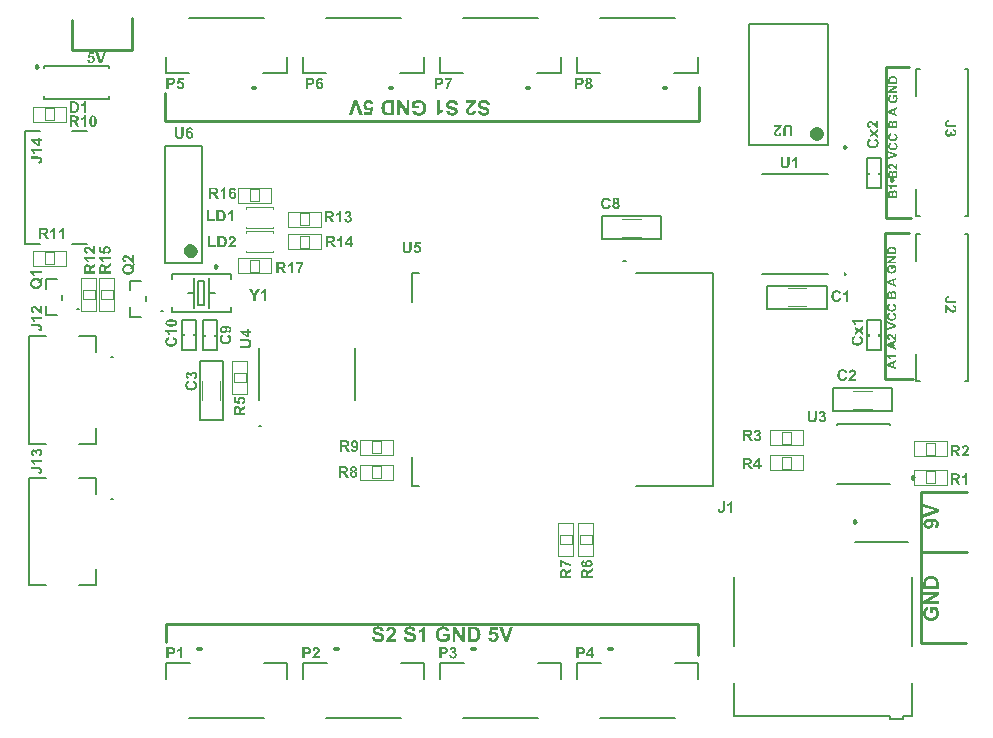
<source format=gto>
G04*
G04 #@! TF.GenerationSoftware,Altium Limited,Altium Designer,20.2.6 (244)*
G04*
G04 Layer_Color=65535*
%FSLAX24Y24*%
%MOIN*%
G70*
G04*
G04 #@! TF.SameCoordinates,7583AB6C-3689-415F-B137-6D089145A127*
G04*
G04*
G04 #@! TF.FilePolarity,Positive*
G04*
G01*
G75*
%ADD10C,0.0236*%
%ADD11C,0.0098*%
%ADD12C,0.0000*%
%ADD13C,0.0079*%
%ADD14C,0.0059*%
%ADD15C,0.0118*%
%ADD16C,0.0094*%
%ADD17C,0.0100*%
%ADD18C,0.0080*%
%ADD19C,0.0050*%
%ADD20C,0.0040*%
%ADD21C,0.0039*%
G36*
X30153Y4880D02*
X30159D01*
X30174Y4879D01*
X30191Y4877D01*
X30209Y4874D01*
X30227Y4870D01*
X30245Y4865D01*
X30245D01*
X30247Y4864D01*
X30250Y4863D01*
X30254Y4862D01*
X30259Y4860D01*
X30264Y4857D01*
X30276Y4851D01*
X30291Y4843D01*
X30305Y4834D01*
X30320Y4824D01*
X30334Y4811D01*
X30335Y4810D01*
X30338Y4807D01*
X30343Y4800D01*
X30348Y4793D01*
X30355Y4782D01*
X30362Y4770D01*
X30368Y4756D01*
X30375Y4740D01*
X30375Y4738D01*
X30376Y4734D01*
X30378Y4727D01*
X30379Y4716D01*
X30381Y4704D01*
X30383Y4688D01*
X30384Y4670D01*
X30384Y4650D01*
Y4459D01*
X29880D01*
Y4660D01*
X29881Y4666D01*
X29881Y4680D01*
X29882Y4696D01*
X29884Y4711D01*
X29887Y4727D01*
X29890Y4741D01*
Y4741D01*
X29891Y4743D01*
X29891Y4745D01*
X29892Y4748D01*
X29896Y4756D01*
X29901Y4767D01*
X29907Y4778D01*
X29915Y4791D01*
X29925Y4804D01*
X29937Y4816D01*
Y4817D01*
X29938Y4817D01*
X29943Y4821D01*
X29950Y4827D01*
X29959Y4834D01*
X29971Y4842D01*
X29985Y4850D01*
X30000Y4857D01*
X30018Y4864D01*
X30019D01*
X30020Y4865D01*
X30023Y4866D01*
X30027Y4867D01*
X30031Y4868D01*
X30037Y4870D01*
X30043Y4871D01*
X30051Y4873D01*
X30060Y4874D01*
X30068Y4876D01*
X30089Y4879D01*
X30112Y4880D01*
X30137Y4881D01*
X30138D01*
X30140D01*
X30143D01*
X30148D01*
X30153Y4880D01*
D02*
G37*
G36*
X30384Y4250D02*
X30053Y4046D01*
X30384D01*
Y3951D01*
X29880D01*
Y4049D01*
X30219Y4258D01*
X29880D01*
Y4352D01*
X30384D01*
Y4250D01*
D02*
G37*
G36*
X30318Y3855D02*
X30322Y3850D01*
X30327Y3844D01*
X30335Y3833D01*
X30343Y3820D01*
X30352Y3804D01*
X30361Y3785D01*
X30371Y3764D01*
Y3763D01*
X30371Y3761D01*
X30373Y3758D01*
X30375Y3753D01*
X30376Y3748D01*
X30378Y3741D01*
X30380Y3734D01*
X30382Y3725D01*
X30386Y3707D01*
X30390Y3686D01*
X30393Y3664D01*
X30394Y3641D01*
Y3633D01*
X30393Y3628D01*
Y3621D01*
X30392Y3612D01*
X30391Y3604D01*
X30390Y3594D01*
X30385Y3572D01*
X30380Y3549D01*
X30371Y3526D01*
X30367Y3514D01*
X30361Y3503D01*
X30360Y3502D01*
X30359Y3500D01*
X30357Y3497D01*
X30355Y3493D01*
X30351Y3488D01*
X30347Y3483D01*
X30336Y3470D01*
X30323Y3456D01*
X30307Y3441D01*
X30288Y3427D01*
X30266Y3415D01*
X30265D01*
X30263Y3413D01*
X30260Y3413D01*
X30255Y3410D01*
X30249Y3408D01*
X30242Y3406D01*
X30235Y3403D01*
X30226Y3400D01*
X30216Y3397D01*
X30206Y3395D01*
X30183Y3390D01*
X30158Y3387D01*
X30131Y3386D01*
X30130D01*
X30127D01*
X30123D01*
X30118Y3387D01*
X30111D01*
X30103Y3387D01*
X30094Y3389D01*
X30084Y3390D01*
X30063Y3394D01*
X30039Y3400D01*
X30015Y3407D01*
X29991Y3418D01*
X29990Y3419D01*
X29988Y3420D01*
X29985Y3422D01*
X29981Y3424D01*
X29976Y3428D01*
X29970Y3432D01*
X29957Y3443D01*
X29941Y3456D01*
X29925Y3473D01*
X29911Y3493D01*
X29897Y3515D01*
Y3516D01*
X29896Y3517D01*
X29894Y3519D01*
X29893Y3523D01*
X29891Y3529D01*
X29889Y3534D01*
X29887Y3541D01*
X29884Y3548D01*
X29881Y3556D01*
X29879Y3566D01*
X29878Y3576D01*
X29875Y3586D01*
X29872Y3609D01*
X29871Y3635D01*
Y3645D01*
X29872Y3651D01*
X29873Y3658D01*
X29874Y3668D01*
X29875Y3678D01*
X29876Y3689D01*
X29881Y3712D01*
X29888Y3737D01*
X29893Y3748D01*
X29898Y3760D01*
X29904Y3771D01*
X29911Y3781D01*
X29912Y3782D01*
X29913Y3784D01*
X29915Y3787D01*
X29918Y3790D01*
X29923Y3794D01*
X29928Y3799D01*
X29933Y3804D01*
X29940Y3810D01*
X29947Y3816D01*
X29955Y3821D01*
X29964Y3827D01*
X29974Y3833D01*
X29994Y3842D01*
X30007Y3847D01*
X30019Y3850D01*
X30038Y3748D01*
X30037D01*
X30037Y3748D01*
X30032Y3746D01*
X30025Y3744D01*
X30017Y3739D01*
X30007Y3734D01*
X29998Y3727D01*
X29988Y3718D01*
X29980Y3708D01*
X29979Y3707D01*
X29977Y3703D01*
X29973Y3697D01*
X29969Y3688D01*
X29965Y3678D01*
X29961Y3665D01*
X29959Y3651D01*
X29958Y3635D01*
Y3629D01*
X29959Y3625D01*
X29960Y3619D01*
X29961Y3612D01*
X29964Y3597D01*
X29969Y3580D01*
X29977Y3562D01*
X29981Y3554D01*
X29987Y3546D01*
X29994Y3537D01*
X30001Y3529D01*
X30002Y3529D01*
X30004Y3528D01*
X30006Y3526D01*
X30009Y3523D01*
X30014Y3520D01*
X30019Y3517D01*
X30025Y3514D01*
X30033Y3510D01*
X30041Y3506D01*
X30050Y3503D01*
X30061Y3500D01*
X30072Y3497D01*
X30084Y3495D01*
X30098Y3493D01*
X30112Y3492D01*
X30127Y3491D01*
X30128D01*
X30131D01*
X30136D01*
X30142Y3492D01*
X30149Y3493D01*
X30158Y3493D01*
X30167Y3494D01*
X30178Y3496D01*
X30199Y3500D01*
X30222Y3508D01*
X30233Y3512D01*
X30243Y3517D01*
X30253Y3523D01*
X30262Y3530D01*
X30263Y3531D01*
X30264Y3532D01*
X30266Y3534D01*
X30269Y3537D01*
X30272Y3542D01*
X30276Y3546D01*
X30281Y3552D01*
X30285Y3559D01*
X30293Y3573D01*
X30300Y3591D01*
X30303Y3601D01*
X30305Y3612D01*
X30306Y3623D01*
X30307Y3635D01*
Y3640D01*
X30306Y3646D01*
X30305Y3655D01*
X30304Y3664D01*
X30302Y3675D01*
X30298Y3686D01*
X30295Y3698D01*
X30294Y3700D01*
X30292Y3704D01*
X30290Y3710D01*
X30286Y3718D01*
X30282Y3726D01*
X30276Y3735D01*
X30271Y3744D01*
X30264Y3754D01*
X30199D01*
Y3638D01*
X30114D01*
Y3857D01*
X30316D01*
X30318Y3855D01*
D02*
G37*
G36*
X30384Y7116D02*
Y7007D01*
X29880Y6826D01*
Y6936D01*
X30253Y7064D01*
X29880Y7187D01*
Y7296D01*
X30384Y7116D01*
D02*
G37*
G36*
X30156Y6792D02*
X30167Y6792D01*
X30180Y6790D01*
X30195Y6788D01*
X30210Y6787D01*
X30243Y6781D01*
X30259Y6776D01*
X30276Y6772D01*
X30292Y6765D01*
X30307Y6759D01*
X30321Y6751D01*
X30333Y6742D01*
X30334Y6741D01*
X30335Y6739D01*
X30338Y6736D01*
X30342Y6732D01*
X30347Y6727D01*
X30352Y6721D01*
X30358Y6714D01*
X30363Y6706D01*
X30369Y6696D01*
X30375Y6686D01*
X30380Y6676D01*
X30384Y6664D01*
X30388Y6651D01*
X30391Y6638D01*
X30393Y6623D01*
X30394Y6609D01*
Y6603D01*
X30393Y6599D01*
Y6594D01*
X30392Y6588D01*
X30390Y6575D01*
X30386Y6560D01*
X30381Y6543D01*
X30373Y6527D01*
X30362Y6513D01*
X30361D01*
X30361Y6511D01*
X30356Y6507D01*
X30349Y6500D01*
X30338Y6494D01*
X30325Y6486D01*
X30309Y6478D01*
X30290Y6471D01*
X30269Y6467D01*
X30258Y6560D01*
X30259D01*
X30262Y6561D01*
X30268Y6562D01*
X30274Y6563D01*
X30281Y6566D01*
X30288Y6569D01*
X30295Y6573D01*
X30301Y6577D01*
X30302Y6578D01*
X30303Y6580D01*
X30305Y6583D01*
X30307Y6587D01*
X30310Y6593D01*
X30312Y6600D01*
X30313Y6607D01*
X30314Y6616D01*
Y6617D01*
X30313Y6621D01*
X30312Y6626D01*
X30311Y6633D01*
X30307Y6641D01*
X30302Y6649D01*
X30296Y6658D01*
X30287Y6666D01*
X30285Y6667D01*
X30284Y6669D01*
X30282Y6669D01*
X30278Y6672D01*
X30274Y6673D01*
X30269Y6676D01*
X30262Y6678D01*
X30255Y6679D01*
X30247Y6682D01*
X30238Y6684D01*
X30227Y6686D01*
X30216Y6689D01*
X30202Y6690D01*
X30188Y6692D01*
X30173Y6693D01*
X30173Y6692D01*
X30174Y6692D01*
X30176Y6689D01*
X30179Y6686D01*
X30186Y6679D01*
X30193Y6668D01*
X30202Y6655D01*
X30208Y6639D01*
X30213Y6622D01*
X30214Y6612D01*
X30215Y6602D01*
Y6596D01*
X30214Y6592D01*
X30213Y6586D01*
X30212Y6581D01*
X30209Y6567D01*
X30204Y6551D01*
X30200Y6543D01*
X30196Y6533D01*
X30190Y6525D01*
X30184Y6517D01*
X30177Y6508D01*
X30169Y6500D01*
X30169Y6499D01*
X30167Y6498D01*
X30165Y6496D01*
X30161Y6493D01*
X30156Y6490D01*
X30151Y6486D01*
X30145Y6482D01*
X30137Y6478D01*
X30129Y6474D01*
X30120Y6471D01*
X30110Y6467D01*
X30100Y6464D01*
X30076Y6458D01*
X30063Y6457D01*
X30050Y6457D01*
X30049D01*
X30047D01*
X30042D01*
X30037Y6457D01*
X30030Y6458D01*
X30023Y6459D01*
X30014Y6461D01*
X30005Y6462D01*
X29986Y6467D01*
X29975Y6471D01*
X29965Y6476D01*
X29954Y6481D01*
X29944Y6487D01*
X29935Y6494D01*
X29926Y6502D01*
X29925Y6503D01*
X29924Y6504D01*
X29921Y6507D01*
X29918Y6510D01*
X29915Y6515D01*
X29911Y6520D01*
X29907Y6527D01*
X29902Y6533D01*
X29898Y6541D01*
X29894Y6550D01*
X29889Y6560D01*
X29886Y6570D01*
X29883Y6581D01*
X29881Y6593D01*
X29879Y6605D01*
X29878Y6618D01*
Y6626D01*
X29879Y6631D01*
X29880Y6637D01*
X29881Y6645D01*
X29884Y6653D01*
X29886Y6663D01*
X29889Y6672D01*
X29893Y6682D01*
X29898Y6693D01*
X29904Y6703D01*
X29911Y6714D01*
X29918Y6725D01*
X29928Y6735D01*
X29938Y6744D01*
X29939Y6745D01*
X29941Y6746D01*
X29944Y6749D01*
X29950Y6752D01*
X29956Y6755D01*
X29964Y6759D01*
X29974Y6764D01*
X29985Y6769D01*
X29997Y6773D01*
X30012Y6778D01*
X30028Y6782D01*
X30046Y6785D01*
X30065Y6788D01*
X30086Y6791D01*
X30109Y6792D01*
X30133Y6793D01*
X30135D01*
X30139D01*
X30146D01*
X30156Y6792D01*
D02*
G37*
G36*
X28871Y21538D02*
X28875D01*
X28884Y21537D01*
X28894Y21536D01*
X28905Y21534D01*
X28916Y21532D01*
X28926Y21529D01*
X28927D01*
X28928Y21528D01*
X28930Y21528D01*
X28932Y21527D01*
X28935Y21526D01*
X28938Y21524D01*
X28945Y21521D01*
X28954Y21516D01*
X28963Y21510D01*
X28971Y21504D01*
X28980Y21497D01*
X28980Y21496D01*
X28983Y21494D01*
X28985Y21490D01*
X28989Y21485D01*
X28993Y21479D01*
X28997Y21472D01*
X29001Y21463D01*
X29004Y21454D01*
X29005Y21453D01*
X29005Y21450D01*
X29006Y21446D01*
X29007Y21439D01*
X29008Y21432D01*
X29009Y21423D01*
X29010Y21412D01*
X29010Y21400D01*
Y21285D01*
X28707D01*
Y21406D01*
X28708Y21409D01*
X28708Y21418D01*
X28709Y21427D01*
X28710Y21437D01*
X28711Y21446D01*
X28713Y21454D01*
Y21455D01*
X28714Y21456D01*
X28714Y21457D01*
X28715Y21459D01*
X28717Y21463D01*
X28720Y21470D01*
X28723Y21477D01*
X28729Y21484D01*
X28735Y21492D01*
X28741Y21499D01*
Y21500D01*
X28742Y21500D01*
X28745Y21503D01*
X28749Y21506D01*
X28755Y21510D01*
X28762Y21515D01*
X28770Y21520D01*
X28780Y21524D01*
X28790Y21528D01*
X28791D01*
X28792Y21529D01*
X28793Y21529D01*
X28795Y21530D01*
X28798Y21531D01*
X28802Y21532D01*
X28806Y21532D01*
X28810Y21533D01*
X28815Y21534D01*
X28820Y21535D01*
X28833Y21537D01*
X28847Y21538D01*
X28862Y21539D01*
X28862D01*
X28864D01*
X28865D01*
X28868D01*
X28871Y21538D01*
D02*
G37*
G36*
X29010Y21160D02*
X28812Y21037D01*
X29010D01*
Y20980D01*
X28707D01*
Y21039D01*
X28911Y21164D01*
X28707D01*
Y21221D01*
X29010D01*
Y21160D01*
D02*
G37*
G36*
X28970Y20923D02*
X28972Y20920D01*
X28976Y20916D01*
X28980Y20909D01*
X28985Y20901D01*
X28991Y20892D01*
X28996Y20881D01*
X29002Y20868D01*
Y20867D01*
X29002Y20866D01*
X29003Y20864D01*
X29004Y20861D01*
X29005Y20858D01*
X29006Y20854D01*
X29007Y20850D01*
X29009Y20845D01*
X29011Y20834D01*
X29013Y20821D01*
X29015Y20808D01*
X29016Y20794D01*
Y20789D01*
X29015Y20786D01*
Y20782D01*
X29015Y20777D01*
X29014Y20772D01*
X29013Y20766D01*
X29011Y20753D01*
X29007Y20739D01*
X29002Y20725D01*
X29000Y20718D01*
X28996Y20711D01*
X28995Y20711D01*
X28995Y20710D01*
X28994Y20708D01*
X28992Y20705D01*
X28990Y20702D01*
X28988Y20699D01*
X28981Y20691D01*
X28973Y20683D01*
X28964Y20674D01*
X28952Y20666D01*
X28939Y20658D01*
X28939D01*
X28937Y20658D01*
X28936Y20657D01*
X28933Y20656D01*
X28929Y20654D01*
X28925Y20653D01*
X28920Y20652D01*
X28915Y20650D01*
X28909Y20648D01*
X28903Y20646D01*
X28889Y20644D01*
X28874Y20642D01*
X28858Y20641D01*
X28858D01*
X28856D01*
X28853D01*
X28850Y20641D01*
X28846D01*
X28841Y20642D01*
X28836Y20643D01*
X28830Y20643D01*
X28817Y20646D01*
X28803Y20649D01*
X28788Y20654D01*
X28774Y20660D01*
X28774Y20661D01*
X28772Y20661D01*
X28770Y20663D01*
X28768Y20664D01*
X28765Y20666D01*
X28761Y20669D01*
X28753Y20675D01*
X28744Y20683D01*
X28735Y20693D01*
X28726Y20705D01*
X28717Y20718D01*
Y20719D01*
X28717Y20720D01*
X28716Y20721D01*
X28715Y20723D01*
X28714Y20727D01*
X28713Y20730D01*
X28711Y20734D01*
X28710Y20738D01*
X28708Y20743D01*
X28707Y20749D01*
X28706Y20755D01*
X28705Y20761D01*
X28703Y20775D01*
X28702Y20791D01*
Y20796D01*
X28703Y20800D01*
X28703Y20805D01*
X28704Y20810D01*
X28704Y20816D01*
X28705Y20823D01*
X28708Y20837D01*
X28712Y20852D01*
X28715Y20859D01*
X28718Y20865D01*
X28722Y20872D01*
X28726Y20878D01*
X28727Y20879D01*
X28727Y20880D01*
X28729Y20882D01*
X28730Y20883D01*
X28733Y20886D01*
X28736Y20889D01*
X28739Y20892D01*
X28743Y20895D01*
X28747Y20899D01*
X28753Y20902D01*
X28758Y20906D01*
X28764Y20909D01*
X28776Y20915D01*
X28783Y20918D01*
X28791Y20919D01*
X28802Y20859D01*
X28802D01*
X28801Y20858D01*
X28799Y20857D01*
X28794Y20856D01*
X28789Y20853D01*
X28784Y20850D01*
X28778Y20846D01*
X28772Y20841D01*
X28767Y20835D01*
X28767Y20834D01*
X28765Y20831D01*
X28763Y20828D01*
X28761Y20823D01*
X28759Y20816D01*
X28756Y20809D01*
X28755Y20800D01*
X28754Y20791D01*
Y20787D01*
X28755Y20784D01*
X28755Y20781D01*
X28756Y20777D01*
X28758Y20768D01*
X28761Y20758D01*
X28765Y20747D01*
X28768Y20742D01*
X28771Y20737D01*
X28776Y20732D01*
X28780Y20727D01*
X28781Y20727D01*
X28782Y20726D01*
X28783Y20725D01*
X28785Y20723D01*
X28788Y20722D01*
X28791Y20720D01*
X28794Y20718D01*
X28799Y20716D01*
X28804Y20713D01*
X28810Y20711D01*
X28816Y20710D01*
X28823Y20708D01*
X28830Y20706D01*
X28838Y20705D01*
X28847Y20705D01*
X28856Y20704D01*
X28856D01*
X28858D01*
X28861D01*
X28865Y20705D01*
X28869Y20705D01*
X28874Y20705D01*
X28880Y20706D01*
X28886Y20707D01*
X28899Y20710D01*
X28913Y20714D01*
X28919Y20717D01*
X28925Y20720D01*
X28931Y20723D01*
X28937Y20728D01*
X28937Y20728D01*
X28938Y20729D01*
X28939Y20730D01*
X28941Y20732D01*
X28943Y20735D01*
X28945Y20737D01*
X28948Y20741D01*
X28950Y20745D01*
X28955Y20753D01*
X28960Y20764D01*
X28961Y20770D01*
X28962Y20776D01*
X28963Y20783D01*
X28964Y20790D01*
Y20794D01*
X28963Y20797D01*
X28963Y20802D01*
X28962Y20808D01*
X28960Y20814D01*
X28959Y20821D01*
X28956Y20829D01*
X28956Y20829D01*
X28955Y20832D01*
X28954Y20835D01*
X28951Y20840D01*
X28948Y20845D01*
X28945Y20851D01*
X28942Y20856D01*
X28938Y20862D01*
X28899D01*
Y20792D01*
X28848D01*
Y20924D01*
X28969D01*
X28970Y20923D01*
D02*
G37*
G36*
X29010Y20435D02*
X28942Y20410D01*
Y20287D01*
X29010Y20262D01*
Y20198D01*
X28707Y20315D01*
Y20380D01*
X29010Y20502D01*
Y20435D01*
D02*
G37*
G36*
X28930Y20059D02*
X28936Y20058D01*
X28942Y20057D01*
X28948Y20055D01*
X28955Y20053D01*
X28963Y20050D01*
X28964Y20049D01*
X28966Y20048D01*
X28970Y20046D01*
X28974Y20043D01*
X28979Y20039D01*
X28984Y20035D01*
X28989Y20030D01*
X28994Y20024D01*
X28995Y20023D01*
X28996Y20021D01*
X28998Y20017D01*
X29000Y20012D01*
X29003Y20006D01*
X29005Y19999D01*
X29007Y19991D01*
X29008Y19983D01*
Y19981D01*
X29009Y19979D01*
Y19975D01*
X29009Y19972D01*
Y19963D01*
X29010Y19958D01*
Y19945D01*
X29010Y19937D01*
Y19806D01*
X28707D01*
Y19939D01*
X28708Y19947D01*
X28708Y19956D01*
X28709Y19965D01*
X28710Y19973D01*
X28711Y19980D01*
Y19981D01*
X28711Y19984D01*
X28712Y19987D01*
X28713Y19991D01*
X28715Y19996D01*
X28717Y20002D01*
X28720Y20007D01*
X28723Y20012D01*
X28723Y20013D01*
X28725Y20014D01*
X28727Y20017D01*
X28730Y20020D01*
X28734Y20024D01*
X28738Y20028D01*
X28743Y20031D01*
X28748Y20035D01*
X28749Y20036D01*
X28751Y20037D01*
X28754Y20038D01*
X28759Y20040D01*
X28764Y20042D01*
X28770Y20043D01*
X28776Y20044D01*
X28784Y20045D01*
X28785D01*
X28788D01*
X28792Y20044D01*
X28797Y20043D01*
X28803Y20042D01*
X28809Y20040D01*
X28816Y20037D01*
X28823Y20033D01*
X28824Y20033D01*
X28826Y20031D01*
X28829Y20029D01*
X28833Y20025D01*
X28837Y20020D01*
X28841Y20015D01*
X28846Y20009D01*
X28849Y20002D01*
Y20002D01*
X28850Y20003D01*
X28850Y20005D01*
X28851Y20007D01*
X28853Y20012D01*
X28856Y20018D01*
X28859Y20025D01*
X28864Y20031D01*
X28870Y20038D01*
X28877Y20044D01*
X28878Y20045D01*
X28880Y20047D01*
X28884Y20049D01*
X28890Y20052D01*
X28897Y20055D01*
X28904Y20057D01*
X28913Y20059D01*
X28923Y20060D01*
X28924D01*
X28926D01*
X28930Y20059D01*
D02*
G37*
G36*
X28919Y19635D02*
X28922Y19635D01*
X28925Y19633D01*
X28930Y19632D01*
X28934Y19630D01*
X28940Y19628D01*
X28945Y19625D01*
X28957Y19619D01*
X28970Y19611D01*
X28981Y19601D01*
X28987Y19596D01*
X28991Y19590D01*
X28992Y19590D01*
X28992Y19589D01*
X28994Y19587D01*
X28995Y19585D01*
X28997Y19582D01*
X28999Y19578D01*
X29001Y19573D01*
X29003Y19568D01*
X29006Y19563D01*
X29008Y19557D01*
X29010Y19550D01*
X29012Y19543D01*
X29013Y19535D01*
X29014Y19528D01*
X29015Y19519D01*
X29015Y19510D01*
Y19507D01*
X29015Y19504D01*
Y19500D01*
X29014Y19495D01*
X29013Y19489D01*
X29012Y19482D01*
X29010Y19475D01*
X29008Y19467D01*
X29005Y19459D01*
X29002Y19451D01*
X28998Y19443D01*
X28993Y19434D01*
X28988Y19426D01*
X28982Y19418D01*
X28974Y19411D01*
X28974Y19411D01*
X28972Y19409D01*
X28970Y19407D01*
X28967Y19405D01*
X28963Y19402D01*
X28958Y19399D01*
X28952Y19395D01*
X28945Y19392D01*
X28937Y19388D01*
X28929Y19385D01*
X28919Y19381D01*
X28909Y19378D01*
X28899Y19376D01*
X28887Y19374D01*
X28875Y19373D01*
X28862Y19372D01*
X28861D01*
X28859D01*
X28854Y19373D01*
X28849D01*
X28843Y19374D01*
X28835Y19374D01*
X28828Y19375D01*
X28819Y19377D01*
X28809Y19379D01*
X28800Y19382D01*
X28790Y19385D01*
X28780Y19388D01*
X28770Y19393D01*
X28761Y19398D01*
X28753Y19404D01*
X28744Y19411D01*
X28744Y19411D01*
X28742Y19413D01*
X28741Y19415D01*
X28738Y19418D01*
X28735Y19422D01*
X28731Y19427D01*
X28727Y19432D01*
X28723Y19439D01*
X28719Y19446D01*
X28716Y19453D01*
X28712Y19462D01*
X28709Y19471D01*
X28706Y19481D01*
X28704Y19491D01*
X28703Y19502D01*
X28702Y19514D01*
Y19519D01*
X28703Y19523D01*
X28703Y19528D01*
X28704Y19533D01*
X28705Y19539D01*
X28706Y19546D01*
X28708Y19553D01*
X28711Y19560D01*
X28713Y19568D01*
X28716Y19575D01*
X28720Y19582D01*
X28724Y19590D01*
X28729Y19597D01*
X28735Y19604D01*
Y19604D01*
X28736Y19605D01*
X28739Y19607D01*
X28743Y19611D01*
X28750Y19615D01*
X28758Y19620D01*
X28767Y19626D01*
X28778Y19631D01*
X28791Y19635D01*
X28805Y19575D01*
X28805D01*
X28804Y19574D01*
X28801Y19574D01*
X28797Y19572D01*
X28792Y19570D01*
X28786Y19567D01*
X28780Y19563D01*
X28774Y19558D01*
X28768Y19552D01*
X28768Y19551D01*
X28766Y19549D01*
X28764Y19546D01*
X28761Y19541D01*
X28759Y19535D01*
X28757Y19527D01*
X28755Y19519D01*
X28754Y19511D01*
Y19507D01*
X28755Y19505D01*
X28755Y19502D01*
X28756Y19499D01*
X28758Y19491D01*
X28760Y19482D01*
X28765Y19473D01*
X28767Y19469D01*
X28770Y19464D01*
X28775Y19460D01*
X28779Y19456D01*
X28779D01*
X28780Y19455D01*
X28782Y19454D01*
X28783Y19453D01*
X28786Y19452D01*
X28789Y19450D01*
X28793Y19448D01*
X28798Y19446D01*
X28803Y19444D01*
X28808Y19442D01*
X28815Y19440D01*
X28822Y19439D01*
X28830Y19437D01*
X28838Y19436D01*
X28847Y19436D01*
X28857Y19435D01*
X28858D01*
X28859D01*
X28863D01*
X28866Y19436D01*
X28871D01*
X28877Y19436D01*
X28883Y19437D01*
X28889Y19438D01*
X28902Y19440D01*
X28916Y19444D01*
X28923Y19446D01*
X28929Y19449D01*
X28934Y19452D01*
X28939Y19456D01*
X28940Y19456D01*
X28940Y19457D01*
X28943Y19459D01*
X28947Y19464D01*
X28951Y19470D01*
X28956Y19478D01*
X28960Y19487D01*
X28962Y19498D01*
X28963Y19503D01*
X28963Y19509D01*
Y19511D01*
X28963Y19513D01*
X28962Y19518D01*
X28961Y19523D01*
X28960Y19530D01*
X28957Y19537D01*
X28953Y19544D01*
X28948Y19551D01*
X28947Y19552D01*
X28945Y19554D01*
X28941Y19557D01*
X28936Y19561D01*
X28929Y19565D01*
X28920Y19569D01*
X28911Y19573D01*
X28899Y19576D01*
X28917Y19636D01*
X28918D01*
X28919Y19635D01*
D02*
G37*
G36*
Y19330D02*
X28922Y19329D01*
X28925Y19328D01*
X28930Y19327D01*
X28934Y19325D01*
X28940Y19322D01*
X28945Y19320D01*
X28957Y19314D01*
X28970Y19306D01*
X28981Y19296D01*
X28987Y19291D01*
X28991Y19285D01*
X28992Y19285D01*
X28992Y19284D01*
X28994Y19282D01*
X28995Y19280D01*
X28997Y19276D01*
X28999Y19273D01*
X29001Y19268D01*
X29003Y19263D01*
X29006Y19257D01*
X29008Y19251D01*
X29010Y19245D01*
X29012Y19238D01*
X29013Y19230D01*
X29014Y19222D01*
X29015Y19214D01*
X29015Y19205D01*
Y19202D01*
X29015Y19199D01*
Y19195D01*
X29014Y19190D01*
X29013Y19184D01*
X29012Y19177D01*
X29010Y19170D01*
X29008Y19162D01*
X29005Y19154D01*
X29002Y19146D01*
X28998Y19138D01*
X28993Y19129D01*
X28988Y19121D01*
X28982Y19113D01*
X28974Y19106D01*
X28974Y19105D01*
X28972Y19104D01*
X28970Y19102D01*
X28967Y19100D01*
X28963Y19097D01*
X28958Y19093D01*
X28952Y19090D01*
X28945Y19086D01*
X28937Y19083D01*
X28929Y19080D01*
X28919Y19076D01*
X28909Y19073D01*
X28899Y19071D01*
X28887Y19069D01*
X28875Y19068D01*
X28862Y19067D01*
X28861D01*
X28859D01*
X28854Y19068D01*
X28849D01*
X28843Y19068D01*
X28835Y19069D01*
X28828Y19070D01*
X28819Y19072D01*
X28809Y19074D01*
X28800Y19077D01*
X28790Y19080D01*
X28780Y19083D01*
X28770Y19088D01*
X28761Y19093D01*
X28753Y19099D01*
X28744Y19106D01*
X28744Y19106D01*
X28742Y19108D01*
X28741Y19110D01*
X28738Y19113D01*
X28735Y19117D01*
X28731Y19121D01*
X28727Y19127D01*
X28723Y19133D01*
X28719Y19140D01*
X28716Y19148D01*
X28712Y19157D01*
X28709Y19166D01*
X28706Y19175D01*
X28704Y19186D01*
X28703Y19197D01*
X28702Y19209D01*
Y19214D01*
X28703Y19218D01*
X28703Y19222D01*
X28704Y19228D01*
X28705Y19234D01*
X28706Y19240D01*
X28708Y19248D01*
X28711Y19255D01*
X28713Y19263D01*
X28716Y19270D01*
X28720Y19277D01*
X28724Y19285D01*
X28729Y19292D01*
X28735Y19298D01*
Y19299D01*
X28736Y19299D01*
X28739Y19302D01*
X28743Y19305D01*
X28750Y19310D01*
X28758Y19315D01*
X28767Y19321D01*
X28778Y19326D01*
X28791Y19330D01*
X28805Y19269D01*
X28805D01*
X28804Y19269D01*
X28801Y19269D01*
X28797Y19267D01*
X28792Y19264D01*
X28786Y19262D01*
X28780Y19257D01*
X28774Y19253D01*
X28768Y19247D01*
X28768Y19246D01*
X28766Y19244D01*
X28764Y19240D01*
X28761Y19235D01*
X28759Y19229D01*
X28757Y19222D01*
X28755Y19214D01*
X28754Y19205D01*
Y19202D01*
X28755Y19200D01*
X28755Y19197D01*
X28756Y19194D01*
X28758Y19186D01*
X28760Y19177D01*
X28765Y19168D01*
X28767Y19164D01*
X28770Y19159D01*
X28775Y19155D01*
X28779Y19151D01*
X28779D01*
X28780Y19150D01*
X28782Y19149D01*
X28783Y19148D01*
X28786Y19146D01*
X28789Y19145D01*
X28793Y19143D01*
X28798Y19141D01*
X28803Y19139D01*
X28808Y19137D01*
X28815Y19135D01*
X28822Y19133D01*
X28830Y19132D01*
X28838Y19131D01*
X28847Y19131D01*
X28857Y19130D01*
X28858D01*
X28859D01*
X28863D01*
X28866Y19131D01*
X28871D01*
X28877Y19131D01*
X28883Y19132D01*
X28889Y19133D01*
X28902Y19135D01*
X28916Y19139D01*
X28923Y19141D01*
X28929Y19144D01*
X28934Y19147D01*
X28939Y19151D01*
X28940Y19151D01*
X28940Y19151D01*
X28943Y19154D01*
X28947Y19159D01*
X28951Y19165D01*
X28956Y19173D01*
X28960Y19182D01*
X28962Y19192D01*
X28963Y19198D01*
X28963Y19204D01*
Y19206D01*
X28963Y19208D01*
X28962Y19213D01*
X28961Y19218D01*
X28960Y19225D01*
X28957Y19232D01*
X28953Y19239D01*
X28948Y19246D01*
X28947Y19247D01*
X28945Y19249D01*
X28941Y19252D01*
X28936Y19256D01*
X28929Y19260D01*
X28920Y19264D01*
X28911Y19268D01*
X28899Y19271D01*
X28917Y19331D01*
X28918D01*
X28919Y19330D01*
D02*
G37*
G36*
X29010Y18939D02*
Y18873D01*
X28707Y18765D01*
Y18831D01*
X28931Y18908D01*
X28707Y18982D01*
Y19047D01*
X29010Y18939D01*
D02*
G37*
G36*
Y18423D02*
X29010D01*
X29009D01*
X29007Y18424D01*
X29005Y18424D01*
X29002Y18424D01*
X28999Y18425D01*
X28992Y18427D01*
X28983Y18429D01*
X28973Y18433D01*
X28963Y18437D01*
X28953Y18442D01*
X28952D01*
X28951Y18443D01*
X28950Y18444D01*
X28948Y18446D01*
X28945Y18448D01*
X28942Y18450D01*
X28937Y18453D01*
X28933Y18457D01*
X28928Y18461D01*
X28923Y18466D01*
X28917Y18471D01*
X28910Y18477D01*
X28903Y18484D01*
X28896Y18491D01*
X28888Y18499D01*
X28880Y18508D01*
X28879Y18508D01*
X28878Y18510D01*
X28876Y18512D01*
X28874Y18514D01*
X28871Y18517D01*
X28867Y18521D01*
X28860Y18529D01*
X28852Y18537D01*
X28843Y18545D01*
X28840Y18548D01*
X28836Y18552D01*
X28833Y18554D01*
X28830Y18556D01*
X28830Y18557D01*
X28827Y18558D01*
X28824Y18560D01*
X28819Y18562D01*
X28814Y18565D01*
X28808Y18566D01*
X28801Y18568D01*
X28795Y18568D01*
X28794D01*
X28792D01*
X28788Y18568D01*
X28784Y18567D01*
X28779Y18566D01*
X28774Y18564D01*
X28769Y18561D01*
X28765Y18558D01*
X28765Y18557D01*
X28763Y18556D01*
X28762Y18554D01*
X28759Y18550D01*
X28758Y18546D01*
X28756Y18541D01*
X28755Y18535D01*
X28754Y18529D01*
Y18526D01*
X28755Y18522D01*
X28756Y18518D01*
X28757Y18514D01*
X28759Y18509D01*
X28762Y18504D01*
X28765Y18500D01*
X28766Y18499D01*
X28768Y18498D01*
X28770Y18496D01*
X28774Y18494D01*
X28779Y18492D01*
X28785Y18490D01*
X28793Y18489D01*
X28802Y18488D01*
X28796Y18430D01*
X28796D01*
X28794Y18430D01*
X28792D01*
X28788Y18431D01*
X28784Y18432D01*
X28780Y18433D01*
X28775Y18434D01*
X28770Y18436D01*
X28759Y18440D01*
X28747Y18446D01*
X28741Y18449D01*
X28736Y18453D01*
X28732Y18458D01*
X28728Y18462D01*
X28727Y18463D01*
X28727Y18464D01*
X28726Y18465D01*
X28724Y18467D01*
X28723Y18470D01*
X28721Y18473D01*
X28719Y18477D01*
X28717Y18481D01*
X28715Y18486D01*
X28713Y18491D01*
X28710Y18502D01*
X28707Y18515D01*
X28706Y18523D01*
Y18534D01*
X28707Y18537D01*
X28707Y18541D01*
X28708Y18546D01*
X28708Y18550D01*
X28710Y18556D01*
X28712Y18567D01*
X28717Y18579D01*
X28719Y18584D01*
X28723Y18590D01*
X28727Y18595D01*
X28731Y18601D01*
X28731Y18601D01*
X28732Y18601D01*
X28733Y18603D01*
X28735Y18605D01*
X28737Y18607D01*
X28741Y18609D01*
X28747Y18613D01*
X28756Y18618D01*
X28766Y18622D01*
X28778Y18625D01*
X28784Y18626D01*
X28791Y18626D01*
X28792D01*
X28794D01*
X28798Y18626D01*
X28803Y18625D01*
X28809Y18625D01*
X28816Y18623D01*
X28823Y18621D01*
X28830Y18619D01*
X28831Y18619D01*
X28833Y18618D01*
X28837Y18616D01*
X28841Y18613D01*
X28847Y18610D01*
X28854Y18606D01*
X28861Y18601D01*
X28868Y18595D01*
X28869Y18595D01*
X28871Y18594D01*
X28874Y18591D01*
X28878Y18587D01*
X28883Y18582D01*
X28890Y18575D01*
X28898Y18567D01*
X28907Y18557D01*
X28907Y18557D01*
X28908Y18556D01*
X28909Y18554D01*
X28911Y18553D01*
X28915Y18548D01*
X28921Y18543D01*
X28926Y18537D01*
X28932Y18531D01*
X28937Y18526D01*
X28939Y18524D01*
X28941Y18523D01*
X28941Y18522D01*
X28942Y18521D01*
X28943Y18520D01*
X28946Y18518D01*
X28950Y18514D01*
X28956Y18511D01*
Y18626D01*
X29010D01*
Y18423D01*
D02*
G37*
G36*
X28930Y18391D02*
X28936Y18390D01*
X28942Y18389D01*
X28948Y18388D01*
X28955Y18385D01*
X28963Y18382D01*
X28964Y18382D01*
X28966Y18380D01*
X28970Y18378D01*
X28974Y18375D01*
X28979Y18371D01*
X28984Y18367D01*
X28989Y18362D01*
X28994Y18356D01*
X28995Y18355D01*
X28996Y18353D01*
X28998Y18349D01*
X29000Y18344D01*
X29003Y18338D01*
X29005Y18331D01*
X29007Y18323D01*
X29008Y18315D01*
Y18313D01*
X29009Y18312D01*
Y18307D01*
X29009Y18304D01*
Y18295D01*
X29010Y18290D01*
Y18277D01*
X29010Y18270D01*
Y18138D01*
X28707D01*
Y18271D01*
X28708Y18279D01*
X28708Y18288D01*
X28709Y18297D01*
X28710Y18305D01*
X28711Y18312D01*
Y18313D01*
X28711Y18316D01*
X28712Y18319D01*
X28713Y18323D01*
X28715Y18328D01*
X28717Y18334D01*
X28720Y18339D01*
X28723Y18344D01*
X28723Y18345D01*
X28725Y18347D01*
X28727Y18349D01*
X28730Y18353D01*
X28734Y18356D01*
X28738Y18360D01*
X28743Y18364D01*
X28748Y18367D01*
X28749Y18368D01*
X28751Y18369D01*
X28754Y18371D01*
X28759Y18372D01*
X28764Y18374D01*
X28770Y18376D01*
X28776Y18376D01*
X28784Y18377D01*
X28785D01*
X28788D01*
X28792Y18376D01*
X28797Y18376D01*
X28803Y18374D01*
X28809Y18372D01*
X28816Y18369D01*
X28823Y18365D01*
X28824Y18365D01*
X28826Y18363D01*
X28829Y18361D01*
X28833Y18357D01*
X28837Y18353D01*
X28841Y18347D01*
X28846Y18341D01*
X28849Y18334D01*
Y18335D01*
X28850Y18335D01*
X28850Y18337D01*
X28851Y18339D01*
X28853Y18344D01*
X28856Y18350D01*
X28859Y18357D01*
X28864Y18364D01*
X28870Y18371D01*
X28877Y18376D01*
X28878Y18377D01*
X28880Y18379D01*
X28884Y18381D01*
X28890Y18384D01*
X28897Y18387D01*
X28904Y18389D01*
X28913Y18391D01*
X28923Y18392D01*
X28924D01*
X28926D01*
X28930Y18391D01*
D02*
G37*
G36*
X29010Y17863D02*
X28792D01*
X28792Y17863D01*
X28793Y17862D01*
X28794Y17860D01*
X28797Y17858D01*
X28799Y17855D01*
X28802Y17851D01*
X28805Y17847D01*
X28808Y17842D01*
X28812Y17837D01*
X28816Y17831D01*
X28823Y17818D01*
X28830Y17804D01*
X28835Y17788D01*
X28783D01*
Y17789D01*
X28782Y17789D01*
X28782Y17791D01*
X28782Y17792D01*
X28780Y17797D01*
X28776Y17803D01*
X28773Y17810D01*
X28768Y17819D01*
X28762Y17828D01*
X28755Y17838D01*
X28754Y17838D01*
X28754Y17839D01*
X28753Y17840D01*
X28751Y17842D01*
X28747Y17846D01*
X28741Y17852D01*
X28734Y17858D01*
X28726Y17864D01*
X28717Y17870D01*
X28706Y17874D01*
Y17921D01*
X29010D01*
Y17863D01*
D02*
G37*
G36*
X28930Y17733D02*
X28936Y17732D01*
X28942Y17732D01*
X28948Y17730D01*
X28955Y17727D01*
X28963Y17724D01*
X28964Y17724D01*
X28966Y17722D01*
X28970Y17720D01*
X28974Y17717D01*
X28979Y17714D01*
X28984Y17709D01*
X28989Y17704D01*
X28994Y17698D01*
X28995Y17697D01*
X28996Y17695D01*
X28998Y17691D01*
X29000Y17686D01*
X29003Y17680D01*
X29005Y17673D01*
X29007Y17666D01*
X29008Y17657D01*
Y17655D01*
X29009Y17654D01*
Y17649D01*
X29009Y17646D01*
Y17638D01*
X29010Y17632D01*
Y17620D01*
X29010Y17612D01*
Y17480D01*
X28707D01*
Y17614D01*
X28708Y17621D01*
X28708Y17630D01*
X28709Y17639D01*
X28710Y17647D01*
X28711Y17655D01*
Y17655D01*
X28711Y17658D01*
X28712Y17661D01*
X28713Y17665D01*
X28715Y17670D01*
X28717Y17676D01*
X28720Y17681D01*
X28723Y17686D01*
X28723Y17687D01*
X28725Y17689D01*
X28727Y17691D01*
X28730Y17695D01*
X28734Y17698D01*
X28738Y17702D01*
X28743Y17706D01*
X28748Y17709D01*
X28749Y17710D01*
X28751Y17711D01*
X28754Y17713D01*
X28759Y17715D01*
X28764Y17716D01*
X28770Y17718D01*
X28776Y17719D01*
X28784Y17719D01*
X28785D01*
X28788D01*
X28792Y17719D01*
X28797Y17718D01*
X28803Y17716D01*
X28809Y17714D01*
X28816Y17711D01*
X28823Y17708D01*
X28824Y17707D01*
X28826Y17705D01*
X28829Y17703D01*
X28833Y17699D01*
X28837Y17695D01*
X28841Y17690D01*
X28846Y17683D01*
X28849Y17676D01*
Y17677D01*
X28850Y17678D01*
X28850Y17679D01*
X28851Y17681D01*
X28853Y17686D01*
X28856Y17692D01*
X28859Y17699D01*
X28864Y17706D01*
X28870Y17713D01*
X28877Y17719D01*
X28878Y17719D01*
X28880Y17721D01*
X28884Y17723D01*
X28890Y17726D01*
X28897Y17729D01*
X28904Y17732D01*
X28913Y17733D01*
X28923Y17734D01*
X28924D01*
X28926D01*
X28930Y17733D01*
D02*
G37*
G36*
X28832Y15860D02*
X28836D01*
X28845Y15859D01*
X28855Y15858D01*
X28865Y15857D01*
X28876Y15854D01*
X28887Y15851D01*
X28887D01*
X28888Y15851D01*
X28890Y15850D01*
X28892Y15849D01*
X28895Y15848D01*
X28898Y15846D01*
X28906Y15843D01*
X28915Y15838D01*
X28923Y15833D01*
X28932Y15826D01*
X28940Y15819D01*
X28941Y15818D01*
X28943Y15816D01*
X28946Y15812D01*
X28949Y15808D01*
X28953Y15801D01*
X28957Y15794D01*
X28961Y15786D01*
X28965Y15776D01*
X28965Y15775D01*
X28966Y15772D01*
X28967Y15768D01*
X28968Y15762D01*
X28969Y15754D01*
X28970Y15745D01*
X28970Y15734D01*
X28971Y15722D01*
Y15608D01*
X28668D01*
Y15728D01*
X28668Y15732D01*
X28669Y15740D01*
X28669Y15750D01*
X28670Y15759D01*
X28672Y15768D01*
X28674Y15776D01*
Y15777D01*
X28674Y15778D01*
X28675Y15779D01*
X28675Y15781D01*
X28678Y15786D01*
X28680Y15792D01*
X28684Y15799D01*
X28689Y15806D01*
X28695Y15814D01*
X28702Y15822D01*
Y15822D01*
X28703Y15822D01*
X28706Y15825D01*
X28710Y15828D01*
X28715Y15833D01*
X28723Y15837D01*
X28731Y15842D01*
X28740Y15846D01*
X28751Y15851D01*
X28751D01*
X28752Y15851D01*
X28754Y15852D01*
X28756Y15852D01*
X28759Y15853D01*
X28762Y15854D01*
X28766Y15855D01*
X28771Y15856D01*
X28776Y15857D01*
X28781Y15857D01*
X28793Y15859D01*
X28807Y15860D01*
X28822Y15861D01*
X28823D01*
X28824D01*
X28826D01*
X28829D01*
X28832Y15860D01*
D02*
G37*
G36*
X28971Y15482D02*
X28772Y15359D01*
X28971D01*
Y15302D01*
X28668D01*
Y15361D01*
X28871Y15486D01*
X28668D01*
Y15543D01*
X28971D01*
Y15482D01*
D02*
G37*
G36*
X28931Y15245D02*
X28933Y15242D01*
X28936Y15238D01*
X28941Y15231D01*
X28946Y15224D01*
X28951Y15214D01*
X28957Y15203D01*
X28963Y15190D01*
Y15190D01*
X28963Y15188D01*
X28964Y15186D01*
X28965Y15184D01*
X28966Y15180D01*
X28967Y15177D01*
X28968Y15172D01*
X28969Y15167D01*
X28972Y15156D01*
X28974Y15143D01*
X28976Y15130D01*
X28976Y15116D01*
Y15112D01*
X28976Y15108D01*
Y15104D01*
X28975Y15099D01*
X28975Y15094D01*
X28974Y15088D01*
X28971Y15075D01*
X28968Y15061D01*
X28963Y15047D01*
X28960Y15040D01*
X28957Y15033D01*
X28956Y15033D01*
X28956Y15032D01*
X28954Y15030D01*
X28953Y15028D01*
X28951Y15024D01*
X28948Y15021D01*
X28942Y15013D01*
X28934Y15005D01*
X28924Y14996D01*
X28913Y14988D01*
X28900Y14981D01*
X28899D01*
X28898Y14980D01*
X28896Y14979D01*
X28893Y14978D01*
X28890Y14977D01*
X28886Y14975D01*
X28881Y14974D01*
X28876Y14972D01*
X28870Y14970D01*
X28863Y14969D01*
X28850Y14966D01*
X28835Y14964D01*
X28819Y14963D01*
X28818D01*
X28816D01*
X28814D01*
X28811Y14964D01*
X28807D01*
X28802Y14964D01*
X28797Y14965D01*
X28791Y14965D01*
X28778Y14968D01*
X28763Y14971D01*
X28749Y14976D01*
X28735Y14983D01*
X28734Y14983D01*
X28733Y14983D01*
X28731Y14985D01*
X28729Y14986D01*
X28726Y14989D01*
X28722Y14991D01*
X28714Y14997D01*
X28705Y15006D01*
X28695Y15015D01*
X28686Y15027D01*
X28678Y15041D01*
Y15041D01*
X28678Y15042D01*
X28677Y15043D01*
X28676Y15046D01*
X28674Y15049D01*
X28674Y15052D01*
X28672Y15056D01*
X28670Y15060D01*
X28669Y15065D01*
X28668Y15071D01*
X28667Y15077D01*
X28665Y15083D01*
X28663Y15097D01*
X28663Y15113D01*
Y15119D01*
X28663Y15122D01*
X28664Y15127D01*
X28664Y15132D01*
X28665Y15138D01*
X28666Y15145D01*
X28669Y15159D01*
X28673Y15174D01*
X28676Y15181D01*
X28679Y15188D01*
X28683Y15195D01*
X28687Y15201D01*
X28687Y15201D01*
X28688Y15202D01*
X28689Y15204D01*
X28691Y15206D01*
X28694Y15208D01*
X28697Y15211D01*
X28700Y15214D01*
X28704Y15218D01*
X28708Y15221D01*
X28713Y15225D01*
X28718Y15228D01*
X28724Y15231D01*
X28737Y15237D01*
X28744Y15240D01*
X28751Y15242D01*
X28763Y15181D01*
X28762D01*
X28762Y15180D01*
X28759Y15179D01*
X28755Y15178D01*
X28750Y15175D01*
X28744Y15172D01*
X28739Y15168D01*
X28733Y15163D01*
X28728Y15157D01*
X28727Y15156D01*
X28726Y15154D01*
X28724Y15150D01*
X28721Y15145D01*
X28719Y15138D01*
X28717Y15131D01*
X28715Y15122D01*
X28715Y15113D01*
Y15109D01*
X28715Y15107D01*
X28716Y15103D01*
X28716Y15099D01*
X28718Y15090D01*
X28721Y15080D01*
X28726Y15069D01*
X28729Y15064D01*
X28732Y15059D01*
X28736Y15054D01*
X28741Y15049D01*
X28741Y15049D01*
X28742Y15048D01*
X28744Y15047D01*
X28745Y15046D01*
X28748Y15044D01*
X28751Y15042D01*
X28755Y15040D01*
X28760Y15038D01*
X28765Y15036D01*
X28770Y15034D01*
X28777Y15032D01*
X28783Y15030D01*
X28791Y15029D01*
X28799Y15027D01*
X28807Y15027D01*
X28816Y15026D01*
X28817D01*
X28819D01*
X28821D01*
X28825Y15027D01*
X28830Y15027D01*
X28835Y15028D01*
X28840Y15028D01*
X28847Y15029D01*
X28860Y15032D01*
X28874Y15036D01*
X28880Y15039D01*
X28886Y15042D01*
X28892Y15046D01*
X28898Y15050D01*
X28898Y15050D01*
X28898Y15051D01*
X28900Y15052D01*
X28902Y15054D01*
X28904Y15057D01*
X28906Y15060D01*
X28909Y15063D01*
X28911Y15067D01*
X28916Y15076D01*
X28920Y15086D01*
X28922Y15092D01*
X28923Y15099D01*
X28924Y15106D01*
X28924Y15113D01*
Y15116D01*
X28924Y15119D01*
X28923Y15125D01*
X28922Y15130D01*
X28921Y15136D01*
X28919Y15143D01*
X28917Y15151D01*
X28916Y15152D01*
X28916Y15154D01*
X28914Y15158D01*
X28912Y15162D01*
X28909Y15167D01*
X28906Y15173D01*
X28903Y15178D01*
X28898Y15184D01*
X28860D01*
Y15114D01*
X28809D01*
Y15246D01*
X28930D01*
X28931Y15245D01*
D02*
G37*
G36*
X28971Y14758D02*
X28902Y14732D01*
Y14610D01*
X28971Y14585D01*
Y14520D01*
X28668Y14638D01*
Y14702D01*
X28971Y14824D01*
Y14758D01*
D02*
G37*
G36*
X28891Y14381D02*
X28896Y14380D01*
X28902Y14380D01*
X28909Y14378D01*
X28916Y14375D01*
X28923Y14372D01*
X28924Y14372D01*
X28927Y14370D01*
X28930Y14368D01*
X28934Y14365D01*
X28939Y14362D01*
X28945Y14357D01*
X28950Y14352D01*
X28955Y14346D01*
X28955Y14345D01*
X28957Y14343D01*
X28958Y14339D01*
X28961Y14334D01*
X28963Y14328D01*
X28966Y14321D01*
X28968Y14314D01*
X28969Y14305D01*
Y14303D01*
X28969Y14302D01*
Y14297D01*
X28970Y14294D01*
Y14285D01*
X28970Y14280D01*
Y14268D01*
X28971Y14260D01*
Y14128D01*
X28668D01*
Y14262D01*
X28668Y14269D01*
X28669Y14278D01*
X28669Y14287D01*
X28670Y14295D01*
X28671Y14303D01*
Y14303D01*
X28672Y14306D01*
X28673Y14309D01*
X28674Y14313D01*
X28675Y14318D01*
X28678Y14324D01*
X28680Y14329D01*
X28684Y14334D01*
X28684Y14335D01*
X28685Y14337D01*
X28687Y14339D01*
X28691Y14343D01*
X28694Y14346D01*
X28698Y14350D01*
X28703Y14354D01*
X28709Y14357D01*
X28710Y14358D01*
X28712Y14359D01*
X28715Y14361D01*
X28719Y14362D01*
X28725Y14364D01*
X28731Y14366D01*
X28737Y14367D01*
X28744Y14367D01*
X28745D01*
X28748D01*
X28752Y14367D01*
X28757Y14366D01*
X28763Y14364D01*
X28770Y14362D01*
X28777Y14359D01*
X28784Y14356D01*
X28785Y14355D01*
X28786Y14353D01*
X28790Y14351D01*
X28793Y14347D01*
X28798Y14343D01*
X28802Y14338D01*
X28806Y14331D01*
X28810Y14324D01*
Y14325D01*
X28810Y14326D01*
X28811Y14327D01*
X28811Y14329D01*
X28814Y14334D01*
X28816Y14340D01*
X28820Y14347D01*
X28825Y14354D01*
X28831Y14361D01*
X28838Y14367D01*
X28839Y14367D01*
X28841Y14369D01*
X28845Y14371D01*
X28851Y14374D01*
X28857Y14377D01*
X28865Y14380D01*
X28874Y14381D01*
X28883Y14382D01*
X28884D01*
X28887D01*
X28891Y14381D01*
D02*
G37*
G36*
X28880Y13958D02*
X28882Y13957D01*
X28886Y13955D01*
X28890Y13954D01*
X28895Y13952D01*
X28900Y13950D01*
X28906Y13947D01*
X28918Y13941D01*
X28930Y13933D01*
X28942Y13924D01*
X28947Y13919D01*
X28952Y13913D01*
X28952Y13912D01*
X28953Y13911D01*
X28954Y13909D01*
X28956Y13907D01*
X28957Y13904D01*
X28959Y13900D01*
X28962Y13895D01*
X28964Y13890D01*
X28966Y13885D01*
X28969Y13879D01*
X28970Y13872D01*
X28972Y13866D01*
X28974Y13858D01*
X28975Y13850D01*
X28975Y13841D01*
X28976Y13832D01*
Y13830D01*
X28975Y13826D01*
Y13822D01*
X28975Y13817D01*
X28974Y13811D01*
X28973Y13805D01*
X28971Y13797D01*
X28969Y13789D01*
X28966Y13782D01*
X28963Y13773D01*
X28958Y13765D01*
X28954Y13757D01*
X28948Y13748D01*
X28942Y13741D01*
X28935Y13733D01*
X28934Y13733D01*
X28933Y13731D01*
X28931Y13730D01*
X28928Y13727D01*
X28923Y13724D01*
X28918Y13721D01*
X28912Y13718D01*
X28905Y13714D01*
X28898Y13710D01*
X28889Y13707D01*
X28880Y13704D01*
X28870Y13700D01*
X28859Y13698D01*
X28848Y13696D01*
X28835Y13695D01*
X28822Y13694D01*
X28821D01*
X28819D01*
X28815Y13695D01*
X28810D01*
X28804Y13696D01*
X28796Y13696D01*
X28788Y13698D01*
X28780Y13700D01*
X28770Y13701D01*
X28761Y13704D01*
X28750Y13707D01*
X28741Y13711D01*
X28731Y13715D01*
X28722Y13720D01*
X28713Y13726D01*
X28705Y13733D01*
X28704Y13734D01*
X28703Y13735D01*
X28701Y13737D01*
X28698Y13740D01*
X28695Y13744D01*
X28691Y13749D01*
X28688Y13754D01*
X28684Y13761D01*
X28680Y13768D01*
X28676Y13776D01*
X28673Y13784D01*
X28669Y13793D01*
X28667Y13803D01*
X28665Y13813D01*
X28663Y13824D01*
X28663Y13836D01*
Y13842D01*
X28663Y13845D01*
X28664Y13850D01*
X28665Y13855D01*
X28666Y13861D01*
X28667Y13868D01*
X28669Y13875D01*
X28671Y13882D01*
X28674Y13890D01*
X28677Y13897D01*
X28681Y13905D01*
X28685Y13912D01*
X28690Y13919D01*
X28696Y13926D01*
Y13926D01*
X28697Y13927D01*
X28700Y13929D01*
X28704Y13933D01*
X28710Y13937D01*
X28718Y13943D01*
X28727Y13948D01*
X28739Y13953D01*
X28751Y13957D01*
X28766Y13897D01*
X28765D01*
X28765Y13896D01*
X28762Y13896D01*
X28758Y13894D01*
X28752Y13892D01*
X28746Y13889D01*
X28740Y13885D01*
X28734Y13880D01*
X28729Y13874D01*
X28728Y13873D01*
X28727Y13871D01*
X28724Y13868D01*
X28722Y13863D01*
X28719Y13857D01*
X28717Y13849D01*
X28715Y13842D01*
X28715Y13833D01*
Y13830D01*
X28715Y13827D01*
X28716Y13824D01*
X28716Y13821D01*
X28718Y13813D01*
X28721Y13805D01*
X28725Y13795D01*
X28728Y13791D01*
X28731Y13787D01*
X28735Y13783D01*
X28739Y13778D01*
X28740D01*
X28740Y13777D01*
X28742Y13777D01*
X28744Y13775D01*
X28747Y13774D01*
X28750Y13772D01*
X28754Y13770D01*
X28758Y13768D01*
X28763Y13766D01*
X28769Y13764D01*
X28775Y13762D01*
X28783Y13761D01*
X28790Y13759D01*
X28799Y13759D01*
X28808Y13758D01*
X28818Y13758D01*
X28818D01*
X28820D01*
X28823D01*
X28827Y13758D01*
X28832D01*
X28837Y13759D01*
X28843Y13759D01*
X28850Y13760D01*
X28863Y13763D01*
X28877Y13766D01*
X28883Y13769D01*
X28889Y13771D01*
X28895Y13774D01*
X28900Y13778D01*
X28900Y13778D01*
X28901Y13779D01*
X28904Y13782D01*
X28907Y13786D01*
X28912Y13792D01*
X28916Y13800D01*
X28920Y13809D01*
X28923Y13820D01*
X28923Y13825D01*
X28924Y13831D01*
Y13834D01*
X28923Y13836D01*
X28923Y13840D01*
X28922Y13846D01*
X28920Y13853D01*
X28917Y13860D01*
X28914Y13866D01*
X28909Y13873D01*
X28908Y13874D01*
X28906Y13876D01*
X28902Y13879D01*
X28897Y13883D01*
X28890Y13887D01*
X28881Y13891D01*
X28871Y13895D01*
X28859Y13899D01*
X28878Y13958D01*
X28878D01*
X28880Y13958D01*
D02*
G37*
G36*
Y13653D02*
X28882Y13652D01*
X28886Y13650D01*
X28890Y13649D01*
X28895Y13647D01*
X28900Y13645D01*
X28906Y13642D01*
X28918Y13636D01*
X28930Y13628D01*
X28942Y13618D01*
X28947Y13613D01*
X28952Y13607D01*
X28952Y13607D01*
X28953Y13606D01*
X28954Y13604D01*
X28956Y13602D01*
X28957Y13599D01*
X28959Y13595D01*
X28962Y13590D01*
X28964Y13585D01*
X28966Y13580D01*
X28969Y13574D01*
X28970Y13567D01*
X28972Y13560D01*
X28974Y13553D01*
X28975Y13545D01*
X28975Y13536D01*
X28976Y13527D01*
Y13524D01*
X28975Y13521D01*
Y13517D01*
X28975Y13512D01*
X28974Y13506D01*
X28973Y13499D01*
X28971Y13492D01*
X28969Y13484D01*
X28966Y13476D01*
X28963Y13468D01*
X28958Y13460D01*
X28954Y13452D01*
X28948Y13443D01*
X28942Y13435D01*
X28935Y13428D01*
X28934Y13428D01*
X28933Y13426D01*
X28931Y13424D01*
X28928Y13422D01*
X28923Y13419D01*
X28918Y13416D01*
X28912Y13412D01*
X28905Y13409D01*
X28898Y13405D01*
X28889Y13402D01*
X28880Y13399D01*
X28870Y13395D01*
X28859Y13393D01*
X28848Y13391D01*
X28835Y13390D01*
X28822Y13389D01*
X28821D01*
X28819D01*
X28815Y13390D01*
X28810D01*
X28804Y13391D01*
X28796Y13391D01*
X28788Y13393D01*
X28780Y13394D01*
X28770Y13396D01*
X28761Y13399D01*
X28750Y13402D01*
X28741Y13405D01*
X28731Y13410D01*
X28722Y13415D01*
X28713Y13421D01*
X28705Y13428D01*
X28704Y13428D01*
X28703Y13430D01*
X28701Y13432D01*
X28698Y13435D01*
X28695Y13439D01*
X28691Y13444D01*
X28688Y13449D01*
X28684Y13456D01*
X28680Y13463D01*
X28676Y13470D01*
X28673Y13479D01*
X28669Y13488D01*
X28667Y13498D01*
X28665Y13508D01*
X28663Y13519D01*
X28663Y13531D01*
Y13536D01*
X28663Y13540D01*
X28664Y13545D01*
X28665Y13550D01*
X28666Y13556D01*
X28667Y13563D01*
X28669Y13570D01*
X28671Y13577D01*
X28674Y13585D01*
X28677Y13592D01*
X28681Y13600D01*
X28685Y13607D01*
X28690Y13614D01*
X28696Y13621D01*
Y13621D01*
X28697Y13622D01*
X28700Y13624D01*
X28704Y13628D01*
X28710Y13632D01*
X28718Y13637D01*
X28727Y13643D01*
X28739Y13648D01*
X28751Y13652D01*
X28766Y13592D01*
X28765D01*
X28765Y13591D01*
X28762Y13591D01*
X28758Y13589D01*
X28752Y13587D01*
X28746Y13584D01*
X28740Y13580D01*
X28734Y13575D01*
X28729Y13569D01*
X28728Y13568D01*
X28727Y13566D01*
X28724Y13563D01*
X28722Y13558D01*
X28719Y13552D01*
X28717Y13544D01*
X28715Y13536D01*
X28715Y13528D01*
Y13524D01*
X28715Y13522D01*
X28716Y13519D01*
X28716Y13516D01*
X28718Y13508D01*
X28721Y13499D01*
X28725Y13490D01*
X28728Y13486D01*
X28731Y13482D01*
X28735Y13477D01*
X28739Y13473D01*
X28740D01*
X28740Y13472D01*
X28742Y13471D01*
X28744Y13470D01*
X28747Y13469D01*
X28750Y13467D01*
X28754Y13465D01*
X28758Y13463D01*
X28763Y13461D01*
X28769Y13459D01*
X28775Y13457D01*
X28783Y13456D01*
X28790Y13454D01*
X28799Y13453D01*
X28808Y13453D01*
X28818Y13452D01*
X28818D01*
X28820D01*
X28823D01*
X28827Y13453D01*
X28832D01*
X28837Y13453D01*
X28843Y13454D01*
X28850Y13455D01*
X28863Y13458D01*
X28877Y13461D01*
X28883Y13464D01*
X28889Y13466D01*
X28895Y13469D01*
X28900Y13473D01*
X28900Y13473D01*
X28901Y13474D01*
X28904Y13476D01*
X28907Y13481D01*
X28912Y13487D01*
X28916Y13495D01*
X28920Y13504D01*
X28923Y13515D01*
X28923Y13520D01*
X28924Y13526D01*
Y13529D01*
X28923Y13530D01*
X28923Y13535D01*
X28922Y13541D01*
X28920Y13547D01*
X28917Y13554D01*
X28914Y13561D01*
X28909Y13568D01*
X28908Y13569D01*
X28906Y13571D01*
X28902Y13574D01*
X28897Y13578D01*
X28890Y13582D01*
X28881Y13586D01*
X28871Y13590D01*
X28859Y13594D01*
X28878Y13653D01*
X28878D01*
X28880Y13653D01*
D02*
G37*
G36*
X28971Y13262D02*
Y13196D01*
X28668Y13087D01*
Y13153D01*
X28892Y13230D01*
X28668Y13304D01*
Y13369D01*
X28971Y13262D01*
D02*
G37*
G36*
Y12745D02*
X28970D01*
X28969D01*
X28968Y12746D01*
X28966Y12746D01*
X28963Y12747D01*
X28960Y12747D01*
X28952Y12749D01*
X28943Y12751D01*
X28933Y12755D01*
X28923Y12759D01*
X28913Y12765D01*
X28913D01*
X28912Y12766D01*
X28910Y12766D01*
X28908Y12768D01*
X28905Y12770D01*
X28902Y12772D01*
X28898Y12776D01*
X28894Y12779D01*
X28889Y12783D01*
X28883Y12788D01*
X28877Y12793D01*
X28871Y12799D01*
X28864Y12806D01*
X28857Y12813D01*
X28849Y12821D01*
X28840Y12830D01*
X28840Y12831D01*
X28839Y12832D01*
X28837Y12834D01*
X28834Y12837D01*
X28832Y12839D01*
X28828Y12843D01*
X28821Y12851D01*
X28812Y12859D01*
X28804Y12867D01*
X28800Y12871D01*
X28797Y12874D01*
X28794Y12877D01*
X28791Y12879D01*
X28790Y12879D01*
X28788Y12880D01*
X28785Y12882D01*
X28780Y12885D01*
X28774Y12887D01*
X28768Y12889D01*
X28762Y12890D01*
X28756Y12890D01*
X28755D01*
X28752D01*
X28749Y12890D01*
X28744Y12889D01*
X28740Y12888D01*
X28735Y12886D01*
X28730Y12884D01*
X28726Y12880D01*
X28725Y12879D01*
X28724Y12878D01*
X28722Y12876D01*
X28720Y12873D01*
X28718Y12868D01*
X28717Y12863D01*
X28715Y12857D01*
X28715Y12851D01*
Y12848D01*
X28715Y12844D01*
X28716Y12841D01*
X28718Y12836D01*
X28720Y12831D01*
X28722Y12826D01*
X28726Y12822D01*
X28727Y12821D01*
X28728Y12820D01*
X28731Y12819D01*
X28735Y12816D01*
X28740Y12814D01*
X28746Y12812D01*
X28754Y12811D01*
X28762Y12810D01*
X28757Y12752D01*
X28756D01*
X28755Y12753D01*
X28752D01*
X28749Y12754D01*
X28745Y12754D01*
X28741Y12755D01*
X28736Y12756D01*
X28730Y12758D01*
X28719Y12762D01*
X28708Y12768D01*
X28702Y12772D01*
X28697Y12775D01*
X28692Y12780D01*
X28688Y12784D01*
X28688Y12785D01*
X28687Y12786D01*
X28686Y12787D01*
X28685Y12790D01*
X28683Y12792D01*
X28681Y12795D01*
X28679Y12799D01*
X28678Y12803D01*
X28676Y12808D01*
X28674Y12813D01*
X28670Y12825D01*
X28668Y12837D01*
X28667Y12845D01*
Y12856D01*
X28668Y12860D01*
X28668Y12863D01*
X28668Y12868D01*
X28669Y12873D01*
X28670Y12878D01*
X28673Y12889D01*
X28677Y12901D01*
X28680Y12907D01*
X28683Y12913D01*
X28687Y12918D01*
X28691Y12923D01*
X28692Y12923D01*
X28692Y12924D01*
X28694Y12925D01*
X28696Y12927D01*
X28698Y12929D01*
X28701Y12931D01*
X28708Y12936D01*
X28717Y12940D01*
X28727Y12944D01*
X28739Y12948D01*
X28745Y12948D01*
X28751Y12949D01*
X28752D01*
X28755D01*
X28759Y12948D01*
X28764Y12948D01*
X28770Y12947D01*
X28776Y12945D01*
X28784Y12944D01*
X28791Y12941D01*
X28792Y12941D01*
X28794Y12940D01*
X28798Y12938D01*
X28802Y12936D01*
X28808Y12932D01*
X28815Y12928D01*
X28821Y12923D01*
X28829Y12918D01*
X28829Y12917D01*
X28831Y12916D01*
X28834Y12913D01*
X28839Y12909D01*
X28844Y12904D01*
X28851Y12897D01*
X28859Y12889D01*
X28868Y12879D01*
X28868Y12879D01*
X28869Y12878D01*
X28870Y12877D01*
X28872Y12875D01*
X28876Y12871D01*
X28881Y12865D01*
X28887Y12859D01*
X28892Y12854D01*
X28898Y12849D01*
X28899Y12847D01*
X28901Y12845D01*
X28902Y12844D01*
X28903Y12843D01*
X28904Y12842D01*
X28906Y12841D01*
X28911Y12837D01*
X28917Y12833D01*
Y12949D01*
X28971D01*
Y12745D01*
D02*
G37*
G36*
Y12667D02*
X28902Y12641D01*
Y12519D01*
X28971Y12494D01*
Y12429D01*
X28668Y12547D01*
Y12612D01*
X28971Y12733D01*
Y12667D01*
D02*
G37*
G36*
Y12186D02*
X28752D01*
X28753Y12185D01*
X28754Y12184D01*
X28755Y12182D01*
X28757Y12180D01*
X28760Y12177D01*
X28762Y12173D01*
X28766Y12169D01*
X28769Y12164D01*
X28773Y12159D01*
X28776Y12153D01*
X28783Y12140D01*
X28790Y12126D01*
X28796Y12110D01*
X28744D01*
Y12111D01*
X28743Y12111D01*
X28743Y12113D01*
X28742Y12115D01*
X28740Y12119D01*
X28737Y12125D01*
X28733Y12133D01*
X28728Y12141D01*
X28723Y12150D01*
X28715Y12160D01*
X28715Y12160D01*
X28715Y12161D01*
X28713Y12163D01*
X28712Y12164D01*
X28708Y12169D01*
X28702Y12175D01*
X28695Y12181D01*
X28686Y12187D01*
X28677Y12192D01*
X28667Y12196D01*
Y12244D01*
X28971D01*
Y12186D01*
D02*
G37*
G36*
Y12009D02*
X28902Y11983D01*
Y11861D01*
X28971Y11836D01*
Y11772D01*
X28668Y11889D01*
Y11954D01*
X28971Y12075D01*
Y12009D01*
D02*
G37*
G36*
X11396Y20747D02*
X11403D01*
X11410Y20746D01*
X11417Y20745D01*
X11426Y20743D01*
X11443Y20739D01*
X11463Y20733D01*
X11481Y20723D01*
X11490Y20717D01*
X11499Y20711D01*
X11499Y20710D01*
X11500Y20710D01*
X11502Y20707D01*
X11506Y20704D01*
X11509Y20700D01*
X11513Y20696D01*
X11517Y20690D01*
X11522Y20684D01*
X11531Y20670D01*
X11539Y20653D01*
X11546Y20632D01*
X11549Y20621D01*
X11551Y20610D01*
X11455Y20600D01*
Y20601D01*
X11454Y20605D01*
X11453Y20611D01*
X11450Y20619D01*
X11447Y20627D01*
X11443Y20636D01*
X11438Y20644D01*
X11431Y20652D01*
X11430Y20653D01*
X11427Y20655D01*
X11423Y20658D01*
X11417Y20661D01*
X11410Y20664D01*
X11403Y20667D01*
X11393Y20670D01*
X11384Y20670D01*
X11383D01*
X11379Y20670D01*
X11373Y20669D01*
X11367Y20667D01*
X11358Y20664D01*
X11350Y20660D01*
X11341Y20654D01*
X11333Y20646D01*
X11332Y20644D01*
X11330Y20641D01*
X11326Y20635D01*
X11322Y20627D01*
X11318Y20617D01*
X11314Y20604D01*
X11312Y20589D01*
X11311Y20572D01*
Y20571D01*
Y20570D01*
Y20568D01*
Y20564D01*
X11312Y20556D01*
X11314Y20546D01*
X11317Y20535D01*
X11320Y20523D01*
X11326Y20511D01*
X11333Y20502D01*
X11333Y20501D01*
X11337Y20498D01*
X11341Y20495D01*
X11347Y20490D01*
X11355Y20486D01*
X11364Y20482D01*
X11375Y20479D01*
X11386Y20478D01*
X11390D01*
X11393Y20479D01*
X11402Y20480D01*
X11412Y20483D01*
X11423Y20488D01*
X11436Y20494D01*
X11449Y20503D01*
X11456Y20509D01*
X11462Y20515D01*
X11539Y20505D01*
X11490Y20242D01*
X11234D01*
Y20333D01*
X11417D01*
X11433Y20418D01*
X11431Y20417D01*
X11427Y20415D01*
X11420Y20412D01*
X11412Y20409D01*
X11403Y20407D01*
X11391Y20404D01*
X11379Y20402D01*
X11367Y20402D01*
X11360D01*
X11356Y20402D01*
X11350Y20403D01*
X11343Y20404D01*
X11337Y20405D01*
X11329Y20408D01*
X11311Y20413D01*
X11303Y20417D01*
X11294Y20422D01*
X11284Y20427D01*
X11275Y20433D01*
X11266Y20440D01*
X11257Y20449D01*
X11257Y20449D01*
X11255Y20451D01*
X11254Y20453D01*
X11251Y20457D01*
X11247Y20462D01*
X11243Y20467D01*
X11239Y20474D01*
X11234Y20482D01*
X11231Y20490D01*
X11227Y20499D01*
X11223Y20509D01*
X11219Y20520D01*
X11216Y20531D01*
X11214Y20544D01*
X11213Y20557D01*
X11212Y20571D01*
Y20571D01*
Y20574D01*
Y20577D01*
X11213Y20581D01*
Y20587D01*
X11214Y20593D01*
X11215Y20600D01*
X11217Y20607D01*
X11221Y20625D01*
X11228Y20644D01*
X11236Y20663D01*
X11242Y20673D01*
X11248Y20682D01*
X11249Y20683D01*
X11251Y20685D01*
X11254Y20688D01*
X11257Y20692D01*
X11262Y20697D01*
X11268Y20703D01*
X11276Y20709D01*
X11284Y20715D01*
X11293Y20721D01*
X11304Y20727D01*
X11314Y20733D01*
X11327Y20738D01*
X11340Y20742D01*
X11354Y20745D01*
X11369Y20747D01*
X11385Y20748D01*
X11392D01*
X11396Y20747D01*
D02*
G37*
G36*
X15241D02*
X15249Y20746D01*
X15258Y20746D01*
X15268Y20744D01*
X15279Y20743D01*
X15303Y20737D01*
X15316Y20733D01*
X15328Y20730D01*
X15339Y20724D01*
X15351Y20719D01*
X15362Y20712D01*
X15372Y20704D01*
X15373Y20703D01*
X15375Y20702D01*
X15377Y20700D01*
X15381Y20696D01*
X15385Y20691D01*
X15389Y20686D01*
X15394Y20679D01*
X15399Y20672D01*
X15405Y20663D01*
X15410Y20654D01*
X15415Y20643D01*
X15420Y20631D01*
X15424Y20619D01*
X15428Y20605D01*
X15431Y20591D01*
X15433Y20575D01*
X15334Y20565D01*
Y20566D01*
X15333Y20568D01*
Y20570D01*
X15332Y20574D01*
X15330Y20582D01*
X15326Y20594D01*
X15322Y20605D01*
X15316Y20617D01*
X15308Y20629D01*
X15299Y20639D01*
X15297Y20640D01*
X15293Y20643D01*
X15287Y20646D01*
X15279Y20650D01*
X15268Y20654D01*
X15256Y20658D01*
X15241Y20661D01*
X15224Y20662D01*
X15216D01*
X15207Y20661D01*
X15197Y20660D01*
X15184Y20657D01*
X15172Y20654D01*
X15160Y20648D01*
X15150Y20641D01*
X15150Y20641D01*
X15147Y20637D01*
X15143Y20634D01*
X15137Y20627D01*
X15133Y20621D01*
X15129Y20612D01*
X15126Y20603D01*
X15125Y20593D01*
Y20592D01*
Y20590D01*
X15126Y20587D01*
X15127Y20582D01*
X15130Y20573D01*
X15132Y20568D01*
X15136Y20563D01*
X15137Y20562D01*
X15138Y20561D01*
X15140Y20558D01*
X15144Y20555D01*
X15150Y20551D01*
X15156Y20548D01*
X15164Y20545D01*
X15173Y20541D01*
X15173D01*
X15177Y20539D01*
X15182Y20538D01*
X15190Y20535D01*
X15194Y20534D01*
X15200Y20532D01*
X15207Y20531D01*
X15214Y20528D01*
X15223Y20526D01*
X15232Y20524D01*
X15242Y20521D01*
X15253Y20518D01*
X15254D01*
X15257Y20518D01*
X15261Y20516D01*
X15266Y20515D01*
X15273Y20513D01*
X15281Y20511D01*
X15298Y20505D01*
X15317Y20498D01*
X15336Y20489D01*
X15353Y20479D01*
X15361Y20474D01*
X15368Y20468D01*
X15369Y20468D01*
X15370Y20466D01*
X15372Y20464D01*
X15375Y20461D01*
X15379Y20457D01*
X15382Y20452D01*
X15386Y20446D01*
X15391Y20440D01*
X15399Y20425D01*
X15407Y20408D01*
X15409Y20399D01*
X15412Y20389D01*
X15413Y20378D01*
X15414Y20367D01*
Y20366D01*
Y20366D01*
Y20363D01*
Y20360D01*
X15412Y20353D01*
X15411Y20343D01*
X15408Y20333D01*
X15405Y20320D01*
X15399Y20308D01*
X15392Y20295D01*
Y20294D01*
X15392Y20293D01*
X15389Y20290D01*
X15383Y20283D01*
X15376Y20276D01*
X15368Y20267D01*
X15357Y20259D01*
X15345Y20250D01*
X15330Y20243D01*
X15329D01*
X15329Y20243D01*
X15326Y20242D01*
X15322Y20240D01*
X15319Y20240D01*
X15314Y20238D01*
X15303Y20234D01*
X15288Y20231D01*
X15271Y20229D01*
X15252Y20227D01*
X15231Y20226D01*
X15222D01*
X15216Y20227D01*
X15207Y20227D01*
X15198Y20228D01*
X15188Y20230D01*
X15177Y20231D01*
X15154Y20236D01*
X15130Y20243D01*
X15119Y20248D01*
X15108Y20254D01*
X15097Y20260D01*
X15088Y20268D01*
X15087Y20269D01*
X15086Y20270D01*
X15084Y20273D01*
X15081Y20276D01*
X15077Y20280D01*
X15073Y20285D01*
X15068Y20291D01*
X15064Y20298D01*
X15059Y20306D01*
X15055Y20314D01*
X15047Y20333D01*
X15044Y20343D01*
X15041Y20355D01*
X15038Y20367D01*
X15038Y20379D01*
X15140Y20383D01*
Y20382D01*
Y20382D01*
X15141Y20377D01*
X15143Y20370D01*
X15146Y20362D01*
X15150Y20353D01*
X15154Y20343D01*
X15160Y20335D01*
X15168Y20328D01*
X15169Y20327D01*
X15172Y20325D01*
X15177Y20323D01*
X15183Y20319D01*
X15193Y20316D01*
X15203Y20313D01*
X15216Y20311D01*
X15232Y20310D01*
X15239D01*
X15247Y20311D01*
X15257Y20313D01*
X15268Y20315D01*
X15279Y20318D01*
X15291Y20323D01*
X15301Y20329D01*
X15302Y20329D01*
X15303Y20331D01*
X15306Y20333D01*
X15309Y20337D01*
X15312Y20342D01*
X15314Y20347D01*
X15316Y20353D01*
X15316Y20360D01*
Y20361D01*
Y20363D01*
X15316Y20366D01*
X15315Y20371D01*
X15312Y20376D01*
X15310Y20381D01*
X15306Y20386D01*
X15302Y20391D01*
X15301Y20392D01*
X15298Y20394D01*
X15292Y20397D01*
X15288Y20399D01*
X15283Y20401D01*
X15277Y20404D01*
X15270Y20406D01*
X15263Y20409D01*
X15254Y20412D01*
X15245Y20415D01*
X15234Y20418D01*
X15222Y20422D01*
X15209Y20425D01*
X15208D01*
X15206Y20425D01*
X15202Y20426D01*
X15197Y20428D01*
X15190Y20429D01*
X15183Y20432D01*
X15167Y20435D01*
X15149Y20442D01*
X15131Y20447D01*
X15114Y20454D01*
X15106Y20457D01*
X15099Y20461D01*
X15098D01*
X15097Y20462D01*
X15093Y20464D01*
X15087Y20468D01*
X15079Y20474D01*
X15070Y20482D01*
X15061Y20490D01*
X15052Y20501D01*
X15044Y20512D01*
X15043Y20514D01*
X15041Y20518D01*
X15037Y20525D01*
X15033Y20535D01*
X15030Y20546D01*
X15026Y20560D01*
X15024Y20575D01*
X15023Y20592D01*
Y20593D01*
Y20594D01*
Y20597D01*
Y20600D01*
X15024Y20608D01*
X15026Y20619D01*
X15029Y20631D01*
X15033Y20645D01*
X15039Y20660D01*
X15048Y20674D01*
Y20675D01*
X15048Y20676D01*
X15052Y20680D01*
X15058Y20687D01*
X15065Y20695D01*
X15074Y20704D01*
X15087Y20713D01*
X15100Y20723D01*
X15116Y20730D01*
X15117D01*
X15118Y20731D01*
X15120Y20732D01*
X15124Y20733D01*
X15128Y20734D01*
X15133Y20736D01*
X15139Y20737D01*
X15146Y20739D01*
X15162Y20743D01*
X15180Y20745D01*
X15201Y20747D01*
X15225Y20748D01*
X15234D01*
X15241Y20747D01*
D02*
G37*
G36*
X14184D02*
X14191Y20746D01*
X14200Y20746D01*
X14210Y20744D01*
X14222Y20743D01*
X14246Y20737D01*
X14258Y20733D01*
X14270Y20730D01*
X14282Y20724D01*
X14293Y20719D01*
X14305Y20712D01*
X14315Y20704D01*
X14316Y20703D01*
X14317Y20702D01*
X14319Y20700D01*
X14323Y20696D01*
X14327Y20691D01*
X14332Y20686D01*
X14336Y20679D01*
X14342Y20672D01*
X14347Y20663D01*
X14352Y20654D01*
X14357Y20643D01*
X14362Y20631D01*
X14366Y20619D01*
X14370Y20605D01*
X14373Y20591D01*
X14376Y20575D01*
X14276Y20565D01*
Y20566D01*
X14276Y20568D01*
Y20570D01*
X14275Y20574D01*
X14273Y20582D01*
X14269Y20594D01*
X14264Y20605D01*
X14258Y20617D01*
X14250Y20629D01*
X14241Y20639D01*
X14240Y20640D01*
X14236Y20643D01*
X14230Y20646D01*
X14221Y20650D01*
X14210Y20654D01*
X14198Y20658D01*
X14184Y20661D01*
X14167Y20662D01*
X14158D01*
X14150Y20661D01*
X14139Y20660D01*
X14127Y20657D01*
X14114Y20654D01*
X14103Y20648D01*
X14093Y20641D01*
X14092Y20641D01*
X14089Y20637D01*
X14085Y20634D01*
X14080Y20627D01*
X14075Y20621D01*
X14071Y20612D01*
X14068Y20603D01*
X14068Y20593D01*
Y20592D01*
Y20590D01*
X14068Y20587D01*
X14069Y20582D01*
X14072Y20573D01*
X14074Y20568D01*
X14078Y20563D01*
X14079Y20562D01*
X14081Y20561D01*
X14083Y20558D01*
X14087Y20555D01*
X14092Y20551D01*
X14098Y20548D01*
X14106Y20545D01*
X14115Y20541D01*
X14116D01*
X14119Y20539D01*
X14124Y20538D01*
X14132Y20535D01*
X14137Y20534D01*
X14143Y20532D01*
X14149Y20531D01*
X14157Y20528D01*
X14165Y20526D01*
X14174Y20524D01*
X14184Y20521D01*
X14196Y20518D01*
X14197D01*
X14200Y20518D01*
X14203Y20516D01*
X14209Y20515D01*
X14216Y20513D01*
X14223Y20511D01*
X14240Y20505D01*
X14260Y20498D01*
X14279Y20489D01*
X14296Y20479D01*
X14303Y20474D01*
X14310Y20468D01*
X14311Y20468D01*
X14313Y20466D01*
X14315Y20464D01*
X14317Y20461D01*
X14321Y20457D01*
X14325Y20452D01*
X14329Y20446D01*
X14333Y20440D01*
X14342Y20425D01*
X14349Y20408D01*
X14352Y20399D01*
X14354Y20389D01*
X14356Y20378D01*
X14356Y20367D01*
Y20366D01*
Y20366D01*
Y20363D01*
Y20360D01*
X14355Y20353D01*
X14353Y20343D01*
X14351Y20333D01*
X14347Y20320D01*
X14342Y20308D01*
X14335Y20295D01*
Y20294D01*
X14334Y20293D01*
X14331Y20290D01*
X14326Y20283D01*
X14319Y20276D01*
X14310Y20267D01*
X14299Y20259D01*
X14287Y20250D01*
X14273Y20243D01*
X14272D01*
X14271Y20243D01*
X14268Y20242D01*
X14265Y20240D01*
X14261Y20240D01*
X14256Y20238D01*
X14245Y20234D01*
X14230Y20231D01*
X14213Y20229D01*
X14194Y20227D01*
X14174Y20226D01*
X14164D01*
X14158Y20227D01*
X14150Y20227D01*
X14141Y20228D01*
X14131Y20230D01*
X14120Y20231D01*
X14097Y20236D01*
X14073Y20243D01*
X14061Y20248D01*
X14051Y20254D01*
X14040Y20260D01*
X14031Y20268D01*
X14030Y20269D01*
X14028Y20270D01*
X14026Y20273D01*
X14023Y20276D01*
X14019Y20280D01*
X14015Y20285D01*
X14011Y20291D01*
X14006Y20298D01*
X14002Y20306D01*
X13998Y20314D01*
X13989Y20333D01*
X13986Y20343D01*
X13983Y20355D01*
X13981Y20367D01*
X13980Y20379D01*
X14082Y20383D01*
Y20382D01*
Y20382D01*
X14084Y20377D01*
X14085Y20370D01*
X14088Y20362D01*
X14092Y20353D01*
X14097Y20343D01*
X14103Y20335D01*
X14111Y20328D01*
X14111Y20327D01*
X14114Y20325D01*
X14119Y20323D01*
X14126Y20319D01*
X14135Y20316D01*
X14146Y20313D01*
X14159Y20311D01*
X14174Y20310D01*
X14181D01*
X14190Y20311D01*
X14200Y20313D01*
X14210Y20315D01*
X14222Y20318D01*
X14233Y20323D01*
X14243Y20329D01*
X14244Y20329D01*
X14246Y20331D01*
X14248Y20333D01*
X14251Y20337D01*
X14254Y20342D01*
X14256Y20347D01*
X14258Y20353D01*
X14259Y20360D01*
Y20361D01*
Y20363D01*
X14258Y20366D01*
X14257Y20371D01*
X14255Y20376D01*
X14253Y20381D01*
X14249Y20386D01*
X14244Y20391D01*
X14243Y20392D01*
X14240Y20394D01*
X14234Y20397D01*
X14230Y20399D01*
X14225Y20401D01*
X14220Y20404D01*
X14213Y20406D01*
X14206Y20409D01*
X14197Y20412D01*
X14187Y20415D01*
X14177Y20418D01*
X14164Y20422D01*
X14151Y20425D01*
X14151D01*
X14148Y20425D01*
X14144Y20426D01*
X14139Y20428D01*
X14133Y20429D01*
X14126Y20432D01*
X14110Y20435D01*
X14091Y20442D01*
X14074Y20447D01*
X14056Y20454D01*
X14048Y20457D01*
X14041Y20461D01*
X14041D01*
X14040Y20462D01*
X14035Y20464D01*
X14029Y20468D01*
X14021Y20474D01*
X14012Y20482D01*
X14003Y20490D01*
X13995Y20501D01*
X13986Y20512D01*
X13985Y20514D01*
X13983Y20518D01*
X13979Y20525D01*
X13975Y20535D01*
X13972Y20546D01*
X13968Y20560D01*
X13966Y20575D01*
X13965Y20592D01*
Y20593D01*
Y20594D01*
Y20597D01*
Y20600D01*
X13967Y20608D01*
X13968Y20619D01*
X13972Y20631D01*
X13975Y20645D01*
X13982Y20660D01*
X13990Y20674D01*
Y20675D01*
X13991Y20676D01*
X13995Y20680D01*
X14000Y20687D01*
X14008Y20695D01*
X14017Y20704D01*
X14029Y20713D01*
X14042Y20723D01*
X14058Y20730D01*
X14059D01*
X14061Y20731D01*
X14063Y20732D01*
X14066Y20733D01*
X14071Y20734D01*
X14075Y20736D01*
X14081Y20737D01*
X14088Y20739D01*
X14104Y20743D01*
X14123Y20745D01*
X14144Y20747D01*
X14167Y20748D01*
X14177D01*
X14184Y20747D01*
D02*
G37*
G36*
X12744Y20234D02*
X12645D01*
X12437Y20573D01*
Y20234D01*
X12343D01*
Y20739D01*
X12445D01*
X12649Y20408D01*
Y20739D01*
X12744D01*
Y20234D01*
D02*
G37*
G36*
X13067Y20747D02*
X13074D01*
X13082Y20746D01*
X13091Y20745D01*
X13101Y20744D01*
X13122Y20740D01*
X13145Y20734D01*
X13169Y20726D01*
X13181Y20721D01*
X13192Y20715D01*
X13193Y20714D01*
X13194Y20713D01*
X13197Y20711D01*
X13201Y20709D01*
X13207Y20706D01*
X13212Y20701D01*
X13225Y20690D01*
X13239Y20677D01*
X13253Y20661D01*
X13267Y20642D01*
X13280Y20621D01*
Y20620D01*
X13281Y20617D01*
X13282Y20614D01*
X13284Y20610D01*
X13287Y20604D01*
X13289Y20597D01*
X13291Y20589D01*
X13294Y20581D01*
X13297Y20571D01*
X13300Y20560D01*
X13304Y20538D01*
X13307Y20512D01*
X13309Y20485D01*
Y20485D01*
Y20482D01*
Y20478D01*
X13308Y20472D01*
Y20465D01*
X13307Y20457D01*
X13306Y20449D01*
X13305Y20439D01*
X13301Y20417D01*
X13295Y20393D01*
X13287Y20369D01*
X13277Y20346D01*
X13276Y20345D01*
X13275Y20343D01*
X13273Y20339D01*
X13270Y20336D01*
X13267Y20330D01*
X13263Y20324D01*
X13252Y20311D01*
X13238Y20296D01*
X13222Y20280D01*
X13202Y20265D01*
X13180Y20251D01*
X13179D01*
X13177Y20250D01*
X13175Y20249D01*
X13171Y20247D01*
X13166Y20245D01*
X13161Y20243D01*
X13154Y20241D01*
X13147Y20238D01*
X13138Y20236D01*
X13129Y20233D01*
X13119Y20232D01*
X13108Y20230D01*
X13085Y20227D01*
X13059Y20226D01*
X13050D01*
X13044Y20227D01*
X13036Y20227D01*
X13027Y20228D01*
X13017Y20229D01*
X13005Y20230D01*
X12982Y20236D01*
X12958Y20243D01*
X12946Y20247D01*
X12935Y20253D01*
X12923Y20259D01*
X12913Y20266D01*
X12912Y20266D01*
X12911Y20267D01*
X12908Y20270D01*
X12905Y20273D01*
X12900Y20277D01*
X12896Y20282D01*
X12890Y20287D01*
X12885Y20294D01*
X12879Y20301D01*
X12873Y20310D01*
X12867Y20318D01*
X12862Y20328D01*
X12853Y20349D01*
X12848Y20361D01*
X12845Y20373D01*
X12946Y20392D01*
Y20392D01*
X12947Y20391D01*
X12949Y20386D01*
X12951Y20379D01*
X12955Y20371D01*
X12961Y20362D01*
X12968Y20353D01*
X12976Y20343D01*
X12986Y20334D01*
X12988Y20333D01*
X12992Y20331D01*
X12998Y20327D01*
X13006Y20323D01*
X13017Y20319D01*
X13029Y20316D01*
X13044Y20313D01*
X13059Y20313D01*
X13065D01*
X13070Y20313D01*
X13076Y20314D01*
X13082Y20315D01*
X13098Y20318D01*
X13114Y20323D01*
X13132Y20331D01*
X13141Y20336D01*
X13149Y20341D01*
X13157Y20348D01*
X13165Y20356D01*
X13166Y20356D01*
X13167Y20358D01*
X13169Y20360D01*
X13171Y20363D01*
X13174Y20368D01*
X13177Y20373D01*
X13181Y20379D01*
X13184Y20387D01*
X13188Y20396D01*
X13191Y20405D01*
X13194Y20415D01*
X13197Y20426D01*
X13200Y20439D01*
X13202Y20452D01*
X13203Y20466D01*
X13204Y20482D01*
Y20482D01*
Y20485D01*
Y20490D01*
X13203Y20496D01*
X13202Y20504D01*
X13201Y20512D01*
X13200Y20521D01*
X13199Y20532D01*
X13194Y20554D01*
X13187Y20577D01*
X13183Y20588D01*
X13177Y20598D01*
X13171Y20607D01*
X13164Y20617D01*
X13164Y20617D01*
X13163Y20618D01*
X13161Y20621D01*
X13157Y20624D01*
X13153Y20627D01*
X13148Y20631D01*
X13143Y20635D01*
X13136Y20639D01*
X13121Y20647D01*
X13104Y20654D01*
X13094Y20657D01*
X13083Y20659D01*
X13071Y20660D01*
X13060Y20661D01*
X13055D01*
X13048Y20660D01*
X13040Y20660D01*
X13031Y20658D01*
X13020Y20656D01*
X13008Y20653D01*
X12996Y20649D01*
X12995Y20648D01*
X12991Y20647D01*
X12985Y20644D01*
X12977Y20641D01*
X12969Y20636D01*
X12959Y20631D01*
X12950Y20625D01*
X12941Y20618D01*
Y20554D01*
X13057D01*
Y20468D01*
X12838D01*
Y20670D01*
X12840Y20672D01*
X12844Y20676D01*
X12851Y20681D01*
X12862Y20689D01*
X12875Y20697D01*
X12891Y20707D01*
X12909Y20716D01*
X12931Y20725D01*
X12932D01*
X12934Y20726D01*
X12937Y20727D01*
X12942Y20729D01*
X12947Y20730D01*
X12953Y20732D01*
X12961Y20734D01*
X12969Y20737D01*
X12988Y20740D01*
X13008Y20744D01*
X13031Y20747D01*
X13054Y20748D01*
X13061D01*
X13067Y20747D01*
D02*
G37*
G36*
X12235Y20234D02*
X12035D01*
X12029Y20235D01*
X12015Y20236D01*
X11999Y20237D01*
X11983Y20238D01*
X11968Y20241D01*
X11954Y20244D01*
X11953D01*
X11952Y20245D01*
X11949Y20246D01*
X11946Y20247D01*
X11939Y20250D01*
X11928Y20255D01*
X11916Y20261D01*
X11904Y20270D01*
X11891Y20280D01*
X11879Y20291D01*
X11878D01*
X11877Y20293D01*
X11873Y20297D01*
X11868Y20304D01*
X11860Y20313D01*
X11853Y20326D01*
X11845Y20339D01*
X11837Y20355D01*
X11830Y20372D01*
Y20373D01*
X11830Y20375D01*
X11829Y20377D01*
X11828Y20381D01*
X11827Y20386D01*
X11825Y20392D01*
X11823Y20398D01*
X11822Y20405D01*
X11820Y20414D01*
X11819Y20422D01*
X11816Y20443D01*
X11814Y20466D01*
X11813Y20492D01*
Y20492D01*
Y20495D01*
Y20498D01*
Y20502D01*
X11814Y20508D01*
Y20514D01*
X11816Y20528D01*
X11817Y20545D01*
X11820Y20563D01*
X11824Y20581D01*
X11830Y20599D01*
Y20600D01*
X11830Y20601D01*
X11831Y20604D01*
X11833Y20608D01*
X11835Y20613D01*
X11837Y20618D01*
X11843Y20631D01*
X11851Y20645D01*
X11860Y20660D01*
X11871Y20674D01*
X11883Y20688D01*
X11885Y20689D01*
X11888Y20693D01*
X11894Y20697D01*
X11902Y20703D01*
X11913Y20710D01*
X11925Y20717D01*
X11939Y20723D01*
X11955Y20729D01*
X11956Y20730D01*
X11961Y20730D01*
X11968Y20732D01*
X11979Y20733D01*
X11991Y20736D01*
X12006Y20737D01*
X12025Y20738D01*
X12045Y20739D01*
X12235D01*
Y20234D01*
D02*
G37*
G36*
X11191D02*
X11081D01*
X10953Y20607D01*
X10830Y20234D01*
X10721D01*
X10900Y20739D01*
X11010D01*
X11191Y20234D01*
D02*
G37*
G36*
X14970Y20738D02*
Y20737D01*
X14969Y20733D01*
X14968Y20730D01*
X14968Y20726D01*
X14967Y20720D01*
X14964Y20708D01*
X14960Y20693D01*
X14954Y20677D01*
X14947Y20660D01*
X14938Y20643D01*
Y20642D01*
X14936Y20641D01*
X14935Y20638D01*
X14932Y20634D01*
X14928Y20630D01*
X14925Y20624D01*
X14919Y20617D01*
X14914Y20611D01*
X14907Y20602D01*
X14899Y20593D01*
X14890Y20583D01*
X14880Y20572D01*
X14869Y20561D01*
X14857Y20548D01*
X14843Y20535D01*
X14829Y20521D01*
X14828Y20521D01*
X14826Y20519D01*
X14823Y20515D01*
X14818Y20511D01*
X14813Y20507D01*
X14807Y20501D01*
X14794Y20488D01*
X14780Y20475D01*
X14767Y20461D01*
X14761Y20455D01*
X14756Y20449D01*
X14751Y20444D01*
X14748Y20439D01*
X14747Y20438D01*
X14745Y20434D01*
X14742Y20429D01*
X14738Y20421D01*
X14734Y20412D01*
X14731Y20402D01*
X14729Y20391D01*
X14728Y20380D01*
Y20379D01*
Y20375D01*
X14729Y20369D01*
X14730Y20362D01*
X14733Y20354D01*
X14736Y20346D01*
X14740Y20337D01*
X14746Y20330D01*
X14746Y20329D01*
X14749Y20327D01*
X14753Y20325D01*
X14758Y20321D01*
X14765Y20318D01*
X14773Y20316D01*
X14783Y20313D01*
X14794Y20313D01*
X14799D01*
X14805Y20313D01*
X14811Y20315D01*
X14819Y20317D01*
X14827Y20320D01*
X14835Y20325D01*
X14842Y20331D01*
X14843Y20332D01*
X14846Y20335D01*
X14848Y20339D01*
X14852Y20346D01*
X14855Y20354D01*
X14859Y20364D01*
X14861Y20377D01*
X14862Y20392D01*
X14958Y20382D01*
Y20382D01*
X14958Y20379D01*
Y20375D01*
X14956Y20369D01*
X14955Y20362D01*
X14953Y20356D01*
X14952Y20347D01*
X14948Y20338D01*
X14942Y20319D01*
X14932Y20300D01*
X14926Y20291D01*
X14920Y20283D01*
X14912Y20275D01*
X14905Y20268D01*
X14904Y20267D01*
X14902Y20266D01*
X14900Y20265D01*
X14896Y20263D01*
X14892Y20260D01*
X14887Y20257D01*
X14881Y20253D01*
X14873Y20250D01*
X14866Y20247D01*
X14857Y20244D01*
X14838Y20238D01*
X14816Y20234D01*
X14804Y20233D01*
X14785D01*
X14779Y20233D01*
X14773Y20234D01*
X14766Y20235D01*
X14758Y20236D01*
X14749Y20238D01*
X14730Y20243D01*
X14710Y20250D01*
X14701Y20254D01*
X14691Y20260D01*
X14683Y20266D01*
X14674Y20273D01*
X14674Y20274D01*
X14673Y20275D01*
X14670Y20277D01*
X14667Y20280D01*
X14664Y20284D01*
X14660Y20290D01*
X14653Y20301D01*
X14645Y20316D01*
X14638Y20333D01*
X14633Y20352D01*
X14632Y20362D01*
X14631Y20373D01*
Y20375D01*
Y20379D01*
X14632Y20386D01*
X14633Y20394D01*
X14634Y20404D01*
X14637Y20415D01*
X14640Y20427D01*
X14644Y20439D01*
X14644Y20440D01*
X14646Y20444D01*
X14649Y20450D01*
X14653Y20458D01*
X14658Y20468D01*
X14665Y20478D01*
X14674Y20490D01*
X14683Y20502D01*
X14684Y20503D01*
X14686Y20506D01*
X14690Y20511D01*
X14697Y20518D01*
X14706Y20528D01*
X14717Y20539D01*
X14730Y20552D01*
X14746Y20567D01*
X14747Y20568D01*
X14749Y20568D01*
X14751Y20571D01*
X14753Y20574D01*
X14761Y20581D01*
X14770Y20590D01*
X14780Y20599D01*
X14789Y20608D01*
X14798Y20617D01*
X14801Y20620D01*
X14804Y20623D01*
X14805Y20624D01*
X14806Y20625D01*
X14809Y20627D01*
X14811Y20631D01*
X14818Y20639D01*
X14824Y20649D01*
X14631D01*
Y20739D01*
X14970D01*
Y20738D01*
D02*
G37*
G36*
X13749Y20375D02*
X13750Y20376D01*
X13751Y20377D01*
X13754Y20379D01*
X13758Y20383D01*
X13763Y20387D01*
X13770Y20392D01*
X13776Y20397D01*
X13785Y20402D01*
X13793Y20409D01*
X13803Y20415D01*
X13824Y20426D01*
X13848Y20438D01*
X13874Y20448D01*
Y20360D01*
X13873D01*
X13872Y20359D01*
X13870Y20359D01*
X13867Y20358D01*
X13859Y20355D01*
X13849Y20349D01*
X13837Y20343D01*
X13823Y20335D01*
X13808Y20326D01*
X13792Y20313D01*
X13791Y20313D01*
X13790Y20312D01*
X13787Y20310D01*
X13785Y20307D01*
X13777Y20300D01*
X13767Y20290D01*
X13757Y20279D01*
X13747Y20265D01*
X13738Y20250D01*
X13731Y20233D01*
X13652D01*
Y20739D01*
X13749D01*
Y20375D01*
D02*
G37*
G36*
X12771Y3199D02*
X12779Y3198D01*
X12789Y3197D01*
X12799Y3196D01*
X12809Y3194D01*
X12832Y3189D01*
X12856Y3182D01*
X12868Y3177D01*
X12878Y3171D01*
X12889Y3165D01*
X12898Y3157D01*
X12899Y3156D01*
X12901Y3155D01*
X12903Y3153D01*
X12906Y3149D01*
X12910Y3146D01*
X12914Y3140D01*
X12918Y3134D01*
X12923Y3127D01*
X12928Y3120D01*
X12931Y3111D01*
X12940Y3093D01*
X12943Y3082D01*
X12946Y3070D01*
X12948Y3058D01*
X12949Y3046D01*
X12847Y3042D01*
Y3043D01*
Y3043D01*
X12845Y3048D01*
X12844Y3055D01*
X12841Y3063D01*
X12837Y3073D01*
X12832Y3082D01*
X12826Y3090D01*
X12819Y3097D01*
X12818Y3098D01*
X12815Y3100D01*
X12810Y3103D01*
X12803Y3106D01*
X12794Y3110D01*
X12783Y3112D01*
X12770Y3114D01*
X12755Y3115D01*
X12748D01*
X12739Y3114D01*
X12729Y3113D01*
X12719Y3110D01*
X12707Y3107D01*
X12696Y3103D01*
X12686Y3096D01*
X12685Y3096D01*
X12683Y3094D01*
X12681Y3092D01*
X12678Y3088D01*
X12675Y3083D01*
X12673Y3078D01*
X12671Y3072D01*
X12670Y3065D01*
Y3064D01*
Y3062D01*
X12671Y3059D01*
X12672Y3054D01*
X12674Y3050D01*
X12676Y3044D01*
X12680Y3040D01*
X12685Y3034D01*
X12686Y3034D01*
X12689Y3031D01*
X12695Y3028D01*
X12699Y3027D01*
X12704Y3024D01*
X12709Y3021D01*
X12716Y3019D01*
X12723Y3016D01*
X12733Y3014D01*
X12742Y3010D01*
X12753Y3007D01*
X12765Y3004D01*
X12778Y3000D01*
X12779D01*
X12781Y3000D01*
X12785Y2999D01*
X12790Y2997D01*
X12796Y2996D01*
X12803Y2994D01*
X12819Y2990D01*
X12838Y2984D01*
X12855Y2978D01*
X12873Y2971D01*
X12881Y2968D01*
X12888Y2964D01*
X12888D01*
X12889Y2964D01*
X12894Y2961D01*
X12900Y2957D01*
X12908Y2951D01*
X12917Y2944D01*
X12926Y2935D01*
X12935Y2924D01*
X12943Y2913D01*
X12944Y2911D01*
X12946Y2908D01*
X12950Y2900D01*
X12954Y2891D01*
X12957Y2879D01*
X12961Y2865D01*
X12963Y2850D01*
X12964Y2833D01*
Y2832D01*
Y2831D01*
Y2828D01*
Y2825D01*
X12962Y2817D01*
X12961Y2806D01*
X12958Y2794D01*
X12954Y2780D01*
X12948Y2765D01*
X12939Y2751D01*
Y2750D01*
X12938Y2749D01*
X12935Y2745D01*
X12929Y2738D01*
X12921Y2730D01*
X12912Y2721D01*
X12900Y2712D01*
X12887Y2703D01*
X12871Y2695D01*
X12870D01*
X12868Y2694D01*
X12866Y2693D01*
X12863Y2692D01*
X12859Y2691D01*
X12854Y2689D01*
X12848Y2688D01*
X12841Y2686D01*
X12825Y2683D01*
X12806Y2680D01*
X12786Y2678D01*
X12762Y2677D01*
X12753D01*
X12746Y2678D01*
X12738Y2679D01*
X12729Y2679D01*
X12719Y2681D01*
X12707Y2683D01*
X12683Y2688D01*
X12671Y2692D01*
X12659Y2696D01*
X12647Y2701D01*
X12636Y2706D01*
X12624Y2713D01*
X12614Y2721D01*
X12614Y2722D01*
X12612Y2723D01*
X12610Y2726D01*
X12606Y2729D01*
X12602Y2734D01*
X12597Y2739D01*
X12593Y2746D01*
X12587Y2753D01*
X12582Y2762D01*
X12577Y2772D01*
X12572Y2782D01*
X12567Y2794D01*
X12563Y2806D01*
X12559Y2820D01*
X12556Y2835D01*
X12554Y2850D01*
X12653Y2860D01*
Y2859D01*
X12653Y2858D01*
Y2855D01*
X12654Y2851D01*
X12657Y2843D01*
X12660Y2832D01*
X12665Y2820D01*
X12671Y2808D01*
X12679Y2796D01*
X12688Y2786D01*
X12690Y2785D01*
X12693Y2782D01*
X12700Y2779D01*
X12708Y2775D01*
X12719Y2771D01*
X12731Y2767D01*
X12746Y2764D01*
X12762Y2763D01*
X12771D01*
X12779Y2764D01*
X12790Y2765D01*
X12802Y2769D01*
X12815Y2772D01*
X12826Y2777D01*
X12836Y2784D01*
X12837Y2785D01*
X12840Y2788D01*
X12844Y2792D01*
X12849Y2798D01*
X12854Y2805D01*
X12858Y2813D01*
X12861Y2822D01*
X12862Y2832D01*
Y2833D01*
Y2835D01*
X12861Y2838D01*
X12860Y2843D01*
X12857Y2852D01*
X12855Y2858D01*
X12851Y2862D01*
X12850Y2863D01*
X12849Y2865D01*
X12846Y2867D01*
X12842Y2870D01*
X12837Y2874D01*
X12831Y2877D01*
X12823Y2881D01*
X12814Y2885D01*
X12813D01*
X12810Y2886D01*
X12805Y2888D01*
X12797Y2890D01*
X12792Y2891D01*
X12786Y2893D01*
X12780Y2895D01*
X12772Y2897D01*
X12764Y2899D01*
X12755Y2901D01*
X12745Y2904D01*
X12733Y2907D01*
X12733D01*
X12729Y2908D01*
X12726Y2909D01*
X12720Y2911D01*
X12713Y2912D01*
X12706Y2914D01*
X12689Y2921D01*
X12670Y2928D01*
X12650Y2936D01*
X12633Y2946D01*
X12626Y2951D01*
X12619Y2957D01*
X12618Y2957D01*
X12617Y2959D01*
X12614Y2961D01*
X12612Y2964D01*
X12608Y2968D01*
X12604Y2973D01*
X12600Y2979D01*
X12596Y2985D01*
X12587Y3000D01*
X12580Y3017D01*
X12577Y3027D01*
X12575Y3037D01*
X12574Y3047D01*
X12573Y3058D01*
Y3059D01*
Y3060D01*
Y3062D01*
Y3065D01*
X12574Y3072D01*
X12576Y3082D01*
X12578Y3093D01*
X12582Y3105D01*
X12587Y3117D01*
X12594Y3130D01*
Y3131D01*
X12595Y3132D01*
X12598Y3136D01*
X12604Y3142D01*
X12610Y3149D01*
X12619Y3158D01*
X12630Y3166D01*
X12642Y3175D01*
X12657Y3182D01*
X12657D01*
X12658Y3183D01*
X12661Y3183D01*
X12664Y3185D01*
X12668Y3186D01*
X12673Y3187D01*
X12684Y3191D01*
X12699Y3194D01*
X12716Y3196D01*
X12735Y3199D01*
X12756Y3199D01*
X12765D01*
X12771Y3199D01*
D02*
G37*
G36*
X11713D02*
X11722Y3198D01*
X11731Y3197D01*
X11741Y3196D01*
X11752Y3194D01*
X11775Y3189D01*
X11799Y3182D01*
X11810Y3177D01*
X11821Y3171D01*
X11832Y3165D01*
X11841Y3157D01*
X11842Y3156D01*
X11843Y3155D01*
X11846Y3153D01*
X11849Y3149D01*
X11852Y3146D01*
X11856Y3140D01*
X11861Y3134D01*
X11865Y3127D01*
X11870Y3120D01*
X11874Y3111D01*
X11882Y3093D01*
X11885Y3082D01*
X11889Y3070D01*
X11891Y3058D01*
X11892Y3046D01*
X11789Y3042D01*
Y3043D01*
Y3043D01*
X11788Y3048D01*
X11786Y3055D01*
X11783Y3063D01*
X11779Y3073D01*
X11775Y3082D01*
X11769Y3090D01*
X11761Y3097D01*
X11760Y3098D01*
X11757Y3100D01*
X11753Y3103D01*
X11746Y3106D01*
X11736Y3110D01*
X11726Y3112D01*
X11713Y3114D01*
X11697Y3115D01*
X11690D01*
X11682Y3114D01*
X11672Y3113D01*
X11661Y3110D01*
X11650Y3107D01*
X11638Y3103D01*
X11628Y3096D01*
X11627Y3096D01*
X11626Y3094D01*
X11624Y3092D01*
X11620Y3088D01*
X11617Y3083D01*
X11615Y3078D01*
X11614Y3072D01*
X11613Y3065D01*
Y3064D01*
Y3062D01*
X11614Y3059D01*
X11614Y3054D01*
X11617Y3050D01*
X11619Y3044D01*
X11623Y3040D01*
X11627Y3034D01*
X11628Y3034D01*
X11631Y3031D01*
X11637Y3028D01*
X11641Y3027D01*
X11647Y3024D01*
X11652Y3021D01*
X11659Y3019D01*
X11666Y3016D01*
X11675Y3014D01*
X11684Y3010D01*
X11695Y3007D01*
X11707Y3004D01*
X11720Y3000D01*
X11721D01*
X11723Y3000D01*
X11727Y2999D01*
X11733Y2997D01*
X11739Y2996D01*
X11746Y2994D01*
X11762Y2990D01*
X11780Y2984D01*
X11798Y2978D01*
X11816Y2971D01*
X11823Y2968D01*
X11830Y2964D01*
X11831D01*
X11832Y2964D01*
X11836Y2961D01*
X11842Y2957D01*
X11850Y2951D01*
X11859Y2944D01*
X11869Y2935D01*
X11877Y2924D01*
X11885Y2913D01*
X11886Y2911D01*
X11889Y2908D01*
X11892Y2900D01*
X11896Y2891D01*
X11899Y2879D01*
X11903Y2865D01*
X11905Y2850D01*
X11906Y2833D01*
Y2832D01*
Y2831D01*
Y2828D01*
Y2825D01*
X11905Y2817D01*
X11903Y2806D01*
X11900Y2794D01*
X11896Y2780D01*
X11890Y2765D01*
X11882Y2751D01*
Y2750D01*
X11881Y2749D01*
X11877Y2745D01*
X11872Y2738D01*
X11864Y2730D01*
X11855Y2721D01*
X11842Y2712D01*
X11829Y2703D01*
X11813Y2695D01*
X11812D01*
X11811Y2694D01*
X11809Y2693D01*
X11806Y2692D01*
X11801Y2691D01*
X11796Y2689D01*
X11790Y2688D01*
X11783Y2686D01*
X11767Y2683D01*
X11749Y2680D01*
X11728Y2678D01*
X11704Y2677D01*
X11695D01*
X11688Y2678D01*
X11680Y2679D01*
X11671Y2679D01*
X11661Y2681D01*
X11650Y2683D01*
X11626Y2688D01*
X11614Y2692D01*
X11601Y2696D01*
X11590Y2701D01*
X11578Y2706D01*
X11567Y2713D01*
X11557Y2721D01*
X11556Y2722D01*
X11554Y2723D01*
X11552Y2726D01*
X11548Y2729D01*
X11544Y2734D01*
X11540Y2739D01*
X11535Y2746D01*
X11530Y2753D01*
X11524Y2762D01*
X11519Y2772D01*
X11514Y2782D01*
X11509Y2794D01*
X11505Y2806D01*
X11501Y2820D01*
X11498Y2835D01*
X11496Y2850D01*
X11595Y2860D01*
Y2859D01*
X11596Y2858D01*
Y2855D01*
X11597Y2851D01*
X11599Y2843D01*
X11603Y2832D01*
X11607Y2820D01*
X11614Y2808D01*
X11621Y2796D01*
X11630Y2786D01*
X11632Y2785D01*
X11636Y2782D01*
X11642Y2779D01*
X11650Y2775D01*
X11661Y2771D01*
X11673Y2767D01*
X11688Y2764D01*
X11705Y2763D01*
X11713D01*
X11722Y2764D01*
X11733Y2765D01*
X11745Y2769D01*
X11757Y2772D01*
X11769Y2777D01*
X11779Y2784D01*
X11779Y2785D01*
X11783Y2788D01*
X11786Y2792D01*
X11792Y2798D01*
X11796Y2805D01*
X11800Y2813D01*
X11803Y2822D01*
X11804Y2832D01*
Y2833D01*
Y2835D01*
X11803Y2838D01*
X11802Y2843D01*
X11799Y2852D01*
X11797Y2858D01*
X11793Y2862D01*
X11793Y2863D01*
X11791Y2865D01*
X11789Y2867D01*
X11785Y2870D01*
X11779Y2874D01*
X11773Y2877D01*
X11766Y2881D01*
X11756Y2885D01*
X11756D01*
X11753Y2886D01*
X11747Y2888D01*
X11740Y2890D01*
X11735Y2891D01*
X11729Y2893D01*
X11723Y2895D01*
X11715Y2897D01*
X11706Y2899D01*
X11697Y2901D01*
X11687Y2904D01*
X11676Y2907D01*
X11675D01*
X11672Y2908D01*
X11668Y2909D01*
X11663Y2911D01*
X11656Y2912D01*
X11648Y2914D01*
X11631Y2921D01*
X11612Y2928D01*
X11593Y2936D01*
X11576Y2946D01*
X11568Y2951D01*
X11561Y2957D01*
X11561Y2957D01*
X11559Y2959D01*
X11557Y2961D01*
X11554Y2964D01*
X11551Y2968D01*
X11547Y2973D01*
X11543Y2979D01*
X11538Y2985D01*
X11530Y3000D01*
X11522Y3017D01*
X11520Y3027D01*
X11518Y3037D01*
X11516Y3047D01*
X11515Y3058D01*
Y3059D01*
Y3060D01*
Y3062D01*
Y3065D01*
X11517Y3072D01*
X11518Y3082D01*
X11521Y3093D01*
X11524Y3105D01*
X11530Y3117D01*
X11537Y3130D01*
Y3131D01*
X11538Y3132D01*
X11541Y3136D01*
X11546Y3142D01*
X11553Y3149D01*
X11561Y3158D01*
X11572Y3166D01*
X11584Y3175D01*
X11599Y3182D01*
X11600D01*
X11601Y3183D01*
X11604Y3183D01*
X11607Y3185D01*
X11610Y3186D01*
X11615Y3187D01*
X11627Y3191D01*
X11641Y3194D01*
X11658Y3196D01*
X11677Y3199D01*
X11698Y3199D01*
X11707D01*
X11713Y3199D01*
D02*
G37*
G36*
X13885D02*
X13893Y3198D01*
X13902Y3197D01*
X13912Y3196D01*
X13924Y3195D01*
X13947Y3189D01*
X13971Y3183D01*
X13983Y3178D01*
X13994Y3173D01*
X14006Y3166D01*
X14016Y3159D01*
X14017Y3159D01*
X14018Y3158D01*
X14021Y3156D01*
X14024Y3153D01*
X14029Y3148D01*
X14034Y3143D01*
X14039Y3138D01*
X14044Y3131D01*
X14050Y3124D01*
X14056Y3116D01*
X14062Y3107D01*
X14067Y3097D01*
X14077Y3077D01*
X14081Y3064D01*
X14084Y3052D01*
X13983Y3033D01*
Y3034D01*
X13982Y3034D01*
X13981Y3039D01*
X13978Y3046D01*
X13974Y3054D01*
X13968Y3063D01*
X13961Y3073D01*
X13953Y3083D01*
X13943Y3091D01*
X13941Y3092D01*
X13938Y3094D01*
X13931Y3098D01*
X13923Y3102D01*
X13912Y3106D01*
X13900Y3110D01*
X13885Y3112D01*
X13870Y3113D01*
X13864D01*
X13859Y3112D01*
X13853Y3111D01*
X13847Y3110D01*
X13832Y3107D01*
X13815Y3102D01*
X13797Y3094D01*
X13789Y3090D01*
X13780Y3084D01*
X13772Y3077D01*
X13764Y3070D01*
X13763Y3069D01*
X13762Y3067D01*
X13760Y3065D01*
X13758Y3062D01*
X13755Y3057D01*
X13752Y3052D01*
X13749Y3046D01*
X13745Y3038D01*
X13741Y3030D01*
X13738Y3020D01*
X13735Y3010D01*
X13732Y2999D01*
X13729Y2987D01*
X13727Y2973D01*
X13726Y2959D01*
X13726Y2944D01*
Y2943D01*
Y2940D01*
Y2935D01*
X13726Y2929D01*
X13727Y2921D01*
X13728Y2913D01*
X13729Y2904D01*
X13730Y2893D01*
X13735Y2871D01*
X13742Y2848D01*
X13746Y2838D01*
X13752Y2828D01*
X13758Y2818D01*
X13765Y2808D01*
X13765Y2808D01*
X13766Y2807D01*
X13769Y2805D01*
X13772Y2802D01*
X13776Y2799D01*
X13781Y2795D01*
X13786Y2790D01*
X13793Y2786D01*
X13808Y2778D01*
X13825Y2771D01*
X13835Y2768D01*
X13846Y2766D01*
X13858Y2765D01*
X13869Y2764D01*
X13875D01*
X13881Y2765D01*
X13889Y2765D01*
X13898Y2767D01*
X13909Y2769D01*
X13921Y2772D01*
X13933Y2776D01*
X13934Y2777D01*
X13938Y2779D01*
X13944Y2781D01*
X13952Y2785D01*
X13961Y2789D01*
X13970Y2795D01*
X13979Y2800D01*
X13988Y2807D01*
Y2871D01*
X13872D01*
Y2957D01*
X14091D01*
Y2755D01*
X14090Y2753D01*
X14085Y2749D01*
X14078Y2744D01*
X14067Y2736D01*
X14054Y2728D01*
X14038Y2719D01*
X14020Y2709D01*
X13998Y2700D01*
X13997D01*
X13995Y2699D01*
X13992Y2698D01*
X13987Y2696D01*
X13982Y2695D01*
X13976Y2693D01*
X13968Y2691D01*
X13960Y2689D01*
X13941Y2685D01*
X13921Y2681D01*
X13898Y2678D01*
X13875Y2677D01*
X13868D01*
X13862Y2678D01*
X13855D01*
X13847Y2679D01*
X13838Y2680D01*
X13828Y2681D01*
X13807Y2686D01*
X13784Y2691D01*
X13760Y2699D01*
X13749Y2704D01*
X13737Y2710D01*
X13736Y2711D01*
X13735Y2712D01*
X13732Y2714D01*
X13728Y2716D01*
X13722Y2719D01*
X13717Y2724D01*
X13704Y2735D01*
X13690Y2748D01*
X13676Y2764D01*
X13662Y2783D01*
X13650Y2805D01*
Y2805D01*
X13648Y2808D01*
X13647Y2811D01*
X13645Y2815D01*
X13643Y2822D01*
X13640Y2828D01*
X13638Y2836D01*
X13635Y2845D01*
X13632Y2855D01*
X13630Y2865D01*
X13625Y2888D01*
X13622Y2913D01*
X13620Y2940D01*
Y2941D01*
Y2944D01*
Y2948D01*
X13621Y2953D01*
Y2960D01*
X13622Y2968D01*
X13623Y2977D01*
X13624Y2987D01*
X13628Y3008D01*
X13634Y3032D01*
X13642Y3056D01*
X13653Y3080D01*
X13653Y3080D01*
X13654Y3083D01*
X13656Y3086D01*
X13659Y3090D01*
X13663Y3095D01*
X13666Y3101D01*
X13677Y3114D01*
X13691Y3130D01*
X13707Y3146D01*
X13727Y3160D01*
X13749Y3174D01*
X13750D01*
X13752Y3175D01*
X13754Y3176D01*
X13758Y3178D01*
X13763Y3180D01*
X13769Y3182D01*
X13775Y3184D01*
X13782Y3187D01*
X13791Y3189D01*
X13800Y3192D01*
X13810Y3193D01*
X13821Y3196D01*
X13844Y3199D01*
X13870Y3199D01*
X13879D01*
X13885Y3199D01*
D02*
G37*
G36*
X14586Y2686D02*
X14484D01*
X14280Y3017D01*
Y2686D01*
X14186D01*
Y3191D01*
X14284D01*
X14492Y2852D01*
Y3191D01*
X14586D01*
Y2686D01*
D02*
G37*
G36*
X16029D02*
X15919D01*
X15739Y3191D01*
X15848D01*
X15977Y2818D01*
X16099Y3191D01*
X16209D01*
X16029Y2686D01*
D02*
G37*
G36*
X15695Y3093D02*
X15512D01*
X15497Y3007D01*
X15498Y3008D01*
X15502Y3010D01*
X15509Y3013D01*
X15517Y3016D01*
X15527Y3018D01*
X15538Y3021D01*
X15550Y3023D01*
X15563Y3024D01*
X15569D01*
X15573Y3023D01*
X15579Y3022D01*
X15586Y3021D01*
X15593Y3020D01*
X15600Y3017D01*
X15618Y3012D01*
X15626Y3008D01*
X15636Y3004D01*
X15645Y2998D01*
X15654Y2992D01*
X15663Y2985D01*
X15672Y2977D01*
X15672Y2976D01*
X15674Y2974D01*
X15676Y2972D01*
X15679Y2968D01*
X15682Y2964D01*
X15686Y2958D01*
X15690Y2951D01*
X15695Y2944D01*
X15699Y2935D01*
X15702Y2926D01*
X15706Y2916D01*
X15710Y2905D01*
X15713Y2894D01*
X15715Y2881D01*
X15716Y2868D01*
X15717Y2855D01*
Y2854D01*
Y2851D01*
Y2848D01*
X15716Y2844D01*
Y2838D01*
X15715Y2832D01*
X15714Y2825D01*
X15712Y2818D01*
X15709Y2800D01*
X15702Y2782D01*
X15693Y2762D01*
X15687Y2752D01*
X15681Y2743D01*
X15680Y2742D01*
X15679Y2740D01*
X15676Y2737D01*
X15672Y2733D01*
X15667Y2728D01*
X15661Y2722D01*
X15653Y2716D01*
X15646Y2710D01*
X15636Y2704D01*
X15626Y2698D01*
X15615Y2693D01*
X15603Y2687D01*
X15589Y2683D01*
X15575Y2680D01*
X15560Y2678D01*
X15544Y2677D01*
X15537D01*
X15533Y2678D01*
X15527D01*
X15520Y2679D01*
X15512Y2680D01*
X15503Y2682D01*
X15486Y2686D01*
X15467Y2693D01*
X15448Y2702D01*
X15439Y2708D01*
X15431Y2714D01*
X15430Y2715D01*
X15429Y2716D01*
X15427Y2718D01*
X15424Y2721D01*
X15420Y2725D01*
X15416Y2729D01*
X15412Y2735D01*
X15407Y2741D01*
X15398Y2756D01*
X15390Y2772D01*
X15383Y2793D01*
X15381Y2804D01*
X15378Y2815D01*
X15474Y2825D01*
Y2824D01*
X15475Y2820D01*
X15477Y2814D01*
X15479Y2806D01*
X15482Y2799D01*
X15486Y2789D01*
X15491Y2781D01*
X15498Y2773D01*
X15499Y2772D01*
X15502Y2770D01*
X15506Y2767D01*
X15512Y2764D01*
X15519Y2761D01*
X15527Y2758D01*
X15536Y2756D01*
X15545Y2755D01*
X15546D01*
X15550Y2756D01*
X15556Y2756D01*
X15563Y2758D01*
X15571Y2761D01*
X15580Y2765D01*
X15588Y2771D01*
X15596Y2779D01*
X15597Y2781D01*
X15599Y2784D01*
X15603Y2790D01*
X15607Y2798D01*
X15611Y2808D01*
X15615Y2821D01*
X15617Y2836D01*
X15618Y2853D01*
Y2854D01*
Y2855D01*
Y2858D01*
Y2861D01*
X15617Y2869D01*
X15616Y2879D01*
X15613Y2891D01*
X15609Y2902D01*
X15603Y2914D01*
X15596Y2923D01*
X15596Y2924D01*
X15593Y2927D01*
X15588Y2931D01*
X15582Y2935D01*
X15574Y2939D01*
X15565Y2943D01*
X15554Y2946D01*
X15543Y2947D01*
X15539D01*
X15536Y2946D01*
X15527Y2945D01*
X15517Y2942D01*
X15506Y2938D01*
X15493Y2931D01*
X15480Y2922D01*
X15474Y2916D01*
X15467Y2910D01*
X15390Y2921D01*
X15439Y3183D01*
X15695D01*
Y3093D01*
D02*
G37*
G36*
X14901Y3190D02*
X14914Y3189D01*
X14931Y3189D01*
X14946Y3187D01*
X14961Y3184D01*
X14975Y3181D01*
X14976D01*
X14977Y3180D01*
X14980Y3179D01*
X14983Y3179D01*
X14990Y3175D01*
X15001Y3170D01*
X15013Y3164D01*
X15025Y3156D01*
X15038Y3146D01*
X15050Y3134D01*
X15051D01*
X15052Y3133D01*
X15056Y3128D01*
X15061Y3121D01*
X15069Y3112D01*
X15076Y3100D01*
X15084Y3086D01*
X15092Y3070D01*
X15099Y3053D01*
Y3052D01*
X15100Y3050D01*
X15100Y3048D01*
X15101Y3044D01*
X15103Y3040D01*
X15104Y3034D01*
X15106Y3027D01*
X15107Y3020D01*
X15109Y3011D01*
X15110Y3003D01*
X15113Y2982D01*
X15115Y2959D01*
X15116Y2934D01*
Y2933D01*
Y2931D01*
Y2928D01*
Y2923D01*
X15115Y2918D01*
Y2911D01*
X15113Y2897D01*
X15112Y2880D01*
X15109Y2862D01*
X15105Y2844D01*
X15100Y2826D01*
Y2825D01*
X15099Y2824D01*
X15098Y2821D01*
X15096Y2817D01*
X15094Y2812D01*
X15092Y2807D01*
X15086Y2795D01*
X15078Y2780D01*
X15069Y2765D01*
X15058Y2751D01*
X15046Y2737D01*
X15044Y2736D01*
X15041Y2732D01*
X15035Y2728D01*
X15027Y2722D01*
X15017Y2716D01*
X15004Y2709D01*
X14990Y2703D01*
X14974Y2696D01*
X14973Y2696D01*
X14968Y2695D01*
X14961Y2693D01*
X14951Y2692D01*
X14938Y2689D01*
X14923Y2688D01*
X14904Y2687D01*
X14884Y2686D01*
X14694D01*
Y3191D01*
X14894D01*
X14901Y3190D01*
D02*
G37*
G36*
X13277Y2686D02*
X13180D01*
Y3050D01*
X13180Y3050D01*
X13178Y3048D01*
X13175Y3046D01*
X13171Y3042D01*
X13166Y3038D01*
X13160Y3034D01*
X13153Y3028D01*
X13144Y3023D01*
X13136Y3017D01*
X13126Y3010D01*
X13105Y2999D01*
X13081Y2987D01*
X13055Y2977D01*
Y3065D01*
X13056D01*
X13057Y3066D01*
X13059Y3067D01*
X13062Y3067D01*
X13070Y3070D01*
X13080Y3076D01*
X13092Y3082D01*
X13106Y3090D01*
X13121Y3100D01*
X13137Y3112D01*
X13138Y3113D01*
X13140Y3113D01*
X13142Y3116D01*
X13144Y3118D01*
X13152Y3125D01*
X13162Y3135D01*
X13172Y3146D01*
X13182Y3160D01*
X13191Y3176D01*
X13198Y3192D01*
X13277D01*
Y2686D01*
D02*
G37*
G36*
X12150Y3192D02*
X12156Y3191D01*
X12163Y3190D01*
X12171Y3189D01*
X12180Y3187D01*
X12199Y3183D01*
X12219Y3176D01*
X12228Y3171D01*
X12238Y3166D01*
X12246Y3159D01*
X12255Y3152D01*
X12256Y3151D01*
X12256Y3150D01*
X12259Y3148D01*
X12262Y3145D01*
X12265Y3141D01*
X12269Y3136D01*
X12276Y3124D01*
X12284Y3110D01*
X12291Y3093D01*
X12296Y3073D01*
X12297Y3063D01*
X12298Y3052D01*
Y3050D01*
Y3047D01*
X12297Y3040D01*
X12296Y3031D01*
X12295Y3021D01*
X12292Y3010D01*
X12289Y2998D01*
X12286Y2987D01*
X12285Y2985D01*
X12283Y2981D01*
X12280Y2975D01*
X12276Y2967D01*
X12271Y2957D01*
X12264Y2947D01*
X12256Y2935D01*
X12246Y2923D01*
X12246Y2922D01*
X12243Y2919D01*
X12239Y2914D01*
X12232Y2907D01*
X12223Y2898D01*
X12212Y2886D01*
X12199Y2873D01*
X12183Y2858D01*
X12182Y2858D01*
X12180Y2857D01*
X12178Y2855D01*
X12176Y2851D01*
X12168Y2845D01*
X12159Y2835D01*
X12149Y2826D01*
X12140Y2817D01*
X12131Y2808D01*
X12128Y2805D01*
X12125Y2802D01*
X12124Y2802D01*
X12123Y2800D01*
X12120Y2798D01*
X12118Y2794D01*
X12111Y2786D01*
X12105Y2776D01*
X12298D01*
Y2686D01*
X11959D01*
Y2687D01*
Y2689D01*
X11960Y2692D01*
X11961Y2695D01*
X11961Y2699D01*
X11962Y2705D01*
X11965Y2717D01*
X11969Y2732D01*
X11975Y2749D01*
X11982Y2765D01*
X11991Y2782D01*
Y2783D01*
X11993Y2785D01*
X11994Y2787D01*
X11997Y2791D01*
X12001Y2795D01*
X12004Y2801D01*
X12010Y2808D01*
X12015Y2815D01*
X12022Y2823D01*
X12031Y2832D01*
X12039Y2842D01*
X12049Y2853D01*
X12061Y2865D01*
X12072Y2877D01*
X12086Y2890D01*
X12100Y2904D01*
X12101Y2904D01*
X12104Y2906D01*
X12107Y2910D01*
X12111Y2914D01*
X12116Y2918D01*
X12122Y2924D01*
X12135Y2937D01*
X12149Y2951D01*
X12162Y2964D01*
X12168Y2971D01*
X12173Y2976D01*
X12178Y2981D01*
X12181Y2986D01*
X12182Y2987D01*
X12184Y2991D01*
X12187Y2997D01*
X12191Y3004D01*
X12195Y3014D01*
X12198Y3024D01*
X12200Y3034D01*
X12201Y3045D01*
Y3047D01*
Y3050D01*
X12200Y3057D01*
X12199Y3063D01*
X12196Y3071D01*
X12193Y3080D01*
X12190Y3088D01*
X12183Y3095D01*
X12183Y3096D01*
X12180Y3098D01*
X12177Y3100D01*
X12171Y3104D01*
X12164Y3107D01*
X12156Y3110D01*
X12146Y3112D01*
X12135Y3113D01*
X12130D01*
X12124Y3112D01*
X12118Y3110D01*
X12110Y3108D01*
X12102Y3105D01*
X12094Y3100D01*
X12087Y3094D01*
X12086Y3093D01*
X12084Y3090D01*
X12081Y3087D01*
X12077Y3080D01*
X12074Y3071D01*
X12071Y3061D01*
X12068Y3048D01*
X12067Y3034D01*
X11971Y3043D01*
Y3043D01*
X11971Y3047D01*
Y3050D01*
X11973Y3056D01*
X11974Y3063D01*
X11976Y3070D01*
X11978Y3078D01*
X11981Y3087D01*
X11988Y3106D01*
X11997Y3125D01*
X12003Y3134D01*
X12009Y3143D01*
X12017Y3150D01*
X12024Y3157D01*
X12025Y3158D01*
X12027Y3159D01*
X12029Y3160D01*
X12033Y3163D01*
X12037Y3166D01*
X12042Y3169D01*
X12048Y3172D01*
X12056Y3175D01*
X12064Y3178D01*
X12072Y3181D01*
X12091Y3187D01*
X12113Y3191D01*
X12125Y3192D01*
X12144D01*
X12150Y3192D01*
D02*
G37*
G36*
X2496Y21975D02*
X2413D01*
X2278Y22354D01*
X2360D01*
X2457Y22074D01*
X2549Y22354D01*
X2631D01*
X2496Y21975D01*
D02*
G37*
G36*
X2245Y22280D02*
X2108D01*
X2097Y22216D01*
X2098Y22217D01*
X2101Y22218D01*
X2106Y22220D01*
X2112Y22223D01*
X2119Y22224D01*
X2128Y22227D01*
X2137Y22228D01*
X2146Y22228D01*
X2151D01*
X2154Y22228D01*
X2158Y22227D01*
X2163Y22227D01*
X2169Y22225D01*
X2174Y22224D01*
X2188Y22220D01*
X2194Y22217D01*
X2201Y22213D01*
X2208Y22209D01*
X2215Y22205D01*
X2222Y22199D01*
X2228Y22193D01*
X2228Y22193D01*
X2230Y22191D01*
X2231Y22190D01*
X2233Y22187D01*
X2236Y22183D01*
X2239Y22179D01*
X2242Y22174D01*
X2245Y22168D01*
X2248Y22162D01*
X2251Y22155D01*
X2254Y22148D01*
X2257Y22140D01*
X2259Y22131D01*
X2260Y22122D01*
X2261Y22112D01*
X2262Y22102D01*
Y22101D01*
Y22099D01*
Y22097D01*
X2261Y22094D01*
Y22089D01*
X2261Y22085D01*
X2260Y22080D01*
X2258Y22074D01*
X2256Y22061D01*
X2250Y22047D01*
X2244Y22032D01*
X2239Y22025D01*
X2235Y22018D01*
X2234Y22017D01*
X2233Y22016D01*
X2231Y22013D01*
X2228Y22011D01*
X2224Y22007D01*
X2220Y22002D01*
X2214Y21998D01*
X2208Y21993D01*
X2201Y21989D01*
X2193Y21984D01*
X2185Y21980D01*
X2176Y21976D01*
X2166Y21973D01*
X2155Y21971D01*
X2144Y21969D01*
X2132Y21969D01*
X2127D01*
X2124Y21969D01*
X2119D01*
X2114Y21970D01*
X2108Y21971D01*
X2102Y21972D01*
X2089Y21975D01*
X2074Y21980D01*
X2060Y21987D01*
X2053Y21992D01*
X2047Y21996D01*
X2046Y21997D01*
X2046Y21997D01*
X2044Y21999D01*
X2042Y22001D01*
X2039Y22004D01*
X2036Y22008D01*
X2033Y22012D01*
X2030Y22016D01*
X2023Y22027D01*
X2017Y22040D01*
X2011Y22055D01*
X2010Y22064D01*
X2008Y22072D01*
X2080Y22080D01*
Y22079D01*
X2080Y22076D01*
X2082Y22071D01*
X2083Y22065D01*
X2086Y22060D01*
X2089Y22053D01*
X2093Y22046D01*
X2098Y22041D01*
X2098Y22040D01*
X2101Y22038D01*
X2103Y22036D01*
X2108Y22034D01*
X2113Y22031D01*
X2119Y22029D01*
X2126Y22027D01*
X2133Y22027D01*
X2134D01*
X2137Y22027D01*
X2141Y22028D01*
X2146Y22029D01*
X2152Y22031D01*
X2159Y22035D01*
X2165Y22039D01*
X2171Y22045D01*
X2172Y22046D01*
X2174Y22049D01*
X2177Y22053D01*
X2180Y22059D01*
X2182Y22067D01*
X2185Y22076D01*
X2187Y22088D01*
X2188Y22100D01*
Y22101D01*
Y22102D01*
Y22104D01*
Y22106D01*
X2187Y22113D01*
X2186Y22120D01*
X2184Y22129D01*
X2181Y22137D01*
X2177Y22146D01*
X2171Y22153D01*
X2171Y22153D01*
X2169Y22156D01*
X2165Y22159D01*
X2161Y22162D01*
X2155Y22165D01*
X2148Y22168D01*
X2140Y22170D01*
X2131Y22171D01*
X2128D01*
X2126Y22170D01*
X2120Y22170D01*
X2112Y22167D01*
X2103Y22164D01*
X2094Y22159D01*
X2084Y22152D01*
X2079Y22148D01*
X2075Y22143D01*
X2017Y22151D01*
X2053Y22348D01*
X2245D01*
Y22280D01*
D02*
G37*
G36*
X31339Y7920D02*
X31266D01*
Y8193D01*
X31265Y8193D01*
X31264Y8192D01*
X31262Y8190D01*
X31259Y8187D01*
X31255Y8184D01*
X31251Y8181D01*
X31245Y8177D01*
X31239Y8173D01*
X31233Y8168D01*
X31225Y8164D01*
X31210Y8155D01*
X31192Y8146D01*
X31172Y8139D01*
Y8204D01*
X31173D01*
X31173Y8205D01*
X31175Y8206D01*
X31177Y8206D01*
X31183Y8208D01*
X31191Y8212D01*
X31200Y8217D01*
X31210Y8223D01*
X31222Y8230D01*
X31234Y8240D01*
X31234Y8240D01*
X31236Y8241D01*
X31237Y8242D01*
X31239Y8244D01*
X31245Y8249D01*
X31252Y8257D01*
X31260Y8265D01*
X31267Y8276D01*
X31274Y8287D01*
X31279Y8300D01*
X31339D01*
Y7920D01*
D02*
G37*
G36*
X30962Y8298D02*
X30974D01*
X30980Y8298D01*
X30995Y8297D01*
X31009Y8294D01*
X31023Y8292D01*
X31029Y8290D01*
X31035Y8289D01*
X31035D01*
X31036Y8288D01*
X31039Y8287D01*
X31044Y8284D01*
X31051Y8280D01*
X31058Y8275D01*
X31065Y8268D01*
X31072Y8261D01*
X31079Y8252D01*
X31079Y8250D01*
X31082Y8247D01*
X31084Y8242D01*
X31088Y8234D01*
X31090Y8226D01*
X31093Y8216D01*
X31095Y8204D01*
X31096Y8192D01*
Y8192D01*
Y8191D01*
Y8188D01*
X31095Y8185D01*
Y8181D01*
X31094Y8177D01*
X31093Y8168D01*
X31089Y8157D01*
X31085Y8145D01*
X31079Y8133D01*
X31075Y8127D01*
X31070Y8122D01*
Y8121D01*
X31069Y8121D01*
X31067Y8120D01*
X31066Y8117D01*
X31063Y8116D01*
X31060Y8113D01*
X31056Y8110D01*
X31052Y8107D01*
X31047Y8104D01*
X31041Y8101D01*
X31035Y8098D01*
X31028Y8096D01*
X31021Y8093D01*
X31013Y8090D01*
X31005Y8089D01*
X30996Y8087D01*
X30996D01*
X30997Y8086D01*
X31000Y8085D01*
X31005Y8082D01*
X31010Y8078D01*
X31017Y8073D01*
X31024Y8067D01*
X31030Y8062D01*
X31037Y8055D01*
X31037Y8055D01*
X31040Y8052D01*
X31043Y8048D01*
X31048Y8041D01*
X31055Y8033D01*
X31062Y8022D01*
X31066Y8016D01*
X31070Y8009D01*
X31075Y8002D01*
X31080Y7994D01*
X31126Y7920D01*
X31035D01*
X30980Y8002D01*
X30980Y8003D01*
X30979Y8004D01*
X30977Y8006D01*
X30976Y8009D01*
X30973Y8013D01*
X30971Y8017D01*
X30964Y8026D01*
X30958Y8036D01*
X30951Y8044D01*
X30945Y8052D01*
X30942Y8056D01*
X30940Y8058D01*
X30939Y8059D01*
X30938Y8060D01*
X30936Y8062D01*
X30933Y8064D01*
X30926Y8070D01*
X30922Y8072D01*
X30917Y8074D01*
X30916D01*
X30915Y8074D01*
X30912Y8075D01*
X30908Y8076D01*
X30903Y8077D01*
X30896Y8078D01*
X30888Y8078D01*
X30864D01*
Y7920D01*
X30787D01*
Y8299D01*
X30957D01*
X30962Y8298D01*
D02*
G37*
G36*
X501Y13623D02*
X501D01*
X500D01*
X497Y13624D01*
X495Y13624D01*
X492Y13625D01*
X487Y13625D01*
X478Y13628D01*
X467Y13631D01*
X455Y13635D01*
X442Y13640D01*
X429Y13647D01*
X429D01*
X428Y13648D01*
X426Y13650D01*
X423Y13651D01*
X419Y13654D01*
X415Y13657D01*
X410Y13661D01*
X405Y13665D01*
X399Y13670D01*
X392Y13677D01*
X384Y13683D01*
X376Y13690D01*
X368Y13699D01*
X358Y13708D01*
X349Y13718D01*
X338Y13729D01*
X338Y13730D01*
X337Y13731D01*
X334Y13734D01*
X331Y13737D01*
X327Y13741D01*
X323Y13745D01*
X314Y13755D01*
X303Y13765D01*
X293Y13775D01*
X288Y13780D01*
X284Y13784D01*
X280Y13787D01*
X277Y13790D01*
X276Y13790D01*
X273Y13792D01*
X269Y13794D01*
X263Y13797D01*
X256Y13800D01*
X248Y13802D01*
X240Y13804D01*
X232Y13804D01*
X231D01*
X228D01*
X224Y13804D01*
X218Y13803D01*
X213Y13801D01*
X206Y13799D01*
X200Y13796D01*
X195Y13791D01*
X194Y13791D01*
X193Y13789D01*
X191Y13786D01*
X188Y13782D01*
X186Y13777D01*
X184Y13771D01*
X182Y13763D01*
X182Y13755D01*
Y13751D01*
X182Y13747D01*
X183Y13742D01*
X185Y13737D01*
X187Y13730D01*
X191Y13724D01*
X195Y13719D01*
X196Y13718D01*
X198Y13716D01*
X201Y13715D01*
X206Y13712D01*
X213Y13709D01*
X220Y13707D01*
X230Y13705D01*
X241Y13704D01*
X234Y13632D01*
X233D01*
X231Y13632D01*
X228D01*
X224Y13633D01*
X219Y13634D01*
X214Y13636D01*
X208Y13637D01*
X201Y13639D01*
X187Y13644D01*
X172Y13651D01*
X165Y13656D01*
X159Y13660D01*
X153Y13666D01*
X148Y13672D01*
X148Y13673D01*
X147Y13674D01*
X146Y13675D01*
X144Y13678D01*
X142Y13681D01*
X140Y13685D01*
X137Y13690D01*
X135Y13696D01*
X133Y13701D01*
X130Y13708D01*
X126Y13722D01*
X123Y13738D01*
X122Y13747D01*
Y13762D01*
X122Y13766D01*
X123Y13771D01*
X123Y13776D01*
X124Y13782D01*
X126Y13789D01*
X129Y13803D01*
X134Y13818D01*
X138Y13825D01*
X142Y13832D01*
X147Y13838D01*
X152Y13845D01*
X153Y13845D01*
X153Y13846D01*
X155Y13848D01*
X157Y13850D01*
X160Y13852D01*
X164Y13855D01*
X173Y13861D01*
X184Y13867D01*
X197Y13872D01*
X211Y13876D01*
X219Y13876D01*
X227Y13877D01*
X228D01*
X231D01*
X236Y13876D01*
X243Y13876D01*
X250Y13875D01*
X258Y13873D01*
X267Y13871D01*
X276Y13868D01*
X277Y13867D01*
X280Y13866D01*
X285Y13864D01*
X290Y13861D01*
X298Y13857D01*
X306Y13852D01*
X315Y13845D01*
X324Y13838D01*
X324Y13838D01*
X327Y13836D01*
X331Y13833D01*
X336Y13828D01*
X343Y13821D01*
X352Y13813D01*
X361Y13803D01*
X372Y13791D01*
X373Y13790D01*
X373Y13789D01*
X375Y13787D01*
X377Y13785D01*
X383Y13780D01*
X390Y13773D01*
X396Y13765D01*
X403Y13758D01*
X410Y13752D01*
X412Y13750D01*
X414Y13747D01*
X415Y13747D01*
X416Y13746D01*
X418Y13744D01*
X421Y13742D01*
X426Y13737D01*
X434Y13732D01*
Y13877D01*
X501D01*
Y13623D01*
D02*
G37*
G36*
Y13452D02*
X228D01*
X229Y13451D01*
X230Y13450D01*
X232Y13448D01*
X235Y13445D01*
X237Y13441D01*
X241Y13436D01*
X245Y13431D01*
X249Y13425D01*
X254Y13419D01*
X258Y13411D01*
X267Y13396D01*
X276Y13378D01*
X283Y13358D01*
X217D01*
Y13359D01*
X217Y13359D01*
X216Y13361D01*
X216Y13363D01*
X213Y13369D01*
X209Y13377D01*
X205Y13386D01*
X198Y13396D01*
X191Y13408D01*
X182Y13420D01*
X182Y13420D01*
X181Y13421D01*
X179Y13423D01*
X178Y13425D01*
X172Y13431D01*
X165Y13438D01*
X156Y13446D01*
X146Y13453D01*
X134Y13460D01*
X122Y13465D01*
Y13525D01*
X501D01*
Y13452D01*
D02*
G37*
G36*
X379Y13273D02*
X390Y13272D01*
X402Y13271D01*
X414Y13270D01*
X425Y13268D01*
X436Y13265D01*
X436D01*
X437Y13264D01*
X439Y13264D01*
X441Y13262D01*
X447Y13260D01*
X455Y13256D01*
X463Y13250D01*
X472Y13243D01*
X481Y13235D01*
X489Y13224D01*
Y13224D01*
X489Y13223D01*
X490Y13222D01*
X492Y13219D01*
X493Y13216D01*
X495Y13213D01*
X497Y13209D01*
X498Y13204D01*
X502Y13193D01*
X505Y13180D01*
X508Y13165D01*
X508Y13148D01*
Y13143D01*
X508Y13139D01*
X507Y13134D01*
X506Y13129D01*
X505Y13123D01*
X504Y13116D01*
X501Y13102D01*
X495Y13088D01*
X492Y13081D01*
X487Y13074D01*
X482Y13067D01*
X477Y13061D01*
X477Y13061D01*
X475Y13060D01*
X474Y13059D01*
X471Y13057D01*
X468Y13055D01*
X464Y13052D01*
X459Y13049D01*
X454Y13046D01*
X448Y13044D01*
X441Y13041D01*
X433Y13038D01*
X425Y13036D01*
X416Y13034D01*
X406Y13033D01*
X396Y13032D01*
X385Y13032D01*
X377Y13104D01*
X377D01*
X378D01*
X380D01*
X382Y13105D01*
X388D01*
X395Y13106D01*
X403Y13107D01*
X410Y13109D01*
X417Y13110D01*
X423Y13113D01*
X424Y13114D01*
X426Y13116D01*
X429Y13118D01*
X433Y13123D01*
X437Y13128D01*
X440Y13134D01*
X442Y13142D01*
X443Y13150D01*
Y13154D01*
X443Y13159D01*
X441Y13164D01*
X440Y13170D01*
X437Y13176D01*
X433Y13181D01*
X429Y13186D01*
X428Y13186D01*
X426Y13188D01*
X422Y13189D01*
X415Y13192D01*
X412Y13192D01*
X407Y13193D01*
X403Y13195D01*
X397Y13195D01*
X391Y13196D01*
X384Y13196D01*
X376Y13197D01*
X368D01*
X123D01*
Y13273D01*
X363D01*
X364D01*
X365D01*
X368D01*
X371D01*
X375D01*
X379Y13273D01*
D02*
G37*
G36*
X396Y9117D02*
X401Y9116D01*
X406Y9116D01*
X411Y9114D01*
X418Y9113D01*
X431Y9108D01*
X438Y9105D01*
X445Y9102D01*
X452Y9098D01*
X459Y9093D01*
X466Y9087D01*
X473Y9080D01*
X474Y9080D01*
X475Y9079D01*
X477Y9077D01*
X478Y9074D01*
X481Y9071D01*
X484Y9066D01*
X487Y9061D01*
X490Y9056D01*
X494Y9049D01*
X497Y9042D01*
X500Y9035D01*
X502Y9027D01*
X505Y9018D01*
X506Y9010D01*
X508Y9000D01*
X508Y8990D01*
Y8985D01*
X508Y8981D01*
X507Y8977D01*
X506Y8972D01*
X506Y8966D01*
X505Y8960D01*
X501Y8946D01*
X496Y8932D01*
X493Y8925D01*
X489Y8917D01*
X484Y8911D01*
X479Y8904D01*
X478Y8904D01*
X478Y8903D01*
X476Y8901D01*
X474Y8899D01*
X471Y8896D01*
X467Y8893D01*
X463Y8890D01*
X458Y8887D01*
X447Y8880D01*
X434Y8874D01*
X419Y8868D01*
X410Y8867D01*
X402Y8866D01*
X393Y8936D01*
X394D01*
X394D01*
X398Y8936D01*
X402Y8938D01*
X409Y8939D01*
X415Y8942D01*
X422Y8945D01*
X429Y8949D01*
X434Y8954D01*
X435Y8954D01*
X437Y8957D01*
X439Y8959D01*
X441Y8964D01*
X444Y8969D01*
X446Y8975D01*
X448Y8982D01*
X448Y8989D01*
Y8993D01*
X447Y8998D01*
X446Y9003D01*
X444Y9008D01*
X441Y9015D01*
X437Y9021D01*
X432Y9027D01*
X431Y9028D01*
X428Y9030D01*
X425Y9033D01*
X419Y9036D01*
X413Y9038D01*
X405Y9041D01*
X395Y9042D01*
X385Y9043D01*
X384D01*
X384D01*
X380D01*
X375Y9042D01*
X369Y9041D01*
X362Y9040D01*
X355Y9037D01*
X347Y9033D01*
X341Y9028D01*
X341Y9027D01*
X339Y9025D01*
X336Y9022D01*
X333Y9018D01*
X330Y9012D01*
X327Y9006D01*
X326Y8999D01*
X325Y8992D01*
Y8987D01*
X326Y8983D01*
X326Y8978D01*
X327Y8972D01*
X329Y8966D01*
X331Y8959D01*
X272Y8967D01*
Y8972D01*
X271Y8977D01*
X271Y8984D01*
X270Y8991D01*
X267Y8998D01*
X264Y9006D01*
X260Y9012D01*
X259Y9012D01*
X258Y9014D01*
X254Y9017D01*
X250Y9020D01*
X245Y9023D01*
X239Y9026D01*
X232Y9027D01*
X224Y9028D01*
X223D01*
X220D01*
X217Y9027D01*
X213Y9027D01*
X208Y9025D01*
X203Y9023D01*
X198Y9021D01*
X193Y9017D01*
X193Y9016D01*
X191Y9014D01*
X190Y9012D01*
X187Y9008D01*
X185Y9004D01*
X183Y8999D01*
X182Y8992D01*
X182Y8985D01*
Y8983D01*
X182Y8979D01*
X183Y8974D01*
X185Y8969D01*
X187Y8964D01*
X190Y8958D01*
X195Y8953D01*
X195Y8953D01*
X197Y8951D01*
X200Y8949D01*
X204Y8946D01*
X210Y8943D01*
X216Y8941D01*
X224Y8939D01*
X232Y8938D01*
X221Y8871D01*
X221D01*
X220Y8871D01*
X218D01*
X216Y8872D01*
X209Y8874D01*
X201Y8876D01*
X193Y8879D01*
X183Y8882D01*
X174Y8887D01*
X166Y8892D01*
X165Y8892D01*
X163Y8894D01*
X159Y8897D01*
X154Y8902D01*
X149Y8908D01*
X144Y8914D01*
X138Y8922D01*
X134Y8931D01*
Y8931D01*
X133Y8932D01*
X132Y8935D01*
X130Y8940D01*
X127Y8947D01*
X126Y8956D01*
X123Y8965D01*
X122Y8976D01*
X122Y8988D01*
Y8993D01*
X122Y8996D01*
X123Y9001D01*
X123Y9006D01*
X125Y9012D01*
X126Y9019D01*
X130Y9032D01*
X133Y9040D01*
X136Y9046D01*
X140Y9053D01*
X145Y9061D01*
X150Y9067D01*
X156Y9074D01*
X157Y9074D01*
X157Y9075D01*
X159Y9076D01*
X161Y9078D01*
X167Y9082D01*
X175Y9087D01*
X184Y9092D01*
X194Y9097D01*
X206Y9099D01*
X213Y9101D01*
X219D01*
X220D01*
X221D01*
X224Y9100D01*
X227D01*
X232Y9099D01*
X236Y9098D01*
X242Y9096D01*
X247Y9094D01*
X254Y9091D01*
X260Y9087D01*
X267Y9083D01*
X273Y9078D01*
X280Y9071D01*
X286Y9064D01*
X293Y9056D01*
X299Y9046D01*
Y9046D01*
X299Y9048D01*
Y9049D01*
X300Y9051D01*
X302Y9057D01*
X305Y9064D01*
X309Y9073D01*
X315Y9082D01*
X322Y9090D01*
X330Y9098D01*
X331Y9098D01*
X334Y9101D01*
X339Y9104D01*
X346Y9108D01*
X354Y9111D01*
X365Y9114D01*
X376Y9117D01*
X388Y9117D01*
X389D01*
X391D01*
X393D01*
X396Y9117D01*
D02*
G37*
G36*
X501Y8688D02*
X228D01*
X229Y8688D01*
X230Y8686D01*
X232Y8684D01*
X235Y8681D01*
X237Y8677D01*
X241Y8673D01*
X245Y8667D01*
X249Y8661D01*
X254Y8655D01*
X258Y8647D01*
X267Y8632D01*
X276Y8614D01*
X283Y8594D01*
X217D01*
Y8595D01*
X217Y8595D01*
X216Y8597D01*
X216Y8599D01*
X213Y8605D01*
X209Y8613D01*
X205Y8622D01*
X198Y8632D01*
X191Y8644D01*
X182Y8656D01*
X182Y8657D01*
X181Y8658D01*
X179Y8659D01*
X178Y8661D01*
X172Y8667D01*
X165Y8674D01*
X156Y8682D01*
X146Y8689D01*
X134Y8696D01*
X122Y8701D01*
Y8761D01*
X501D01*
Y8688D01*
D02*
G37*
G36*
X379Y8509D02*
X390Y8508D01*
X402Y8507D01*
X414Y8506D01*
X425Y8504D01*
X436Y8501D01*
X436D01*
X437Y8500D01*
X439Y8500D01*
X441Y8499D01*
X447Y8496D01*
X455Y8492D01*
X463Y8487D01*
X472Y8479D01*
X481Y8471D01*
X489Y8461D01*
Y8460D01*
X489Y8460D01*
X490Y8458D01*
X492Y8455D01*
X493Y8453D01*
X495Y8449D01*
X497Y8445D01*
X498Y8441D01*
X502Y8430D01*
X505Y8416D01*
X508Y8401D01*
X508Y8384D01*
Y8379D01*
X508Y8375D01*
X507Y8370D01*
X506Y8365D01*
X505Y8359D01*
X504Y8352D01*
X501Y8339D01*
X495Y8324D01*
X492Y8317D01*
X487Y8310D01*
X482Y8303D01*
X477Y8298D01*
X477Y8297D01*
X475Y8297D01*
X474Y8295D01*
X471Y8293D01*
X468Y8291D01*
X464Y8288D01*
X459Y8286D01*
X454Y8283D01*
X448Y8280D01*
X441Y8277D01*
X433Y8275D01*
X425Y8272D01*
X416Y8271D01*
X406Y8269D01*
X396Y8268D01*
X385Y8268D01*
X377Y8340D01*
X377D01*
X378D01*
X380D01*
X382Y8341D01*
X388D01*
X395Y8342D01*
X403Y8343D01*
X410Y8345D01*
X417Y8347D01*
X423Y8350D01*
X424Y8350D01*
X426Y8352D01*
X429Y8355D01*
X433Y8359D01*
X437Y8364D01*
X440Y8370D01*
X442Y8378D01*
X443Y8386D01*
Y8390D01*
X443Y8395D01*
X441Y8400D01*
X440Y8407D01*
X437Y8412D01*
X433Y8417D01*
X429Y8422D01*
X428Y8423D01*
X426Y8424D01*
X422Y8426D01*
X415Y8428D01*
X412Y8428D01*
X407Y8430D01*
X403Y8431D01*
X397Y8431D01*
X391Y8432D01*
X384Y8432D01*
X376Y8433D01*
X368D01*
X123D01*
Y8510D01*
X363D01*
X364D01*
X365D01*
X368D01*
X371D01*
X375D01*
X379Y8509D01*
D02*
G37*
G36*
X1969Y20322D02*
X1896D01*
Y20595D01*
X1895Y20594D01*
X1894Y20593D01*
X1892Y20592D01*
X1889Y20589D01*
X1885Y20586D01*
X1880Y20582D01*
X1875Y20578D01*
X1869Y20574D01*
X1863Y20570D01*
X1855Y20565D01*
X1840Y20556D01*
X1822Y20548D01*
X1802Y20540D01*
Y20606D01*
X1803D01*
X1803Y20607D01*
X1805Y20607D01*
X1807Y20608D01*
X1813Y20610D01*
X1821Y20614D01*
X1830Y20619D01*
X1840Y20625D01*
X1852Y20632D01*
X1864Y20641D01*
X1864Y20642D01*
X1865Y20642D01*
X1867Y20644D01*
X1869Y20646D01*
X1875Y20651D01*
X1882Y20658D01*
X1890Y20667D01*
X1897Y20677D01*
X1904Y20689D01*
X1909Y20702D01*
X1969D01*
Y20322D01*
D02*
G37*
G36*
X1572Y20700D02*
X1583Y20699D01*
X1595Y20699D01*
X1606Y20698D01*
X1618Y20695D01*
X1628Y20693D01*
X1629D01*
X1630Y20692D01*
X1632Y20692D01*
X1634Y20691D01*
X1640Y20688D01*
X1648Y20685D01*
X1656Y20680D01*
X1666Y20674D01*
X1675Y20666D01*
X1685Y20658D01*
X1685D01*
X1686Y20657D01*
X1689Y20653D01*
X1693Y20648D01*
X1698Y20641D01*
X1704Y20632D01*
X1710Y20622D01*
X1716Y20610D01*
X1721Y20597D01*
Y20596D01*
X1721Y20595D01*
X1722Y20593D01*
X1723Y20590D01*
X1724Y20587D01*
X1725Y20582D01*
X1726Y20578D01*
X1727Y20572D01*
X1728Y20566D01*
X1730Y20559D01*
X1732Y20544D01*
X1733Y20526D01*
X1734Y20507D01*
Y20507D01*
Y20505D01*
Y20503D01*
Y20499D01*
X1733Y20495D01*
Y20491D01*
X1732Y20480D01*
X1731Y20467D01*
X1728Y20454D01*
X1725Y20440D01*
X1721Y20427D01*
Y20426D01*
X1721Y20425D01*
X1720Y20423D01*
X1719Y20420D01*
X1717Y20416D01*
X1716Y20412D01*
X1711Y20403D01*
X1705Y20392D01*
X1698Y20381D01*
X1690Y20370D01*
X1681Y20360D01*
X1680Y20359D01*
X1678Y20357D01*
X1673Y20353D01*
X1667Y20349D01*
X1659Y20344D01*
X1650Y20339D01*
X1640Y20334D01*
X1628Y20330D01*
X1626Y20329D01*
X1623Y20328D01*
X1618Y20327D01*
X1610Y20326D01*
X1600Y20324D01*
X1589Y20323D01*
X1575Y20323D01*
X1560Y20322D01*
X1417D01*
Y20700D01*
X1568D01*
X1572Y20700D01*
D02*
G37*
G36*
X26324Y10190D02*
Y10189D01*
Y10187D01*
Y10183D01*
Y10179D01*
Y10173D01*
X26324Y10167D01*
Y10160D01*
Y10152D01*
X26323Y10136D01*
X26321Y10121D01*
X26321Y10113D01*
X26320Y10106D01*
X26319Y10099D01*
X26318Y10093D01*
Y10093D01*
Y10092D01*
X26317Y10089D01*
X26315Y10084D01*
X26313Y10077D01*
X26309Y10069D01*
X26306Y10061D01*
X26301Y10053D01*
X26295Y10046D01*
X26294Y10045D01*
X26292Y10042D01*
X26288Y10039D01*
X26283Y10035D01*
X26276Y10030D01*
X26269Y10024D01*
X26260Y10019D01*
X26251Y10015D01*
X26250D01*
X26249Y10014D01*
X26248Y10013D01*
X26245Y10013D01*
X26243Y10012D01*
X26240Y10011D01*
X26231Y10009D01*
X26221Y10007D01*
X26209Y10005D01*
X26194Y10004D01*
X26178Y10004D01*
X26169D01*
X26165Y10004D01*
X26160D01*
X26147Y10005D01*
X26134Y10006D01*
X26121Y10009D01*
X26108Y10012D01*
X26102Y10013D01*
X26096Y10016D01*
X26096D01*
X26095Y10016D01*
X26092Y10018D01*
X26086Y10021D01*
X26080Y10024D01*
X26073Y10030D01*
X26066Y10035D01*
X26059Y10042D01*
X26052Y10049D01*
X26051Y10050D01*
X26050Y10052D01*
X26047Y10056D01*
X26043Y10061D01*
X26040Y10068D01*
X26036Y10075D01*
X26033Y10083D01*
X26031Y10091D01*
Y10091D01*
Y10092D01*
X26030Y10094D01*
X26029Y10097D01*
X26029Y10100D01*
X26028Y10104D01*
X26028Y10109D01*
X26027Y10115D01*
X26026Y10121D01*
X26026Y10128D01*
X26025Y10136D01*
X26025Y10145D01*
X26024Y10154D01*
Y10164D01*
X26024Y10175D01*
Y10187D01*
Y10389D01*
X26100D01*
Y10183D01*
Y10183D01*
Y10181D01*
Y10179D01*
Y10175D01*
Y10172D01*
Y10167D01*
X26101Y10157D01*
Y10146D01*
X26101Y10136D01*
X26102Y10127D01*
Y10123D01*
X26103Y10120D01*
Y10119D01*
X26104Y10116D01*
X26105Y10112D01*
X26107Y10107D01*
X26111Y10100D01*
X26115Y10094D01*
X26119Y10088D01*
X26126Y10083D01*
X26127Y10082D01*
X26129Y10080D01*
X26133Y10078D01*
X26139Y10076D01*
X26146Y10073D01*
X26154Y10071D01*
X26165Y10069D01*
X26176Y10069D01*
X26181D01*
X26187Y10069D01*
X26194Y10070D01*
X26202Y10072D01*
X26210Y10074D01*
X26217Y10077D01*
X26224Y10082D01*
X26225Y10083D01*
X26227Y10084D01*
X26230Y10087D01*
X26233Y10091D01*
X26236Y10096D01*
X26240Y10101D01*
X26242Y10107D01*
X26244Y10114D01*
Y10115D01*
X26245Y10118D01*
X26245Y10123D01*
X26246Y10130D01*
X26247Y10138D01*
X26247Y10150D01*
Y10156D01*
X26248Y10163D01*
Y10171D01*
Y10179D01*
Y10389D01*
X26324D01*
Y10190D01*
D02*
G37*
G36*
X26517Y10390D02*
X26521Y10389D01*
X26526Y10388D01*
X26533Y10387D01*
X26539Y10386D01*
X26552Y10381D01*
X26560Y10379D01*
X26567Y10376D01*
X26574Y10372D01*
X26581Y10367D01*
X26588Y10362D01*
X26594Y10356D01*
X26594Y10355D01*
X26595Y10354D01*
X26596Y10353D01*
X26598Y10351D01*
X26602Y10345D01*
X26608Y10337D01*
X26612Y10328D01*
X26617Y10318D01*
X26620Y10305D01*
X26621Y10299D01*
Y10293D01*
Y10292D01*
Y10290D01*
X26620Y10288D01*
Y10285D01*
X26619Y10280D01*
X26618Y10275D01*
X26616Y10270D01*
X26614Y10265D01*
X26611Y10258D01*
X26608Y10252D01*
X26603Y10245D01*
X26598Y10239D01*
X26592Y10232D01*
X26584Y10225D01*
X26576Y10219D01*
X26566Y10213D01*
X26567D01*
X26568Y10213D01*
X26569D01*
X26571Y10212D01*
X26578Y10210D01*
X26585Y10207D01*
X26593Y10203D01*
X26602Y10197D01*
X26610Y10190D01*
X26618Y10182D01*
X26619Y10181D01*
X26621Y10178D01*
X26624Y10173D01*
X26628Y10166D01*
X26631Y10157D01*
X26635Y10147D01*
X26637Y10136D01*
X26638Y10123D01*
Y10123D01*
Y10121D01*
Y10119D01*
X26637Y10115D01*
X26636Y10111D01*
X26636Y10106D01*
X26635Y10100D01*
X26633Y10094D01*
X26628Y10081D01*
X26626Y10074D01*
X26622Y10067D01*
X26618Y10059D01*
X26613Y10053D01*
X26607Y10046D01*
X26601Y10039D01*
X26600Y10038D01*
X26599Y10037D01*
X26597Y10035D01*
X26594Y10034D01*
X26591Y10031D01*
X26586Y10028D01*
X26582Y10024D01*
X26576Y10021D01*
X26570Y10018D01*
X26563Y10015D01*
X26555Y10012D01*
X26547Y10009D01*
X26539Y10007D01*
X26530Y10005D01*
X26520Y10004D01*
X26510Y10004D01*
X26505D01*
X26502Y10004D01*
X26497Y10005D01*
X26492Y10005D01*
X26486Y10006D01*
X26480Y10007D01*
X26467Y10011D01*
X26452Y10016D01*
X26445Y10019D01*
X26438Y10023D01*
X26431Y10028D01*
X26425Y10033D01*
X26424Y10034D01*
X26423Y10034D01*
X26422Y10036D01*
X26419Y10038D01*
X26416Y10041D01*
X26414Y10045D01*
X26411Y10049D01*
X26407Y10054D01*
X26400Y10065D01*
X26394Y10078D01*
X26389Y10093D01*
X26387Y10102D01*
X26386Y10110D01*
X26456Y10119D01*
Y10118D01*
Y10118D01*
X26457Y10114D01*
X26458Y10110D01*
X26460Y10103D01*
X26462Y10097D01*
X26465Y10090D01*
X26469Y10083D01*
X26474Y10077D01*
X26475Y10077D01*
X26477Y10075D01*
X26480Y10073D01*
X26484Y10070D01*
X26490Y10068D01*
X26495Y10066D01*
X26502Y10064D01*
X26510Y10064D01*
X26514D01*
X26518Y10065D01*
X26523Y10066D01*
X26529Y10068D01*
X26535Y10070D01*
X26541Y10074D01*
X26548Y10080D01*
X26548Y10081D01*
X26550Y10084D01*
X26553Y10087D01*
X26556Y10092D01*
X26558Y10099D01*
X26561Y10107D01*
X26563Y10116D01*
X26563Y10127D01*
Y10127D01*
Y10128D01*
Y10131D01*
X26563Y10137D01*
X26562Y10143D01*
X26560Y10150D01*
X26557Y10157D01*
X26554Y10164D01*
X26548Y10171D01*
X26548Y10171D01*
X26545Y10173D01*
X26543Y10176D01*
X26538Y10179D01*
X26533Y10182D01*
X26526Y10184D01*
X26520Y10186D01*
X26512Y10187D01*
X26507D01*
X26503Y10186D01*
X26498Y10186D01*
X26492Y10184D01*
X26486Y10183D01*
X26479Y10181D01*
X26487Y10240D01*
X26492D01*
X26498Y10240D01*
X26504Y10241D01*
X26511Y10242D01*
X26518Y10244D01*
X26526Y10248D01*
X26532Y10252D01*
X26533Y10252D01*
X26535Y10254D01*
X26537Y10258D01*
X26540Y10262D01*
X26543Y10267D01*
X26546Y10273D01*
X26548Y10280D01*
X26548Y10288D01*
Y10289D01*
Y10292D01*
X26548Y10295D01*
X26547Y10299D01*
X26545Y10304D01*
X26544Y10309D01*
X26541Y10314D01*
X26537Y10319D01*
X26536Y10319D01*
X26535Y10320D01*
X26532Y10322D01*
X26529Y10324D01*
X26524Y10327D01*
X26519Y10328D01*
X26513Y10330D01*
X26506Y10330D01*
X26503D01*
X26499Y10330D01*
X26495Y10328D01*
X26490Y10327D01*
X26484Y10324D01*
X26479Y10322D01*
X26473Y10317D01*
X26473Y10316D01*
X26471Y10315D01*
X26469Y10312D01*
X26467Y10308D01*
X26464Y10302D01*
X26461Y10296D01*
X26459Y10288D01*
X26458Y10280D01*
X26391Y10290D01*
Y10291D01*
X26392Y10292D01*
Y10294D01*
X26392Y10296D01*
X26394Y10303D01*
X26396Y10311D01*
X26399Y10319D01*
X26403Y10328D01*
X26407Y10338D01*
X26412Y10346D01*
X26412Y10347D01*
X26415Y10349D01*
X26418Y10353D01*
X26422Y10358D01*
X26428Y10363D01*
X26434Y10368D01*
X26442Y10373D01*
X26451Y10378D01*
X26452D01*
X26452Y10379D01*
X26456Y10380D01*
X26461Y10382D01*
X26468Y10384D01*
X26476Y10386D01*
X26486Y10388D01*
X26497Y10390D01*
X26508Y10390D01*
X26513D01*
X26517Y10390D01*
D02*
G37*
G36*
X24436Y8572D02*
X24483D01*
Y8508D01*
X24436D01*
Y8432D01*
X24366D01*
Y8508D01*
X24211D01*
Y8571D01*
X24375Y8812D01*
X24436D01*
Y8572D01*
D02*
G37*
G36*
X24033Y8810D02*
X24045D01*
X24051Y8810D01*
X24066Y8808D01*
X24080Y8806D01*
X24094Y8804D01*
X24100Y8802D01*
X24105Y8800D01*
X24106D01*
X24107Y8800D01*
X24110Y8799D01*
X24115Y8796D01*
X24121Y8792D01*
X24128Y8786D01*
X24136Y8780D01*
X24143Y8773D01*
X24150Y8763D01*
X24150Y8762D01*
X24153Y8759D01*
X24155Y8754D01*
X24158Y8746D01*
X24161Y8738D01*
X24164Y8728D01*
X24166Y8716D01*
X24166Y8704D01*
Y8704D01*
Y8702D01*
Y8700D01*
X24166Y8697D01*
Y8693D01*
X24165Y8689D01*
X24164Y8679D01*
X24160Y8668D01*
X24155Y8656D01*
X24150Y8645D01*
X24146Y8639D01*
X24141Y8634D01*
Y8633D01*
X24140Y8633D01*
X24138Y8632D01*
X24136Y8629D01*
X24134Y8628D01*
X24131Y8625D01*
X24127Y8622D01*
X24123Y8619D01*
X24117Y8616D01*
X24112Y8613D01*
X24106Y8610D01*
X24099Y8607D01*
X24092Y8604D01*
X24084Y8602D01*
X24076Y8600D01*
X24067Y8599D01*
X24067D01*
X24068Y8598D01*
X24071Y8596D01*
X24075Y8594D01*
X24081Y8590D01*
X24088Y8585D01*
X24094Y8579D01*
X24101Y8573D01*
X24108Y8567D01*
X24108Y8566D01*
X24111Y8564D01*
X24114Y8560D01*
X24119Y8553D01*
X24126Y8545D01*
X24132Y8534D01*
X24137Y8528D01*
X24141Y8521D01*
X24146Y8514D01*
X24151Y8506D01*
X24197Y8432D01*
X24105D01*
X24051Y8514D01*
X24051Y8515D01*
X24050Y8516D01*
X24048Y8518D01*
X24047Y8521D01*
X24044Y8525D01*
X24041Y8528D01*
X24035Y8538D01*
X24029Y8547D01*
X24022Y8556D01*
X24016Y8564D01*
X24013Y8568D01*
X24011Y8570D01*
X24010Y8570D01*
X24009Y8572D01*
X24007Y8574D01*
X24004Y8576D01*
X23997Y8581D01*
X23992Y8584D01*
X23988Y8585D01*
X23987D01*
X23986Y8586D01*
X23983Y8587D01*
X23979Y8588D01*
X23973Y8589D01*
X23967Y8590D01*
X23959Y8590D01*
X23935D01*
Y8432D01*
X23858D01*
Y8811D01*
X24028D01*
X24033Y8810D01*
D02*
G37*
G36*
X24351Y9760D02*
X24356Y9759D01*
X24361Y9758D01*
X24367Y9757D01*
X24374Y9756D01*
X24387Y9752D01*
X24395Y9749D01*
X24401Y9746D01*
X24408Y9742D01*
X24416Y9737D01*
X24422Y9732D01*
X24429Y9726D01*
X24429Y9725D01*
X24430Y9724D01*
X24431Y9723D01*
X24433Y9721D01*
X24437Y9715D01*
X24442Y9707D01*
X24447Y9698D01*
X24452Y9688D01*
X24454Y9676D01*
X24456Y9669D01*
Y9663D01*
Y9662D01*
Y9661D01*
X24455Y9658D01*
Y9655D01*
X24454Y9650D01*
X24453Y9646D01*
X24451Y9640D01*
X24449Y9635D01*
X24446Y9628D01*
X24442Y9622D01*
X24438Y9615D01*
X24433Y9609D01*
X24426Y9602D01*
X24419Y9595D01*
X24411Y9589D01*
X24401Y9583D01*
X24401D01*
X24403Y9583D01*
X24404D01*
X24406Y9582D01*
X24412Y9580D01*
X24419Y9577D01*
X24428Y9573D01*
X24437Y9567D01*
X24445Y9560D01*
X24453Y9552D01*
X24453Y9551D01*
X24456Y9548D01*
X24459Y9543D01*
X24462Y9536D01*
X24466Y9527D01*
X24469Y9517D01*
X24472Y9506D01*
X24472Y9493D01*
Y9493D01*
Y9491D01*
Y9489D01*
X24472Y9485D01*
X24471Y9481D01*
X24471Y9476D01*
X24469Y9470D01*
X24468Y9464D01*
X24463Y9451D01*
X24460Y9444D01*
X24457Y9437D01*
X24453Y9430D01*
X24448Y9423D01*
X24442Y9416D01*
X24435Y9409D01*
X24435Y9408D01*
X24434Y9407D01*
X24432Y9405D01*
X24429Y9404D01*
X24426Y9401D01*
X24421Y9398D01*
X24416Y9394D01*
X24411Y9392D01*
X24404Y9388D01*
X24397Y9385D01*
X24390Y9382D01*
X24382Y9379D01*
X24373Y9377D01*
X24365Y9375D01*
X24355Y9374D01*
X24345Y9374D01*
X24340D01*
X24336Y9374D01*
X24332Y9375D01*
X24327Y9375D01*
X24321Y9376D01*
X24315Y9377D01*
X24301Y9381D01*
X24287Y9386D01*
X24280Y9389D01*
X24272Y9393D01*
X24265Y9398D01*
X24259Y9403D01*
X24259Y9404D01*
X24258Y9404D01*
X24256Y9406D01*
X24254Y9408D01*
X24251Y9411D01*
X24248Y9415D01*
X24245Y9419D01*
X24242Y9424D01*
X24235Y9435D01*
X24229Y9448D01*
X24223Y9463D01*
X24222Y9472D01*
X24221Y9480D01*
X24291Y9489D01*
Y9488D01*
Y9488D01*
X24291Y9484D01*
X24293Y9480D01*
X24294Y9473D01*
X24297Y9467D01*
X24299Y9460D01*
X24304Y9453D01*
X24309Y9447D01*
X24309Y9447D01*
X24312Y9445D01*
X24314Y9443D01*
X24319Y9441D01*
X24324Y9438D01*
X24330Y9436D01*
X24337Y9434D01*
X24344Y9434D01*
X24348D01*
X24352Y9435D01*
X24358Y9436D01*
X24363Y9438D01*
X24370Y9441D01*
X24376Y9445D01*
X24382Y9450D01*
X24383Y9451D01*
X24385Y9454D01*
X24388Y9457D01*
X24390Y9462D01*
X24393Y9469D01*
X24396Y9477D01*
X24397Y9487D01*
X24398Y9497D01*
Y9498D01*
Y9498D01*
Y9502D01*
X24397Y9507D01*
X24396Y9513D01*
X24395Y9520D01*
X24392Y9527D01*
X24388Y9534D01*
X24383Y9541D01*
X24382Y9541D01*
X24380Y9543D01*
X24377Y9546D01*
X24373Y9549D01*
X24367Y9552D01*
X24361Y9555D01*
X24354Y9556D01*
X24347Y9557D01*
X24342D01*
X24337Y9556D01*
X24333Y9556D01*
X24327Y9555D01*
X24321Y9553D01*
X24314Y9551D01*
X24322Y9610D01*
X24327D01*
X24332Y9610D01*
X24339Y9611D01*
X24346Y9612D01*
X24353Y9614D01*
X24361Y9618D01*
X24367Y9622D01*
X24367Y9623D01*
X24369Y9624D01*
X24372Y9628D01*
X24375Y9632D01*
X24378Y9637D01*
X24381Y9643D01*
X24382Y9650D01*
X24383Y9658D01*
Y9659D01*
Y9662D01*
X24382Y9665D01*
X24382Y9669D01*
X24380Y9674D01*
X24378Y9679D01*
X24376Y9684D01*
X24371Y9689D01*
X24371Y9689D01*
X24369Y9690D01*
X24367Y9692D01*
X24363Y9695D01*
X24359Y9697D01*
X24354Y9699D01*
X24347Y9700D01*
X24340Y9700D01*
X24337D01*
X24334Y9700D01*
X24329Y9699D01*
X24324Y9697D01*
X24319Y9695D01*
X24313Y9692D01*
X24308Y9687D01*
X24308Y9686D01*
X24306Y9685D01*
X24304Y9682D01*
X24301Y9678D01*
X24298Y9672D01*
X24296Y9666D01*
X24294Y9658D01*
X24293Y9650D01*
X24226Y9661D01*
Y9661D01*
X24226Y9662D01*
Y9664D01*
X24227Y9666D01*
X24229Y9673D01*
X24231Y9681D01*
X24234Y9689D01*
X24237Y9699D01*
X24242Y9708D01*
X24246Y9716D01*
X24247Y9717D01*
X24249Y9719D01*
X24252Y9723D01*
X24257Y9728D01*
X24263Y9733D01*
X24269Y9738D01*
X24277Y9743D01*
X24286Y9748D01*
X24286D01*
X24287Y9749D01*
X24290Y9750D01*
X24295Y9752D01*
X24302Y9754D01*
X24311Y9756D01*
X24320Y9758D01*
X24331Y9760D01*
X24343Y9760D01*
X24348D01*
X24351Y9760D01*
D02*
G37*
G36*
X24033Y9758D02*
X24045D01*
X24051Y9758D01*
X24066Y9757D01*
X24080Y9754D01*
X24094Y9752D01*
X24100Y9750D01*
X24105Y9749D01*
X24106D01*
X24107Y9748D01*
X24110Y9747D01*
X24115Y9744D01*
X24121Y9740D01*
X24128Y9735D01*
X24136Y9729D01*
X24143Y9721D01*
X24150Y9712D01*
X24150Y9711D01*
X24153Y9707D01*
X24155Y9702D01*
X24158Y9695D01*
X24161Y9686D01*
X24164Y9676D01*
X24166Y9665D01*
X24166Y9652D01*
Y9652D01*
Y9651D01*
Y9648D01*
X24166Y9646D01*
Y9642D01*
X24165Y9637D01*
X24164Y9628D01*
X24160Y9617D01*
X24155Y9605D01*
X24150Y9593D01*
X24146Y9587D01*
X24141Y9582D01*
Y9582D01*
X24140Y9581D01*
X24138Y9580D01*
X24136Y9578D01*
X24134Y9576D01*
X24131Y9573D01*
X24127Y9570D01*
X24123Y9567D01*
X24117Y9564D01*
X24112Y9561D01*
X24106Y9559D01*
X24099Y9556D01*
X24092Y9553D01*
X24084Y9551D01*
X24076Y9549D01*
X24067Y9547D01*
X24067D01*
X24068Y9546D01*
X24071Y9545D01*
X24075Y9542D01*
X24081Y9538D01*
X24088Y9533D01*
X24094Y9527D01*
X24101Y9522D01*
X24108Y9515D01*
X24108Y9515D01*
X24111Y9512D01*
X24114Y9508D01*
X24119Y9502D01*
X24126Y9493D01*
X24132Y9483D01*
X24137Y9476D01*
X24141Y9469D01*
X24146Y9462D01*
X24151Y9454D01*
X24197Y9381D01*
X24105D01*
X24051Y9462D01*
X24051Y9463D01*
X24050Y9464D01*
X24048Y9466D01*
X24047Y9469D01*
X24044Y9473D01*
X24041Y9477D01*
X24035Y9486D01*
X24029Y9496D01*
X24022Y9504D01*
X24016Y9513D01*
X24013Y9516D01*
X24011Y9518D01*
X24010Y9519D01*
X24009Y9520D01*
X24007Y9522D01*
X24004Y9525D01*
X23997Y9530D01*
X23992Y9532D01*
X23988Y9534D01*
X23987D01*
X23986Y9534D01*
X23983Y9536D01*
X23979Y9536D01*
X23973Y9537D01*
X23967Y9538D01*
X23959Y9538D01*
X23935D01*
Y9381D01*
X23858D01*
Y9759D01*
X24028D01*
X24033Y9758D01*
D02*
G37*
G36*
X31286Y9244D02*
X31291Y9244D01*
X31297Y9243D01*
X31302Y9243D01*
X31309Y9241D01*
X31323Y9237D01*
X31338Y9232D01*
X31345Y9229D01*
X31352Y9225D01*
X31359Y9220D01*
X31365Y9214D01*
X31366Y9214D01*
X31366Y9213D01*
X31368Y9212D01*
X31370Y9209D01*
X31373Y9206D01*
X31376Y9202D01*
X31381Y9194D01*
X31387Y9183D01*
X31392Y9170D01*
X31396Y9156D01*
X31397Y9148D01*
X31397Y9140D01*
Y9138D01*
Y9135D01*
X31397Y9130D01*
X31396Y9124D01*
X31395Y9116D01*
X31393Y9108D01*
X31391Y9099D01*
X31388Y9091D01*
X31388Y9089D01*
X31386Y9087D01*
X31384Y9082D01*
X31381Y9076D01*
X31377Y9069D01*
X31372Y9061D01*
X31366Y9052D01*
X31359Y9043D01*
X31358Y9042D01*
X31356Y9040D01*
X31353Y9036D01*
X31348Y9031D01*
X31342Y9024D01*
X31333Y9015D01*
X31323Y9005D01*
X31311Y8994D01*
X31310Y8994D01*
X31309Y8993D01*
X31308Y8991D01*
X31306Y8989D01*
X31300Y8984D01*
X31293Y8977D01*
X31286Y8970D01*
X31279Y8963D01*
X31272Y8957D01*
X31270Y8955D01*
X31268Y8952D01*
X31267Y8952D01*
X31266Y8951D01*
X31264Y8949D01*
X31263Y8946D01*
X31257Y8940D01*
X31253Y8933D01*
X31397D01*
Y8865D01*
X31143D01*
Y8866D01*
Y8867D01*
X31144Y8869D01*
X31145Y8872D01*
X31145Y8875D01*
X31146Y8879D01*
X31148Y8888D01*
X31151Y8900D01*
X31155Y8912D01*
X31161Y8925D01*
X31168Y8937D01*
Y8938D01*
X31169Y8939D01*
X31170Y8941D01*
X31172Y8944D01*
X31174Y8947D01*
X31177Y8951D01*
X31181Y8956D01*
X31185Y8962D01*
X31191Y8968D01*
X31197Y8975D01*
X31203Y8982D01*
X31211Y8990D01*
X31219Y8999D01*
X31228Y9008D01*
X31238Y9018D01*
X31249Y9028D01*
X31250Y9029D01*
X31252Y9030D01*
X31254Y9033D01*
X31257Y9036D01*
X31261Y9039D01*
X31265Y9044D01*
X31275Y9053D01*
X31286Y9063D01*
X31295Y9074D01*
X31300Y9078D01*
X31304Y9082D01*
X31308Y9087D01*
X31310Y9090D01*
X31310Y9091D01*
X31312Y9094D01*
X31314Y9098D01*
X31317Y9104D01*
X31320Y9111D01*
X31323Y9118D01*
X31324Y9126D01*
X31325Y9134D01*
Y9135D01*
Y9138D01*
X31324Y9143D01*
X31323Y9148D01*
X31321Y9154D01*
X31319Y9160D01*
X31316Y9167D01*
X31312Y9172D01*
X31311Y9172D01*
X31309Y9174D01*
X31306Y9176D01*
X31302Y9179D01*
X31297Y9181D01*
X31291Y9183D01*
X31283Y9184D01*
X31275Y9185D01*
X31272D01*
X31267Y9184D01*
X31263Y9183D01*
X31257Y9182D01*
X31251Y9179D01*
X31245Y9176D01*
X31239Y9171D01*
X31238Y9171D01*
X31237Y9168D01*
X31235Y9165D01*
X31232Y9160D01*
X31230Y9154D01*
X31227Y9146D01*
X31225Y9137D01*
X31224Y9126D01*
X31152Y9133D01*
Y9133D01*
X31153Y9135D01*
Y9138D01*
X31154Y9142D01*
X31154Y9148D01*
X31156Y9153D01*
X31157Y9159D01*
X31160Y9166D01*
X31165Y9180D01*
X31172Y9194D01*
X31176Y9201D01*
X31181Y9207D01*
X31187Y9213D01*
X31192Y9218D01*
X31193Y9219D01*
X31194Y9220D01*
X31196Y9221D01*
X31199Y9222D01*
X31202Y9225D01*
X31206Y9227D01*
X31210Y9229D01*
X31216Y9232D01*
X31222Y9234D01*
X31228Y9236D01*
X31242Y9241D01*
X31259Y9244D01*
X31268Y9245D01*
X31282D01*
X31286Y9244D01*
D02*
G37*
G36*
X30962Y9243D02*
X30974D01*
X30980Y9243D01*
X30995Y9241D01*
X31009Y9239D01*
X31023Y9237D01*
X31029Y9235D01*
X31035Y9233D01*
X31035D01*
X31036Y9233D01*
X31039Y9232D01*
X31044Y9229D01*
X31051Y9225D01*
X31058Y9220D01*
X31065Y9213D01*
X31072Y9206D01*
X31079Y9197D01*
X31079Y9195D01*
X31082Y9192D01*
X31084Y9187D01*
X31088Y9179D01*
X31090Y9171D01*
X31093Y9161D01*
X31095Y9149D01*
X31096Y9137D01*
Y9137D01*
Y9135D01*
Y9133D01*
X31095Y9130D01*
Y9126D01*
X31094Y9122D01*
X31093Y9112D01*
X31089Y9101D01*
X31085Y9089D01*
X31079Y9078D01*
X31075Y9072D01*
X31070Y9067D01*
Y9066D01*
X31069Y9066D01*
X31067Y9065D01*
X31066Y9062D01*
X31063Y9061D01*
X31060Y9058D01*
X31056Y9055D01*
X31052Y9052D01*
X31047Y9049D01*
X31041Y9046D01*
X31035Y9043D01*
X31028Y9040D01*
X31021Y9038D01*
X31013Y9035D01*
X31005Y9034D01*
X30996Y9032D01*
X30996D01*
X30997Y9031D01*
X31000Y9029D01*
X31005Y9027D01*
X31010Y9023D01*
X31017Y9018D01*
X31024Y9012D01*
X31030Y9006D01*
X31037Y9000D01*
X31037Y9000D01*
X31040Y8997D01*
X31043Y8993D01*
X31048Y8986D01*
X31055Y8978D01*
X31062Y8967D01*
X31066Y8961D01*
X31070Y8954D01*
X31075Y8947D01*
X31080Y8939D01*
X31126Y8865D01*
X31035D01*
X30980Y8947D01*
X30980Y8948D01*
X30979Y8949D01*
X30977Y8951D01*
X30976Y8954D01*
X30973Y8958D01*
X30971Y8962D01*
X30964Y8971D01*
X30958Y8981D01*
X30951Y8989D01*
X30945Y8997D01*
X30942Y9001D01*
X30940Y9003D01*
X30939Y9004D01*
X30938Y9005D01*
X30936Y9007D01*
X30933Y9009D01*
X30926Y9015D01*
X30922Y9017D01*
X30917Y9019D01*
X30916D01*
X30915Y9019D01*
X30912Y9020D01*
X30908Y9021D01*
X30903Y9022D01*
X30896Y9023D01*
X30888Y9023D01*
X30864D01*
Y8865D01*
X30787D01*
Y9244D01*
X30957D01*
X30962Y9243D01*
D02*
G37*
G36*
X26999Y14408D02*
X27005Y14407D01*
X27012Y14406D01*
X27020Y14405D01*
X27028Y14403D01*
X27037Y14401D01*
X27045Y14398D01*
X27055Y14395D01*
X27064Y14391D01*
X27074Y14386D01*
X27083Y14381D01*
X27092Y14374D01*
X27100Y14367D01*
X27101D01*
X27101Y14366D01*
X27104Y14362D01*
X27109Y14357D01*
X27115Y14349D01*
X27121Y14339D01*
X27128Y14328D01*
X27134Y14314D01*
X27139Y14298D01*
X27064Y14280D01*
Y14280D01*
X27063Y14281D01*
X27063Y14284D01*
X27060Y14289D01*
X27058Y14296D01*
X27054Y14304D01*
X27049Y14311D01*
X27043Y14319D01*
X27036Y14326D01*
X27035Y14326D01*
X27032Y14329D01*
X27028Y14332D01*
X27021Y14334D01*
X27014Y14338D01*
X27005Y14340D01*
X26995Y14342D01*
X26984Y14343D01*
X26980D01*
X26977Y14342D01*
X26973Y14342D01*
X26969Y14341D01*
X26960Y14339D01*
X26949Y14336D01*
X26937Y14330D01*
X26932Y14327D01*
X26926Y14323D01*
X26921Y14318D01*
X26916Y14313D01*
Y14312D01*
X26915Y14311D01*
X26914Y14309D01*
X26912Y14307D01*
X26910Y14303D01*
X26908Y14299D01*
X26905Y14295D01*
X26903Y14289D01*
X26900Y14283D01*
X26898Y14276D01*
X26896Y14268D01*
X26894Y14258D01*
X26892Y14249D01*
X26891Y14238D01*
X26891Y14227D01*
X26890Y14215D01*
Y14214D01*
Y14212D01*
Y14208D01*
X26891Y14203D01*
Y14197D01*
X26891Y14190D01*
X26892Y14183D01*
X26893Y14175D01*
X26896Y14158D01*
X26901Y14141D01*
X26904Y14133D01*
X26907Y14125D01*
X26911Y14118D01*
X26915Y14112D01*
X26916Y14112D01*
X26916Y14111D01*
X26920Y14107D01*
X26926Y14103D01*
X26933Y14097D01*
X26943Y14091D01*
X26954Y14087D01*
X26968Y14083D01*
X26975Y14083D01*
X26982Y14082D01*
X26985D01*
X26987Y14083D01*
X26993Y14083D01*
X27000Y14084D01*
X27009Y14087D01*
X27017Y14090D01*
X27026Y14095D01*
X27035Y14101D01*
X27036Y14102D01*
X27038Y14105D01*
X27042Y14110D01*
X27047Y14116D01*
X27052Y14125D01*
X27057Y14136D01*
X27062Y14148D01*
X27066Y14163D01*
X27141Y14140D01*
Y14139D01*
X27140Y14137D01*
X27139Y14134D01*
X27137Y14129D01*
X27135Y14124D01*
X27133Y14118D01*
X27130Y14112D01*
X27127Y14105D01*
X27119Y14090D01*
X27109Y14074D01*
X27097Y14060D01*
X27091Y14053D01*
X27083Y14047D01*
X27083Y14046D01*
X27082Y14046D01*
X27079Y14044D01*
X27077Y14042D01*
X27073Y14040D01*
X27068Y14038D01*
X27062Y14035D01*
X27056Y14032D01*
X27049Y14029D01*
X27041Y14026D01*
X27033Y14024D01*
X27025Y14022D01*
X27015Y14020D01*
X27005Y14018D01*
X26994Y14018D01*
X26983Y14017D01*
X26980D01*
X26976Y14018D01*
X26971D01*
X26964Y14019D01*
X26957Y14020D01*
X26949Y14021D01*
X26939Y14023D01*
X26930Y14026D01*
X26920Y14030D01*
X26910Y14034D01*
X26899Y14039D01*
X26889Y14045D01*
X26878Y14052D01*
X26869Y14059D01*
X26859Y14068D01*
X26859Y14069D01*
X26857Y14071D01*
X26855Y14073D01*
X26852Y14078D01*
X26848Y14083D01*
X26844Y14089D01*
X26840Y14097D01*
X26835Y14105D01*
X26831Y14114D01*
X26827Y14125D01*
X26823Y14137D01*
X26819Y14150D01*
X26816Y14163D01*
X26813Y14177D01*
X26812Y14193D01*
X26811Y14209D01*
Y14210D01*
Y14213D01*
X26812Y14218D01*
Y14224D01*
X26813Y14232D01*
X26813Y14242D01*
X26815Y14251D01*
X26817Y14262D01*
X26820Y14275D01*
X26823Y14286D01*
X26827Y14299D01*
X26831Y14311D01*
X26837Y14323D01*
X26843Y14334D01*
X26851Y14345D01*
X26859Y14356D01*
X26860Y14356D01*
X26862Y14358D01*
X26865Y14360D01*
X26868Y14364D01*
X26873Y14368D01*
X26879Y14372D01*
X26886Y14377D01*
X26894Y14382D01*
X26903Y14387D01*
X26912Y14391D01*
X26923Y14396D01*
X26934Y14400D01*
X26946Y14404D01*
X26960Y14406D01*
X26973Y14408D01*
X26988Y14408D01*
X26995D01*
X26999Y14408D01*
D02*
G37*
G36*
X27376Y14023D02*
X27304D01*
Y14296D01*
X27303Y14296D01*
X27302Y14295D01*
X27299Y14293D01*
X27297Y14290D01*
X27293Y14287D01*
X27288Y14284D01*
X27283Y14280D01*
X27276Y14276D01*
X27270Y14271D01*
X27263Y14266D01*
X27247Y14258D01*
X27229Y14249D01*
X27210Y14242D01*
Y14307D01*
X27210D01*
X27211Y14308D01*
X27213Y14309D01*
X27215Y14309D01*
X27221Y14311D01*
X27228Y14315D01*
X27237Y14320D01*
X27248Y14326D01*
X27259Y14333D01*
X27271Y14342D01*
X27272Y14343D01*
X27273Y14344D01*
X27275Y14345D01*
X27276Y14347D01*
X27282Y14352D01*
X27290Y14360D01*
X27297Y14368D01*
X27305Y14379D01*
X27312Y14390D01*
X27317Y14403D01*
X27376D01*
Y14023D01*
D02*
G37*
G36*
X25419Y18654D02*
Y18654D01*
Y18651D01*
Y18648D01*
Y18643D01*
Y18638D01*
X25418Y18631D01*
Y18624D01*
Y18617D01*
X25417Y18601D01*
X25416Y18585D01*
X25415Y18578D01*
X25415Y18570D01*
X25414Y18564D01*
X25412Y18558D01*
Y18557D01*
Y18557D01*
X25411Y18553D01*
X25410Y18548D01*
X25407Y18541D01*
X25404Y18534D01*
X25400Y18526D01*
X25395Y18518D01*
X25389Y18510D01*
X25389Y18510D01*
X25387Y18507D01*
X25382Y18503D01*
X25378Y18499D01*
X25371Y18494D01*
X25363Y18489D01*
X25355Y18484D01*
X25345Y18479D01*
X25344D01*
X25344Y18479D01*
X25342Y18478D01*
X25340Y18477D01*
X25338Y18477D01*
X25334Y18476D01*
X25325Y18474D01*
X25315Y18472D01*
X25303Y18470D01*
X25289Y18469D01*
X25272Y18468D01*
X25264D01*
X25259Y18469D01*
X25254D01*
X25242Y18470D01*
X25229Y18471D01*
X25215Y18473D01*
X25202Y18476D01*
X25196Y18478D01*
X25191Y18480D01*
X25190D01*
X25190Y18481D01*
X25186Y18483D01*
X25181Y18485D01*
X25175Y18489D01*
X25168Y18494D01*
X25160Y18499D01*
X25153Y18506D01*
X25146Y18513D01*
X25146Y18514D01*
X25144Y18517D01*
X25141Y18521D01*
X25138Y18526D01*
X25134Y18532D01*
X25131Y18540D01*
X25127Y18547D01*
X25125Y18555D01*
Y18556D01*
Y18557D01*
X25124Y18559D01*
X25124Y18561D01*
X25123Y18564D01*
X25123Y18569D01*
X25122Y18574D01*
X25122Y18579D01*
X25121Y18586D01*
X25120Y18593D01*
X25120Y18601D01*
X25119Y18609D01*
X25119Y18619D01*
Y18629D01*
X25118Y18640D01*
Y18651D01*
Y18854D01*
X25195D01*
Y18648D01*
Y18647D01*
Y18646D01*
Y18643D01*
Y18640D01*
Y18636D01*
Y18632D01*
X25195Y18621D01*
Y18611D01*
X25196Y18601D01*
X25196Y18591D01*
Y18587D01*
X25197Y18585D01*
Y18583D01*
X25198Y18580D01*
X25200Y18576D01*
X25202Y18571D01*
X25205Y18565D01*
X25209Y18559D01*
X25214Y18553D01*
X25220Y18547D01*
X25221Y18547D01*
X25224Y18545D01*
X25228Y18542D01*
X25233Y18540D01*
X25240Y18538D01*
X25249Y18536D01*
X25259Y18534D01*
X25270Y18533D01*
X25275D01*
X25281Y18534D01*
X25289Y18535D01*
X25296Y18537D01*
X25304Y18539D01*
X25312Y18542D01*
X25319Y18547D01*
X25319Y18547D01*
X25321Y18549D01*
X25324Y18552D01*
X25327Y18556D01*
X25331Y18560D01*
X25334Y18566D01*
X25337Y18572D01*
X25339Y18579D01*
Y18580D01*
X25339Y18583D01*
X25340Y18587D01*
X25340Y18594D01*
X25341Y18603D01*
X25342Y18614D01*
Y18621D01*
X25342Y18628D01*
Y18635D01*
Y18643D01*
Y18854D01*
X25419D01*
Y18654D01*
D02*
G37*
G36*
X25669Y18475D02*
X25597D01*
Y18748D01*
X25596Y18748D01*
X25595Y18746D01*
X25593Y18745D01*
X25590Y18742D01*
X25586Y18739D01*
X25581Y18735D01*
X25576Y18731D01*
X25570Y18727D01*
X25563Y18723D01*
X25556Y18718D01*
X25540Y18710D01*
X25522Y18701D01*
X25503Y18693D01*
Y18759D01*
X25503D01*
X25504Y18760D01*
X25506Y18760D01*
X25508Y18761D01*
X25514Y18763D01*
X25521Y18767D01*
X25531Y18772D01*
X25541Y18778D01*
X25552Y18785D01*
X25565Y18794D01*
X25565Y18795D01*
X25566Y18795D01*
X25568Y18797D01*
X25570Y18799D01*
X25575Y18804D01*
X25583Y18811D01*
X25590Y18820D01*
X25598Y18830D01*
X25605Y18842D01*
X25610Y18855D01*
X25669D01*
Y18475D01*
D02*
G37*
G36*
X28378Y19797D02*
X28378D01*
X28376D01*
X28374Y19798D01*
X28372Y19799D01*
X28368Y19799D01*
X28364Y19800D01*
X28355Y19802D01*
X28344Y19805D01*
X28332Y19810D01*
X28319Y19815D01*
X28306Y19822D01*
X28306D01*
X28304Y19823D01*
X28303Y19824D01*
X28300Y19826D01*
X28296Y19829D01*
X28292Y19831D01*
X28287Y19835D01*
X28282Y19839D01*
X28276Y19845D01*
X28269Y19851D01*
X28261Y19857D01*
X28253Y19865D01*
X28245Y19873D01*
X28235Y19882D01*
X28226Y19892D01*
X28215Y19903D01*
X28215Y19904D01*
X28213Y19906D01*
X28211Y19908D01*
X28208Y19911D01*
X28204Y19915D01*
X28200Y19920D01*
X28190Y19929D01*
X28180Y19940D01*
X28170Y19949D01*
X28165Y19954D01*
X28161Y19958D01*
X28157Y19962D01*
X28154Y19964D01*
X28152Y19964D01*
X28150Y19966D01*
X28145Y19968D01*
X28140Y19971D01*
X28133Y19974D01*
X28125Y19977D01*
X28117Y19978D01*
X28109Y19979D01*
X28108D01*
X28105D01*
X28101Y19978D01*
X28095Y19977D01*
X28090Y19975D01*
X28083Y19973D01*
X28077Y19970D01*
X28072Y19966D01*
X28071Y19965D01*
X28069Y19963D01*
X28068Y19960D01*
X28065Y19956D01*
X28063Y19951D01*
X28061Y19945D01*
X28059Y19937D01*
X28059Y19929D01*
Y19926D01*
X28059Y19921D01*
X28060Y19917D01*
X28062Y19911D01*
X28064Y19905D01*
X28068Y19899D01*
X28072Y19893D01*
X28073Y19892D01*
X28075Y19891D01*
X28078Y19889D01*
X28083Y19886D01*
X28090Y19884D01*
X28097Y19881D01*
X28107Y19879D01*
X28118Y19878D01*
X28111Y19806D01*
X28110D01*
X28108Y19807D01*
X28105D01*
X28101Y19808D01*
X28096Y19808D01*
X28091Y19810D01*
X28084Y19811D01*
X28078Y19814D01*
X28064Y19819D01*
X28049Y19826D01*
X28042Y19830D01*
X28036Y19835D01*
X28030Y19841D01*
X28025Y19846D01*
X28025Y19847D01*
X28024Y19848D01*
X28023Y19850D01*
X28021Y19853D01*
X28019Y19856D01*
X28016Y19860D01*
X28014Y19864D01*
X28012Y19870D01*
X28010Y19876D01*
X28007Y19882D01*
X28003Y19896D01*
X28000Y19913D01*
X27999Y19922D01*
Y19936D01*
X27999Y19940D01*
X28000Y19945D01*
X28000Y19951D01*
X28001Y19956D01*
X28003Y19963D01*
X28006Y19977D01*
X28011Y19992D01*
X28015Y19999D01*
X28019Y20006D01*
X28024Y20013D01*
X28029Y20019D01*
X28030Y20020D01*
X28030Y20020D01*
X28032Y20022D01*
X28034Y20024D01*
X28037Y20027D01*
X28041Y20030D01*
X28050Y20035D01*
X28061Y20041D01*
X28073Y20046D01*
X28088Y20050D01*
X28096Y20051D01*
X28104Y20051D01*
X28105D01*
X28108D01*
X28113Y20051D01*
X28120Y20050D01*
X28127Y20049D01*
X28135Y20047D01*
X28144Y20045D01*
X28153Y20042D01*
X28154Y20042D01*
X28157Y20040D01*
X28162Y20038D01*
X28167Y20035D01*
X28175Y20031D01*
X28183Y20026D01*
X28192Y20020D01*
X28201Y20013D01*
X28201Y20012D01*
X28204Y20011D01*
X28208Y20007D01*
X28213Y20002D01*
X28220Y19996D01*
X28228Y19987D01*
X28238Y19977D01*
X28249Y19965D01*
X28250Y19964D01*
X28250Y19963D01*
X28252Y19962D01*
X28254Y19960D01*
X28260Y19954D01*
X28266Y19947D01*
X28273Y19940D01*
X28280Y19933D01*
X28287Y19926D01*
X28289Y19924D01*
X28291Y19922D01*
X28292Y19921D01*
X28293Y19920D01*
X28295Y19918D01*
X28298Y19917D01*
X28303Y19911D01*
X28311Y19907D01*
Y20051D01*
X28378D01*
Y19797D01*
D02*
G37*
G36*
Y19690D02*
X28294Y19634D01*
X28378Y19578D01*
Y19493D01*
X28237Y19592D01*
X28104Y19497D01*
Y19586D01*
X28179Y19634D01*
X28104Y19686D01*
Y19770D01*
X28234Y19678D01*
X28378Y19779D01*
Y19690D01*
D02*
G37*
G36*
X28265Y19463D02*
X28268Y19462D01*
X28272Y19460D01*
X28277Y19458D01*
X28283Y19456D01*
X28290Y19453D01*
X28297Y19450D01*
X28312Y19442D01*
X28328Y19432D01*
X28342Y19420D01*
X28349Y19414D01*
X28355Y19406D01*
X28355Y19406D01*
X28356Y19405D01*
X28357Y19402D01*
X28359Y19399D01*
X28361Y19395D01*
X28364Y19391D01*
X28367Y19385D01*
X28370Y19379D01*
X28372Y19372D01*
X28375Y19364D01*
X28378Y19356D01*
X28380Y19348D01*
X28382Y19338D01*
X28383Y19328D01*
X28384Y19317D01*
X28385Y19306D01*
Y19303D01*
X28384Y19299D01*
Y19293D01*
X28383Y19287D01*
X28382Y19280D01*
X28380Y19272D01*
X28378Y19262D01*
X28375Y19253D01*
X28372Y19243D01*
X28368Y19232D01*
X28363Y19222D01*
X28357Y19212D01*
X28350Y19201D01*
X28342Y19191D01*
X28333Y19182D01*
X28333Y19182D01*
X28331Y19180D01*
X28328Y19178D01*
X28324Y19175D01*
X28319Y19171D01*
X28313Y19167D01*
X28305Y19163D01*
X28296Y19158D01*
X28287Y19153D01*
X28276Y19149D01*
X28265Y19145D01*
X28252Y19141D01*
X28239Y19138D01*
X28224Y19136D01*
X28209Y19134D01*
X28193Y19134D01*
X28192D01*
X28189D01*
X28184Y19134D01*
X28177D01*
X28169Y19136D01*
X28160Y19136D01*
X28150Y19138D01*
X28139Y19140D01*
X28127Y19143D01*
X28116Y19146D01*
X28103Y19149D01*
X28091Y19154D01*
X28079Y19160D01*
X28067Y19166D01*
X28056Y19174D01*
X28046Y19182D01*
X28045Y19183D01*
X28044Y19185D01*
X28041Y19187D01*
X28038Y19191D01*
X28034Y19196D01*
X28029Y19202D01*
X28025Y19209D01*
X28019Y19217D01*
X28015Y19225D01*
X28010Y19235D01*
X28006Y19246D01*
X28001Y19257D01*
X27998Y19269D01*
X27996Y19282D01*
X27994Y19296D01*
X27993Y19311D01*
Y19318D01*
X27994Y19322D01*
X27995Y19328D01*
X27996Y19335D01*
X27997Y19342D01*
X27999Y19350D01*
X28001Y19360D01*
X28004Y19368D01*
X28007Y19378D01*
X28011Y19387D01*
X28016Y19397D01*
X28021Y19406D01*
X28027Y19414D01*
X28035Y19423D01*
Y19424D01*
X28036Y19424D01*
X28040Y19427D01*
X28045Y19432D01*
X28053Y19437D01*
X28063Y19444D01*
X28074Y19451D01*
X28088Y19457D01*
X28104Y19462D01*
X28122Y19387D01*
X28121D01*
X28121Y19386D01*
X28117Y19386D01*
X28112Y19383D01*
X28105Y19380D01*
X28098Y19377D01*
X28090Y19372D01*
X28083Y19366D01*
X28076Y19359D01*
X28075Y19357D01*
X28073Y19354D01*
X28070Y19350D01*
X28067Y19344D01*
X28064Y19337D01*
X28061Y19327D01*
X28059Y19318D01*
X28059Y19307D01*
Y19303D01*
X28059Y19300D01*
X28060Y19296D01*
X28060Y19292D01*
X28063Y19282D01*
X28066Y19272D01*
X28071Y19260D01*
X28075Y19255D01*
X28079Y19249D01*
X28084Y19244D01*
X28089Y19239D01*
X28090D01*
X28090Y19238D01*
X28092Y19236D01*
X28095Y19235D01*
X28098Y19233D01*
X28102Y19231D01*
X28107Y19228D01*
X28113Y19226D01*
X28119Y19223D01*
X28126Y19221D01*
X28134Y19219D01*
X28143Y19217D01*
X28152Y19215D01*
X28163Y19214D01*
X28175Y19213D01*
X28187Y19213D01*
X28188D01*
X28190D01*
X28194D01*
X28198Y19213D01*
X28205D01*
X28211Y19214D01*
X28219Y19215D01*
X28227Y19216D01*
X28243Y19219D01*
X28261Y19224D01*
X28269Y19227D01*
X28276Y19230D01*
X28283Y19234D01*
X28289Y19238D01*
X28290Y19239D01*
X28291Y19239D01*
X28294Y19243D01*
X28299Y19248D01*
X28304Y19256D01*
X28310Y19266D01*
X28315Y19277D01*
X28318Y19291D01*
X28319Y19297D01*
X28319Y19305D01*
Y19308D01*
X28319Y19310D01*
X28318Y19316D01*
X28317Y19323D01*
X28315Y19331D01*
X28311Y19340D01*
X28307Y19349D01*
X28300Y19357D01*
X28299Y19359D01*
X28297Y19361D01*
X28292Y19365D01*
X28285Y19369D01*
X28277Y19375D01*
X28266Y19380D01*
X28254Y19385D01*
X28239Y19389D01*
X28262Y19463D01*
X28262D01*
X28265Y19463D01*
D02*
G37*
G36*
X27866Y13345D02*
X27593D01*
X27594Y13345D01*
X27595Y13344D01*
X27597Y13341D01*
X27600Y13338D01*
X27603Y13334D01*
X27606Y13330D01*
X27610Y13325D01*
X27614Y13318D01*
X27619Y13312D01*
X27623Y13304D01*
X27632Y13289D01*
X27641Y13271D01*
X27648Y13251D01*
X27582D01*
Y13252D01*
X27582Y13253D01*
X27581Y13254D01*
X27581Y13257D01*
X27578Y13262D01*
X27574Y13270D01*
X27570Y13279D01*
X27563Y13289D01*
X27556Y13301D01*
X27547Y13313D01*
X27547Y13314D01*
X27546Y13315D01*
X27544Y13316D01*
X27543Y13318D01*
X27537Y13324D01*
X27530Y13331D01*
X27521Y13339D01*
X27511Y13346D01*
X27499Y13353D01*
X27487Y13359D01*
Y13418D01*
X27866D01*
Y13345D01*
D02*
G37*
G36*
Y13115D02*
X27782Y13060D01*
X27866Y13003D01*
Y12918D01*
X27725Y13017D01*
X27592Y12923D01*
Y13011D01*
X27668Y13060D01*
X27592Y13111D01*
Y13196D01*
X27722Y13103D01*
X27866Y13204D01*
Y13115D01*
D02*
G37*
G36*
X27753Y12888D02*
X27756Y12887D01*
X27760Y12885D01*
X27766Y12883D01*
X27771Y12881D01*
X27778Y12878D01*
X27785Y12875D01*
X27800Y12867D01*
X27816Y12857D01*
X27830Y12845D01*
X27837Y12839D01*
X27843Y12831D01*
X27843Y12831D01*
X27844Y12830D01*
X27846Y12827D01*
X27847Y12825D01*
X27850Y12821D01*
X27852Y12816D01*
X27855Y12810D01*
X27858Y12804D01*
X27861Y12797D01*
X27864Y12789D01*
X27866Y12781D01*
X27868Y12773D01*
X27870Y12763D01*
X27872Y12753D01*
X27872Y12742D01*
X27873Y12731D01*
Y12728D01*
X27872Y12724D01*
Y12719D01*
X27871Y12712D01*
X27870Y12705D01*
X27869Y12697D01*
X27866Y12687D01*
X27864Y12678D01*
X27860Y12668D01*
X27856Y12658D01*
X27851Y12647D01*
X27845Y12637D01*
X27838Y12626D01*
X27831Y12617D01*
X27821Y12607D01*
X27821Y12607D01*
X27819Y12605D01*
X27816Y12603D01*
X27812Y12600D01*
X27807Y12596D01*
X27801Y12592D01*
X27793Y12588D01*
X27785Y12583D01*
X27775Y12579D01*
X27764Y12575D01*
X27753Y12571D01*
X27740Y12567D01*
X27727Y12564D01*
X27713Y12561D01*
X27697Y12560D01*
X27681Y12559D01*
X27680D01*
X27677D01*
X27672Y12560D01*
X27665D01*
X27657Y12561D01*
X27648Y12561D01*
X27638Y12563D01*
X27627Y12565D01*
X27615Y12568D01*
X27604Y12571D01*
X27591Y12575D01*
X27579Y12579D01*
X27567Y12585D01*
X27555Y12591D01*
X27544Y12599D01*
X27534Y12607D01*
X27533Y12608D01*
X27532Y12610D01*
X27529Y12613D01*
X27526Y12616D01*
X27522Y12621D01*
X27517Y12627D01*
X27513Y12634D01*
X27508Y12642D01*
X27503Y12651D01*
X27498Y12660D01*
X27494Y12671D01*
X27490Y12682D01*
X27486Y12694D01*
X27484Y12708D01*
X27482Y12721D01*
X27482Y12736D01*
Y12743D01*
X27482Y12747D01*
X27483Y12753D01*
X27484Y12760D01*
X27485Y12768D01*
X27487Y12776D01*
X27489Y12785D01*
X27492Y12793D01*
X27495Y12803D01*
X27499Y12812D01*
X27504Y12822D01*
X27509Y12831D01*
X27516Y12840D01*
X27523Y12848D01*
Y12849D01*
X27524Y12849D01*
X27528Y12852D01*
X27533Y12857D01*
X27541Y12863D01*
X27551Y12869D01*
X27562Y12876D01*
X27576Y12882D01*
X27592Y12887D01*
X27610Y12812D01*
X27609D01*
X27609Y12811D01*
X27605Y12811D01*
X27600Y12808D01*
X27593Y12806D01*
X27586Y12802D01*
X27578Y12797D01*
X27571Y12791D01*
X27564Y12784D01*
X27563Y12783D01*
X27561Y12780D01*
X27558Y12776D01*
X27555Y12769D01*
X27552Y12762D01*
X27550Y12753D01*
X27547Y12743D01*
X27547Y12732D01*
Y12728D01*
X27547Y12725D01*
X27548Y12721D01*
X27548Y12717D01*
X27551Y12708D01*
X27554Y12697D01*
X27559Y12685D01*
X27563Y12680D01*
X27567Y12674D01*
X27572Y12669D01*
X27577Y12664D01*
X27578D01*
X27578Y12663D01*
X27581Y12662D01*
X27583Y12660D01*
X27586Y12658D01*
X27590Y12656D01*
X27595Y12654D01*
X27601Y12651D01*
X27607Y12648D01*
X27614Y12646D01*
X27622Y12644D01*
X27631Y12642D01*
X27641Y12640D01*
X27652Y12639D01*
X27663Y12639D01*
X27675Y12638D01*
X27676D01*
X27678D01*
X27682D01*
X27687Y12639D01*
X27693D01*
X27699Y12639D01*
X27707Y12640D01*
X27715Y12641D01*
X27732Y12644D01*
X27749Y12649D01*
X27757Y12652D01*
X27764Y12655D01*
X27771Y12659D01*
X27778Y12663D01*
X27778Y12664D01*
X27779Y12664D01*
X27782Y12668D01*
X27787Y12674D01*
X27793Y12681D01*
X27798Y12691D01*
X27803Y12702D01*
X27806Y12716D01*
X27807Y12723D01*
X27808Y12730D01*
Y12733D01*
X27807Y12735D01*
X27806Y12741D01*
X27805Y12748D01*
X27803Y12757D01*
X27800Y12765D01*
X27795Y12774D01*
X27789Y12783D01*
X27787Y12784D01*
X27785Y12786D01*
X27780Y12790D01*
X27774Y12795D01*
X27765Y12800D01*
X27754Y12805D01*
X27742Y12810D01*
X27727Y12814D01*
X27750Y12889D01*
X27751D01*
X27753Y12888D01*
D02*
G37*
G36*
X30725Y20006D02*
X30725D01*
X30724D01*
X30723D01*
X30720Y20006D01*
X30715D01*
X30708Y20004D01*
X30700Y20003D01*
X30692Y20002D01*
X30685Y20000D01*
X30679Y19997D01*
X30679Y19996D01*
X30677Y19995D01*
X30673Y19992D01*
X30670Y19988D01*
X30666Y19983D01*
X30663Y19976D01*
X30660Y19969D01*
X30659Y19960D01*
Y19956D01*
X30660Y19951D01*
X30661Y19946D01*
X30663Y19940D01*
X30666Y19934D01*
X30669Y19929D01*
X30674Y19924D01*
X30674Y19924D01*
X30677Y19923D01*
X30681Y19921D01*
X30687Y19919D01*
X30690Y19918D01*
X30695Y19917D01*
X30700Y19916D01*
X30705Y19915D01*
X30712Y19915D01*
X30719Y19914D01*
X30726Y19913D01*
X30734D01*
X30979D01*
Y19837D01*
X30739D01*
X30739D01*
X30737D01*
X30735D01*
X30732D01*
X30728D01*
X30723Y19837D01*
X30713Y19838D01*
X30701Y19839D01*
X30689Y19840D01*
X30677Y19843D01*
X30667Y19845D01*
X30666D01*
X30666Y19846D01*
X30664Y19847D01*
X30662Y19848D01*
X30655Y19851D01*
X30648Y19855D01*
X30640Y19860D01*
X30630Y19867D01*
X30622Y19875D01*
X30614Y19886D01*
Y19886D01*
X30613Y19887D01*
X30612Y19889D01*
X30611Y19891D01*
X30609Y19894D01*
X30607Y19897D01*
X30606Y19901D01*
X30604Y19906D01*
X30600Y19917D01*
X30597Y19930D01*
X30595Y19945D01*
X30594Y19962D01*
Y19968D01*
X30595Y19972D01*
X30595Y19976D01*
X30596Y19981D01*
X30597Y19988D01*
X30598Y19994D01*
X30602Y20008D01*
X30607Y20022D01*
X30611Y20029D01*
X30615Y20036D01*
X30620Y20043D01*
X30625Y20049D01*
X30626Y20049D01*
X30627Y20050D01*
X30629Y20052D01*
X30631Y20053D01*
X30634Y20056D01*
X30639Y20058D01*
X30643Y20061D01*
X30648Y20064D01*
X30655Y20067D01*
X30662Y20070D01*
X30669Y20072D01*
X30677Y20074D01*
X30686Y20076D01*
X30696Y20078D01*
X30706Y20078D01*
X30717Y20079D01*
X30725Y20006D01*
D02*
G37*
G36*
X30709Y19704D02*
X30709D01*
X30708D01*
X30705Y19704D01*
X30700Y19703D01*
X30694Y19701D01*
X30687Y19699D01*
X30681Y19696D01*
X30674Y19692D01*
X30668Y19686D01*
X30667Y19686D01*
X30666Y19684D01*
X30663Y19681D01*
X30661Y19676D01*
X30659Y19671D01*
X30656Y19665D01*
X30655Y19658D01*
X30654Y19651D01*
Y19647D01*
X30655Y19643D01*
X30656Y19638D01*
X30658Y19632D01*
X30661Y19625D01*
X30665Y19619D01*
X30671Y19613D01*
X30671Y19612D01*
X30674Y19610D01*
X30678Y19608D01*
X30683Y19605D01*
X30690Y19602D01*
X30698Y19600D01*
X30707Y19598D01*
X30717Y19597D01*
X30718D01*
X30719D01*
X30722D01*
X30727Y19598D01*
X30734Y19599D01*
X30740Y19601D01*
X30747Y19604D01*
X30755Y19607D01*
X30761Y19612D01*
X30762Y19613D01*
X30763Y19615D01*
X30766Y19618D01*
X30769Y19623D01*
X30772Y19628D01*
X30775Y19634D01*
X30777Y19641D01*
X30777Y19648D01*
Y19654D01*
X30777Y19658D01*
X30776Y19662D01*
X30775Y19668D01*
X30773Y19674D01*
X30772Y19681D01*
X30830Y19673D01*
Y19669D01*
X30831Y19663D01*
X30831Y19657D01*
X30833Y19650D01*
X30835Y19642D01*
X30838Y19635D01*
X30842Y19628D01*
X30843Y19628D01*
X30845Y19626D01*
X30848Y19623D01*
X30852Y19620D01*
X30857Y19617D01*
X30864Y19614D01*
X30871Y19613D01*
X30879Y19612D01*
X30879D01*
X30882D01*
X30886Y19613D01*
X30890Y19613D01*
X30894Y19615D01*
X30899Y19617D01*
X30905Y19620D01*
X30909Y19624D01*
X30910Y19624D01*
X30911Y19626D01*
X30913Y19628D01*
X30915Y19632D01*
X30917Y19636D01*
X30919Y19642D01*
X30920Y19648D01*
X30921Y19655D01*
Y19658D01*
X30920Y19661D01*
X30919Y19666D01*
X30917Y19671D01*
X30915Y19676D01*
X30912Y19682D01*
X30907Y19687D01*
X30907Y19688D01*
X30905Y19689D01*
X30902Y19691D01*
X30898Y19694D01*
X30893Y19697D01*
X30886Y19699D01*
X30879Y19701D01*
X30870Y19703D01*
X30881Y19769D01*
X30882D01*
X30883Y19769D01*
X30884D01*
X30887Y19768D01*
X30893Y19767D01*
X30901Y19764D01*
X30910Y19761D01*
X30919Y19758D01*
X30928Y19753D01*
X30936Y19749D01*
X30937Y19748D01*
X30940Y19746D01*
X30943Y19743D01*
X30948Y19738D01*
X30954Y19733D01*
X30959Y19726D01*
X30964Y19718D01*
X30969Y19710D01*
Y19709D01*
X30969Y19708D01*
X30970Y19705D01*
X30973Y19700D01*
X30975Y19693D01*
X30977Y19684D01*
X30979Y19675D01*
X30980Y19664D01*
X30981Y19653D01*
Y19647D01*
X30980Y19644D01*
X30979Y19639D01*
X30979Y19634D01*
X30978Y19628D01*
X30977Y19621D01*
X30972Y19608D01*
X30970Y19601D01*
X30966Y19594D01*
X30962Y19587D01*
X30958Y19579D01*
X30952Y19573D01*
X30946Y19567D01*
X30946Y19566D01*
X30945Y19566D01*
X30943Y19564D01*
X30941Y19563D01*
X30936Y19558D01*
X30928Y19553D01*
X30918Y19548D01*
X30908Y19544D01*
X30896Y19541D01*
X30890Y19540D01*
X30883D01*
X30883D01*
X30881D01*
X30879Y19540D01*
X30875D01*
X30871Y19541D01*
X30866Y19542D01*
X30861Y19544D01*
X30855Y19547D01*
X30849Y19549D01*
X30842Y19553D01*
X30835Y19557D01*
X30829Y19563D01*
X30822Y19569D01*
X30816Y19576D01*
X30810Y19585D01*
X30804Y19594D01*
Y19594D01*
X30803Y19593D01*
Y19591D01*
X30803Y19589D01*
X30800Y19583D01*
X30797Y19576D01*
X30793Y19567D01*
X30788Y19559D01*
X30781Y19551D01*
X30773Y19542D01*
X30772Y19542D01*
X30769Y19540D01*
X30763Y19536D01*
X30757Y19533D01*
X30748Y19529D01*
X30738Y19526D01*
X30727Y19523D01*
X30714Y19523D01*
X30713D01*
X30712D01*
X30709D01*
X30706Y19523D01*
X30701Y19524D01*
X30697Y19525D01*
X30691Y19526D01*
X30685Y19528D01*
X30671Y19532D01*
X30664Y19535D01*
X30658Y19538D01*
X30650Y19542D01*
X30643Y19548D01*
X30636Y19553D01*
X30629Y19560D01*
X30629Y19560D01*
X30628Y19561D01*
X30626Y19563D01*
X30624Y19566D01*
X30621Y19570D01*
X30618Y19574D01*
X30615Y19579D01*
X30612Y19585D01*
X30609Y19591D01*
X30605Y19598D01*
X30602Y19605D01*
X30600Y19613D01*
X30598Y19622D01*
X30596Y19631D01*
X30595Y19640D01*
X30594Y19650D01*
Y19655D01*
X30595Y19659D01*
X30595Y19663D01*
X30596Y19669D01*
X30596Y19674D01*
X30598Y19680D01*
X30601Y19694D01*
X30607Y19708D01*
X30610Y19715D01*
X30614Y19723D01*
X30618Y19730D01*
X30624Y19736D01*
X30624Y19737D01*
X30625Y19737D01*
X30626Y19739D01*
X30629Y19741D01*
X30632Y19744D01*
X30636Y19747D01*
X30640Y19750D01*
X30644Y19753D01*
X30655Y19760D01*
X30668Y19767D01*
X30683Y19772D01*
X30692Y19773D01*
X30701Y19775D01*
X30709Y19704D01*
D02*
G37*
G36*
X30725Y14140D02*
X30725D01*
X30724D01*
X30723D01*
X30720Y14139D01*
X30715D01*
X30708Y14138D01*
X30700Y14137D01*
X30692Y14135D01*
X30685Y14134D01*
X30679Y14131D01*
X30679Y14130D01*
X30677Y14129D01*
X30673Y14126D01*
X30670Y14122D01*
X30666Y14116D01*
X30663Y14110D01*
X30660Y14103D01*
X30659Y14094D01*
Y14090D01*
X30660Y14085D01*
X30661Y14080D01*
X30663Y14074D01*
X30666Y14068D01*
X30669Y14063D01*
X30674Y14058D01*
X30674Y14058D01*
X30677Y14057D01*
X30681Y14055D01*
X30687Y14052D01*
X30690Y14052D01*
X30695Y14051D01*
X30700Y14050D01*
X30705Y14049D01*
X30712Y14048D01*
X30719Y14048D01*
X30726Y14047D01*
X30734D01*
X30979D01*
Y13971D01*
X30739D01*
X30739D01*
X30737D01*
X30735D01*
X30732D01*
X30728D01*
X30723Y13971D01*
X30713Y13972D01*
X30701Y13973D01*
X30689Y13974D01*
X30677Y13976D01*
X30667Y13979D01*
X30666D01*
X30666Y13980D01*
X30664Y13980D01*
X30662Y13982D01*
X30655Y13985D01*
X30648Y13989D01*
X30640Y13994D01*
X30630Y14001D01*
X30622Y14009D01*
X30614Y14020D01*
Y14020D01*
X30613Y14021D01*
X30612Y14023D01*
X30611Y14025D01*
X30609Y14028D01*
X30607Y14031D01*
X30606Y14035D01*
X30604Y14040D01*
X30600Y14051D01*
X30597Y14064D01*
X30595Y14079D01*
X30594Y14096D01*
Y14101D01*
X30595Y14105D01*
X30595Y14110D01*
X30596Y14115D01*
X30597Y14122D01*
X30598Y14128D01*
X30602Y14142D01*
X30607Y14156D01*
X30611Y14163D01*
X30615Y14170D01*
X30620Y14177D01*
X30625Y14183D01*
X30626Y14183D01*
X30627Y14184D01*
X30629Y14186D01*
X30631Y14187D01*
X30634Y14190D01*
X30639Y14192D01*
X30643Y14195D01*
X30648Y14198D01*
X30655Y14201D01*
X30662Y14203D01*
X30669Y14206D01*
X30677Y14208D01*
X30686Y14210D01*
X30696Y14211D01*
X30706Y14212D01*
X30717Y14213D01*
X30725Y14140D01*
D02*
G37*
G36*
X30605Y13914D02*
X30607Y13914D01*
X30611Y13913D01*
X30615Y13913D01*
X30624Y13910D01*
X30636Y13907D01*
X30648Y13903D01*
X30660Y13898D01*
X30673Y13891D01*
X30674D01*
X30675Y13889D01*
X30677Y13888D01*
X30679Y13887D01*
X30683Y13884D01*
X30687Y13881D01*
X30692Y13877D01*
X30697Y13873D01*
X30704Y13868D01*
X30710Y13861D01*
X30718Y13855D01*
X30726Y13847D01*
X30735Y13839D01*
X30744Y13830D01*
X30754Y13820D01*
X30764Y13809D01*
X30765Y13808D01*
X30766Y13807D01*
X30769Y13804D01*
X30772Y13801D01*
X30775Y13797D01*
X30780Y13793D01*
X30789Y13783D01*
X30799Y13773D01*
X30810Y13763D01*
X30814Y13758D01*
X30818Y13754D01*
X30822Y13751D01*
X30826Y13748D01*
X30827Y13748D01*
X30830Y13746D01*
X30834Y13744D01*
X30840Y13741D01*
X30846Y13738D01*
X30854Y13736D01*
X30862Y13734D01*
X30870Y13733D01*
X30871D01*
X30874D01*
X30879Y13734D01*
X30884Y13735D01*
X30890Y13737D01*
X30896Y13739D01*
X30902Y13742D01*
X30907Y13747D01*
X30908Y13747D01*
X30910Y13749D01*
X30912Y13752D01*
X30914Y13756D01*
X30917Y13761D01*
X30918Y13767D01*
X30920Y13775D01*
X30921Y13783D01*
Y13786D01*
X30920Y13791D01*
X30919Y13796D01*
X30917Y13801D01*
X30915Y13808D01*
X30912Y13813D01*
X30907Y13819D01*
X30906Y13820D01*
X30904Y13821D01*
X30901Y13823D01*
X30896Y13826D01*
X30890Y13828D01*
X30882Y13831D01*
X30872Y13833D01*
X30861Y13834D01*
X30868Y13906D01*
X30869D01*
X30871Y13906D01*
X30874D01*
X30878Y13904D01*
X30883Y13904D01*
X30888Y13902D01*
X30895Y13901D01*
X30902Y13899D01*
X30916Y13893D01*
X30930Y13887D01*
X30937Y13882D01*
X30943Y13877D01*
X30949Y13872D01*
X30954Y13866D01*
X30955Y13865D01*
X30955Y13864D01*
X30956Y13862D01*
X30958Y13860D01*
X30960Y13857D01*
X30963Y13853D01*
X30965Y13848D01*
X30967Y13842D01*
X30970Y13836D01*
X30972Y13830D01*
X30977Y13816D01*
X30979Y13800D01*
X30981Y13790D01*
Y13776D01*
X30980Y13772D01*
X30979Y13767D01*
X30979Y13762D01*
X30978Y13756D01*
X30977Y13749D01*
X30973Y13735D01*
X30968Y13720D01*
X30965Y13713D01*
X30960Y13706D01*
X30955Y13699D01*
X30950Y13693D01*
X30950Y13692D01*
X30949Y13692D01*
X30947Y13690D01*
X30945Y13688D01*
X30942Y13686D01*
X30938Y13683D01*
X30929Y13677D01*
X30918Y13671D01*
X30906Y13666D01*
X30891Y13662D01*
X30883Y13661D01*
X30875Y13661D01*
X30874D01*
X30871D01*
X30866Y13661D01*
X30860Y13662D01*
X30852Y13663D01*
X30844Y13665D01*
X30835Y13667D01*
X30826Y13670D01*
X30825Y13671D01*
X30822Y13672D01*
X30818Y13674D01*
X30812Y13677D01*
X30804Y13681D01*
X30796Y13686D01*
X30788Y13692D01*
X30778Y13699D01*
X30778Y13700D01*
X30776Y13702D01*
X30772Y13705D01*
X30766Y13710D01*
X30759Y13717D01*
X30751Y13725D01*
X30741Y13735D01*
X30730Y13747D01*
X30730Y13748D01*
X30729Y13749D01*
X30727Y13751D01*
X30725Y13752D01*
X30720Y13758D01*
X30713Y13765D01*
X30706Y13773D01*
X30699Y13779D01*
X30693Y13786D01*
X30690Y13788D01*
X30688Y13790D01*
X30687Y13791D01*
X30686Y13792D01*
X30685Y13794D01*
X30682Y13796D01*
X30676Y13801D01*
X30668Y13805D01*
Y13661D01*
X30601D01*
Y13915D01*
X30602D01*
X30603D01*
X30605Y13914D01*
D02*
G37*
G36*
X9773Y21492D02*
X9776D01*
X9780Y21491D01*
X9791Y21490D01*
X9802Y21487D01*
X9814Y21482D01*
X9826Y21476D01*
X9837Y21468D01*
X9837D01*
X9838Y21467D01*
X9841Y21464D01*
X9846Y21458D01*
X9852Y21450D01*
X9858Y21441D01*
X9864Y21429D01*
X9869Y21414D01*
X9873Y21398D01*
X9803Y21391D01*
Y21392D01*
X9802Y21394D01*
X9801Y21398D01*
X9800Y21403D01*
X9798Y21408D01*
X9796Y21413D01*
X9793Y21418D01*
X9789Y21422D01*
X9788Y21423D01*
X9787Y21424D01*
X9785Y21426D01*
X9782Y21427D01*
X9777Y21429D01*
X9773Y21431D01*
X9768Y21432D01*
X9761Y21433D01*
X9760D01*
X9757Y21432D01*
X9753Y21431D01*
X9748Y21430D01*
X9742Y21427D01*
X9735Y21424D01*
X9729Y21419D01*
X9722Y21412D01*
X9722Y21411D01*
X9720Y21410D01*
X9720Y21408D01*
X9719Y21405D01*
X9717Y21402D01*
X9715Y21398D01*
X9714Y21393D01*
X9712Y21388D01*
X9711Y21382D01*
X9709Y21375D01*
X9707Y21367D01*
X9706Y21358D01*
X9705Y21348D01*
X9704Y21338D01*
X9703Y21326D01*
X9703Y21327D01*
X9704Y21327D01*
X9705Y21329D01*
X9707Y21331D01*
X9714Y21336D01*
X9721Y21342D01*
X9731Y21348D01*
X9742Y21353D01*
X9756Y21357D01*
X9763Y21358D01*
X9770Y21358D01*
X9775D01*
X9777Y21358D01*
X9782Y21357D01*
X9786Y21357D01*
X9796Y21354D01*
X9809Y21350D01*
X9815Y21347D01*
X9821Y21343D01*
X9828Y21339D01*
X9835Y21335D01*
X9841Y21329D01*
X9847Y21323D01*
X9848Y21323D01*
X9848Y21321D01*
X9850Y21320D01*
X9852Y21317D01*
X9855Y21313D01*
X9858Y21309D01*
X9860Y21305D01*
X9864Y21299D01*
X9867Y21293D01*
X9870Y21286D01*
X9873Y21279D01*
X9875Y21271D01*
X9877Y21263D01*
X9879Y21253D01*
X9879Y21244D01*
X9880Y21234D01*
Y21233D01*
Y21232D01*
Y21228D01*
X9879Y21224D01*
X9879Y21219D01*
X9878Y21214D01*
X9877Y21207D01*
X9876Y21200D01*
X9871Y21185D01*
X9869Y21178D01*
X9866Y21170D01*
X9862Y21162D01*
X9857Y21155D01*
X9852Y21147D01*
X9845Y21141D01*
X9845Y21140D01*
X9844Y21139D01*
X9842Y21137D01*
X9839Y21135D01*
X9836Y21132D01*
X9832Y21130D01*
X9827Y21127D01*
X9822Y21123D01*
X9816Y21120D01*
X9809Y21117D01*
X9802Y21114D01*
X9794Y21111D01*
X9786Y21109D01*
X9777Y21108D01*
X9768Y21107D01*
X9758Y21106D01*
X9756D01*
X9753Y21107D01*
X9749D01*
X9744Y21107D01*
X9738Y21108D01*
X9732Y21109D01*
X9725Y21112D01*
X9718Y21114D01*
X9710Y21117D01*
X9702Y21120D01*
X9695Y21125D01*
X9686Y21130D01*
X9678Y21136D01*
X9671Y21142D01*
X9664Y21150D01*
X9663Y21151D01*
X9662Y21153D01*
X9661Y21155D01*
X9658Y21159D01*
X9655Y21164D01*
X9652Y21170D01*
X9649Y21177D01*
X9646Y21185D01*
X9643Y21195D01*
X9639Y21206D01*
X9636Y21217D01*
X9633Y21230D01*
X9631Y21245D01*
X9629Y21261D01*
X9628Y21278D01*
X9628Y21296D01*
Y21297D01*
Y21297D01*
Y21301D01*
Y21306D01*
X9628Y21313D01*
X9629Y21321D01*
X9630Y21332D01*
X9631Y21342D01*
X9632Y21354D01*
X9637Y21378D01*
X9640Y21391D01*
X9644Y21404D01*
X9648Y21415D01*
X9653Y21427D01*
X9659Y21437D01*
X9666Y21446D01*
X9666Y21447D01*
X9667Y21448D01*
X9670Y21450D01*
X9673Y21454D01*
X9677Y21457D01*
X9681Y21461D01*
X9686Y21465D01*
X9693Y21469D01*
X9700Y21473D01*
X9707Y21478D01*
X9715Y21482D01*
X9724Y21486D01*
X9734Y21488D01*
X9743Y21491D01*
X9754Y21492D01*
X9765Y21492D01*
X9769D01*
X9773Y21492D01*
D02*
G37*
G36*
X9443Y21491D02*
X9451D01*
X9466Y21490D01*
X9481Y21489D01*
X9488Y21488D01*
X9495Y21487D01*
X9500Y21487D01*
X9504Y21486D01*
X9505D01*
X9506Y21485D01*
X9507Y21484D01*
X9510Y21484D01*
X9516Y21482D01*
X9523Y21477D01*
X9532Y21473D01*
X9541Y21466D01*
X9550Y21458D01*
X9559Y21448D01*
Y21448D01*
X9560Y21447D01*
X9561Y21445D01*
X9562Y21443D01*
X9564Y21440D01*
X9566Y21437D01*
X9570Y21429D01*
X9574Y21418D01*
X9578Y21405D01*
X9580Y21391D01*
X9581Y21374D01*
Y21374D01*
Y21373D01*
Y21371D01*
Y21369D01*
X9580Y21362D01*
X9579Y21354D01*
X9578Y21345D01*
X9576Y21335D01*
X9572Y21325D01*
X9568Y21316D01*
X9568Y21315D01*
X9566Y21312D01*
X9563Y21308D01*
X9560Y21303D01*
X9555Y21297D01*
X9549Y21290D01*
X9543Y21285D01*
X9536Y21279D01*
X9536Y21278D01*
X9533Y21276D01*
X9529Y21274D01*
X9524Y21272D01*
X9518Y21268D01*
X9511Y21266D01*
X9504Y21263D01*
X9496Y21261D01*
X9495D01*
X9494Y21260D01*
X9491D01*
X9488Y21260D01*
X9485Y21259D01*
X9481Y21259D01*
X9476D01*
X9471Y21258D01*
X9465Y21257D01*
X9459Y21257D01*
X9451Y21256D01*
X9444D01*
X9436Y21256D01*
X9368D01*
Y21113D01*
X9291D01*
Y21491D01*
X9436D01*
X9443Y21491D01*
D02*
G37*
G36*
X18420D02*
X18427D01*
X18443Y21490D01*
X18458Y21489D01*
X18465Y21488D01*
X18471Y21487D01*
X18476Y21487D01*
X18481Y21486D01*
X18481D01*
X18483Y21485D01*
X18484Y21484D01*
X18486Y21484D01*
X18492Y21482D01*
X18500Y21477D01*
X18508Y21473D01*
X18517Y21466D01*
X18526Y21458D01*
X18535Y21448D01*
Y21448D01*
X18536Y21447D01*
X18537Y21445D01*
X18538Y21443D01*
X18540Y21440D01*
X18542Y21437D01*
X18547Y21429D01*
X18551Y21418D01*
X18554Y21405D01*
X18556Y21391D01*
X18557Y21374D01*
Y21374D01*
Y21373D01*
Y21371D01*
Y21369D01*
X18557Y21362D01*
X18556Y21354D01*
X18555Y21345D01*
X18552Y21335D01*
X18549Y21325D01*
X18545Y21316D01*
X18544Y21315D01*
X18542Y21312D01*
X18540Y21308D01*
X18536Y21303D01*
X18532Y21297D01*
X18526Y21290D01*
X18519Y21285D01*
X18513Y21279D01*
X18512Y21278D01*
X18509Y21276D01*
X18505Y21274D01*
X18500Y21272D01*
X18494Y21268D01*
X18488Y21266D01*
X18480Y21263D01*
X18473Y21261D01*
X18472D01*
X18470Y21260D01*
X18468D01*
X18465Y21260D01*
X18461Y21259D01*
X18457Y21259D01*
X18453D01*
X18447Y21258D01*
X18442Y21257D01*
X18435Y21257D01*
X18428Y21256D01*
X18420D01*
X18412Y21256D01*
X18344D01*
Y21113D01*
X18268D01*
Y21491D01*
X18413D01*
X18420Y21491D01*
D02*
G37*
G36*
X18735Y21492D02*
X18739D01*
X18745Y21491D01*
X18750Y21490D01*
X18757Y21489D01*
X18770Y21486D01*
X18784Y21481D01*
X18798Y21474D01*
X18804Y21469D01*
X18810Y21465D01*
X18810Y21464D01*
X18811Y21464D01*
X18813Y21462D01*
X18814Y21460D01*
X18819Y21454D01*
X18825Y21446D01*
X18830Y21435D01*
X18835Y21423D01*
X18839Y21410D01*
X18839Y21403D01*
X18840Y21395D01*
Y21393D01*
Y21390D01*
X18839Y21385D01*
X18838Y21379D01*
X18836Y21372D01*
X18834Y21364D01*
X18830Y21356D01*
X18826Y21348D01*
X18825Y21347D01*
X18824Y21344D01*
X18820Y21341D01*
X18816Y21336D01*
X18810Y21331D01*
X18804Y21326D01*
X18796Y21321D01*
X18787Y21317D01*
X18788D01*
X18788Y21316D01*
X18790Y21316D01*
X18792Y21314D01*
X18798Y21312D01*
X18805Y21308D01*
X18813Y21302D01*
X18821Y21296D01*
X18828Y21289D01*
X18835Y21280D01*
X18836Y21279D01*
X18838Y21276D01*
X18840Y21271D01*
X18844Y21264D01*
X18847Y21256D01*
X18849Y21246D01*
X18851Y21235D01*
X18852Y21223D01*
Y21223D01*
Y21221D01*
Y21218D01*
X18851Y21215D01*
X18851Y21210D01*
X18850Y21205D01*
X18849Y21199D01*
X18848Y21193D01*
X18844Y21180D01*
X18841Y21173D01*
X18837Y21165D01*
X18833Y21158D01*
X18829Y21151D01*
X18824Y21145D01*
X18818Y21138D01*
X18817Y21138D01*
X18816Y21137D01*
X18814Y21135D01*
X18811Y21133D01*
X18809Y21131D01*
X18805Y21128D01*
X18799Y21125D01*
X18794Y21122D01*
X18788Y21119D01*
X18782Y21116D01*
X18774Y21113D01*
X18767Y21111D01*
X18758Y21109D01*
X18749Y21107D01*
X18739Y21107D01*
X18729Y21106D01*
X18724D01*
X18720Y21107D01*
X18716D01*
X18711Y21108D01*
X18705Y21108D01*
X18699Y21109D01*
X18685Y21113D01*
X18671Y21117D01*
X18657Y21124D01*
X18650Y21128D01*
X18643Y21133D01*
X18643Y21134D01*
X18642Y21135D01*
X18640Y21136D01*
X18637Y21139D01*
X18634Y21142D01*
X18631Y21146D01*
X18627Y21151D01*
X18623Y21156D01*
X18620Y21162D01*
X18616Y21168D01*
X18612Y21176D01*
X18609Y21183D01*
X18606Y21192D01*
X18605Y21201D01*
X18604Y21210D01*
X18603Y21221D01*
Y21221D01*
Y21222D01*
Y21223D01*
Y21226D01*
X18604Y21232D01*
X18605Y21239D01*
X18606Y21248D01*
X18609Y21257D01*
X18613Y21267D01*
X18618Y21277D01*
Y21278D01*
X18619Y21278D01*
X18621Y21281D01*
X18624Y21286D01*
X18629Y21292D01*
X18636Y21298D01*
X18644Y21305D01*
X18654Y21311D01*
X18666Y21317D01*
X18665D01*
X18665Y21317D01*
X18661Y21319D01*
X18657Y21321D01*
X18650Y21325D01*
X18644Y21329D01*
X18637Y21335D01*
X18631Y21342D01*
X18625Y21349D01*
X18625Y21350D01*
X18624Y21352D01*
X18621Y21357D01*
X18619Y21362D01*
X18617Y21369D01*
X18614Y21377D01*
X18613Y21385D01*
X18613Y21395D01*
Y21395D01*
Y21396D01*
Y21399D01*
X18613Y21401D01*
X18614Y21405D01*
X18614Y21410D01*
X18616Y21419D01*
X18620Y21430D01*
X18625Y21442D01*
X18628Y21448D01*
X18632Y21454D01*
X18637Y21460D01*
X18642Y21465D01*
X18643Y21465D01*
X18643Y21466D01*
X18645Y21467D01*
X18647Y21469D01*
X18651Y21471D01*
X18654Y21473D01*
X18659Y21476D01*
X18663Y21479D01*
X18669Y21482D01*
X18676Y21484D01*
X18682Y21486D01*
X18690Y21488D01*
X18698Y21490D01*
X18707Y21491D01*
X18716Y21492D01*
X18726Y21492D01*
X18731D01*
X18735Y21492D01*
D02*
G37*
G36*
X14167Y21430D02*
X14166Y21430D01*
X14166Y21429D01*
X14164Y21427D01*
X14162Y21424D01*
X14159Y21422D01*
X14155Y21418D01*
X14151Y21413D01*
X14147Y21408D01*
X14143Y21402D01*
X14138Y21396D01*
X14133Y21388D01*
X14127Y21381D01*
X14122Y21372D01*
X14116Y21363D01*
X14110Y21354D01*
X14104Y21343D01*
X14103Y21343D01*
X14103Y21341D01*
X14101Y21338D01*
X14099Y21333D01*
X14096Y21328D01*
X14093Y21322D01*
X14090Y21315D01*
X14086Y21307D01*
X14082Y21298D01*
X14078Y21289D01*
X14074Y21279D01*
X14070Y21269D01*
X14062Y21247D01*
X14056Y21223D01*
Y21222D01*
X14055Y21220D01*
X14054Y21217D01*
X14053Y21213D01*
X14052Y21207D01*
X14050Y21200D01*
X14049Y21193D01*
X14048Y21185D01*
X14046Y21176D01*
X14044Y21168D01*
X14042Y21149D01*
X14040Y21129D01*
X14039Y21110D01*
X13970D01*
Y21111D01*
Y21113D01*
X13970Y21117D01*
Y21123D01*
X13971Y21131D01*
X13972Y21139D01*
X13973Y21149D01*
X13974Y21159D01*
X13976Y21170D01*
X13978Y21183D01*
X13981Y21196D01*
X13984Y21210D01*
X13988Y21224D01*
X13992Y21239D01*
X13997Y21254D01*
X14002Y21269D01*
X14003Y21270D01*
X14003Y21272D01*
X14005Y21277D01*
X14008Y21283D01*
X14011Y21290D01*
X14014Y21298D01*
X14019Y21308D01*
X14024Y21318D01*
X14029Y21329D01*
X14035Y21340D01*
X14049Y21365D01*
X14065Y21391D01*
X14083Y21415D01*
X13919D01*
Y21483D01*
X14167D01*
Y21430D01*
D02*
G37*
G36*
X13735Y21488D02*
X13742D01*
X13758Y21487D01*
X13773Y21486D01*
X13780Y21486D01*
X13786Y21484D01*
X13791Y21484D01*
X13796Y21483D01*
X13796D01*
X13798Y21482D01*
X13799Y21482D01*
X13801Y21481D01*
X13807Y21479D01*
X13815Y21475D01*
X13823Y21470D01*
X13832Y21463D01*
X13841Y21455D01*
X13850Y21445D01*
Y21445D01*
X13851Y21444D01*
X13852Y21442D01*
X13853Y21440D01*
X13855Y21437D01*
X13857Y21434D01*
X13861Y21426D01*
X13865Y21415D01*
X13869Y21402D01*
X13871Y21388D01*
X13872Y21372D01*
Y21371D01*
Y21370D01*
Y21368D01*
Y21366D01*
X13872Y21359D01*
X13871Y21351D01*
X13870Y21342D01*
X13867Y21332D01*
X13864Y21323D01*
X13860Y21313D01*
X13859Y21312D01*
X13857Y21309D01*
X13855Y21305D01*
X13851Y21300D01*
X13846Y21294D01*
X13841Y21287D01*
X13834Y21282D01*
X13827Y21276D01*
X13827Y21275D01*
X13824Y21274D01*
X13820Y21271D01*
X13815Y21269D01*
X13809Y21266D01*
X13803Y21263D01*
X13795Y21260D01*
X13788Y21258D01*
X13787D01*
X13785Y21257D01*
X13783D01*
X13780Y21257D01*
X13776Y21256D01*
X13772Y21256D01*
X13768D01*
X13762Y21255D01*
X13757Y21255D01*
X13750Y21254D01*
X13743Y21253D01*
X13735D01*
X13727Y21253D01*
X13659D01*
Y21110D01*
X13583D01*
Y21488D01*
X13728D01*
X13735Y21488D01*
D02*
G37*
G36*
X5221Y21418D02*
X5083D01*
X5072Y21354D01*
X5073Y21355D01*
X5076Y21356D01*
X5081Y21358D01*
X5087Y21361D01*
X5094Y21362D01*
X5103Y21365D01*
X5112Y21366D01*
X5121Y21366D01*
X5126D01*
X5130Y21366D01*
X5134Y21365D01*
X5139Y21365D01*
X5144Y21363D01*
X5150Y21362D01*
X5163Y21358D01*
X5169Y21355D01*
X5176Y21351D01*
X5183Y21347D01*
X5190Y21343D01*
X5197Y21338D01*
X5203Y21331D01*
X5204Y21331D01*
X5205Y21329D01*
X5206Y21328D01*
X5208Y21325D01*
X5211Y21321D01*
X5214Y21317D01*
X5217Y21312D01*
X5221Y21306D01*
X5223Y21300D01*
X5226Y21293D01*
X5229Y21286D01*
X5232Y21278D01*
X5234Y21269D01*
X5235Y21260D01*
X5237Y21250D01*
X5237Y21240D01*
Y21239D01*
Y21237D01*
Y21235D01*
X5237Y21232D01*
Y21228D01*
X5236Y21223D01*
X5235Y21218D01*
X5234Y21212D01*
X5231Y21199D01*
X5226Y21185D01*
X5219Y21170D01*
X5215Y21163D01*
X5210Y21156D01*
X5210Y21156D01*
X5208Y21154D01*
X5206Y21151D01*
X5203Y21149D01*
X5200Y21145D01*
X5195Y21141D01*
X5189Y21136D01*
X5184Y21131D01*
X5177Y21127D01*
X5169Y21122D01*
X5161Y21118D01*
X5151Y21114D01*
X5142Y21111D01*
X5131Y21109D01*
X5120Y21107D01*
X5108Y21107D01*
X5102D01*
X5099Y21107D01*
X5094D01*
X5089Y21108D01*
X5083Y21109D01*
X5077Y21110D01*
X5064Y21113D01*
X5049Y21118D01*
X5036Y21125D01*
X5029Y21130D01*
X5022Y21134D01*
X5022Y21135D01*
X5021Y21135D01*
X5019Y21137D01*
X5017Y21139D01*
X5014Y21142D01*
X5011Y21146D01*
X5009Y21150D01*
X5005Y21154D01*
X4998Y21165D01*
X4992Y21178D01*
X4987Y21194D01*
X4985Y21202D01*
X4983Y21210D01*
X5055Y21218D01*
Y21217D01*
X5056Y21214D01*
X5057Y21209D01*
X5059Y21203D01*
X5061Y21198D01*
X5064Y21191D01*
X5068Y21184D01*
X5073Y21179D01*
X5074Y21178D01*
X5076Y21176D01*
X5079Y21174D01*
X5083Y21172D01*
X5089Y21169D01*
X5094Y21167D01*
X5101Y21165D01*
X5108Y21165D01*
X5109D01*
X5112Y21165D01*
X5116Y21166D01*
X5121Y21167D01*
X5128Y21169D01*
X5134Y21173D01*
X5140Y21177D01*
X5147Y21183D01*
X5147Y21184D01*
X5149Y21187D01*
X5152Y21191D01*
X5155Y21197D01*
X5158Y21205D01*
X5161Y21214D01*
X5162Y21226D01*
X5163Y21238D01*
Y21239D01*
Y21240D01*
Y21242D01*
Y21244D01*
X5162Y21251D01*
X5161Y21258D01*
X5159Y21267D01*
X5156Y21275D01*
X5152Y21284D01*
X5147Y21291D01*
X5146Y21291D01*
X5144Y21294D01*
X5140Y21297D01*
X5136Y21300D01*
X5130Y21303D01*
X5123Y21306D01*
X5115Y21308D01*
X5106Y21309D01*
X5104D01*
X5101Y21308D01*
X5095Y21308D01*
X5087Y21305D01*
X5079Y21302D01*
X5069Y21297D01*
X5060Y21290D01*
X5055Y21286D01*
X5050Y21281D01*
X4992Y21289D01*
X5029Y21486D01*
X5221D01*
Y21418D01*
D02*
G37*
G36*
X4798Y21491D02*
X4805D01*
X4821Y21491D01*
X4836Y21490D01*
X4843Y21489D01*
X4849Y21488D01*
X4854Y21487D01*
X4859Y21486D01*
X4859D01*
X4861Y21486D01*
X4862Y21485D01*
X4864Y21484D01*
X4870Y21482D01*
X4878Y21478D01*
X4886Y21473D01*
X4895Y21467D01*
X4904Y21458D01*
X4913Y21449D01*
Y21448D01*
X4914Y21448D01*
X4915Y21446D01*
X4916Y21444D01*
X4918Y21441D01*
X4920Y21437D01*
X4924Y21429D01*
X4928Y21418D01*
X4932Y21405D01*
X4934Y21391D01*
X4935Y21375D01*
Y21374D01*
Y21373D01*
Y21372D01*
Y21369D01*
X4935Y21363D01*
X4934Y21355D01*
X4933Y21346D01*
X4930Y21336D01*
X4927Y21326D01*
X4923Y21317D01*
X4922Y21316D01*
X4920Y21313D01*
X4918Y21309D01*
X4914Y21304D01*
X4909Y21297D01*
X4904Y21291D01*
X4897Y21285D01*
X4890Y21279D01*
X4890Y21279D01*
X4887Y21277D01*
X4883Y21275D01*
X4878Y21272D01*
X4872Y21269D01*
X4866Y21266D01*
X4858Y21264D01*
X4851Y21261D01*
X4850D01*
X4848Y21261D01*
X4846D01*
X4843Y21260D01*
X4839Y21260D01*
X4835Y21259D01*
X4831D01*
X4825Y21259D01*
X4820Y21258D01*
X4813Y21257D01*
X4806Y21257D01*
X4798D01*
X4790Y21256D01*
X4722D01*
Y21113D01*
X4646D01*
Y21492D01*
X4791D01*
X4798Y21491D01*
D02*
G37*
G36*
X18856Y2273D02*
X18903D01*
Y2210D01*
X18856D01*
Y2134D01*
X18786D01*
Y2210D01*
X18631D01*
Y2272D01*
X18795Y2513D01*
X18856D01*
Y2273D01*
D02*
G37*
G36*
X18459Y2511D02*
X18467D01*
X18482Y2511D01*
X18497Y2510D01*
X18504Y2509D01*
X18510Y2508D01*
X18516Y2507D01*
X18520Y2506D01*
X18521D01*
X18522Y2506D01*
X18523Y2505D01*
X18525Y2505D01*
X18532Y2502D01*
X18539Y2498D01*
X18548Y2494D01*
X18556Y2487D01*
X18566Y2479D01*
X18574Y2469D01*
Y2468D01*
X18576Y2468D01*
X18577Y2466D01*
X18578Y2464D01*
X18580Y2461D01*
X18581Y2457D01*
X18586Y2449D01*
X18590Y2438D01*
X18593Y2426D01*
X18596Y2411D01*
X18597Y2395D01*
Y2395D01*
Y2393D01*
Y2392D01*
Y2389D01*
X18596Y2383D01*
X18595Y2375D01*
X18594Y2366D01*
X18592Y2356D01*
X18588Y2346D01*
X18584Y2337D01*
X18584Y2336D01*
X18582Y2333D01*
X18579Y2329D01*
X18576Y2324D01*
X18571Y2317D01*
X18565Y2311D01*
X18559Y2305D01*
X18552Y2300D01*
X18551Y2299D01*
X18548Y2297D01*
X18544Y2295D01*
X18540Y2293D01*
X18533Y2289D01*
X18527Y2286D01*
X18520Y2284D01*
X18512Y2282D01*
X18511D01*
X18509Y2281D01*
X18507D01*
X18504Y2280D01*
X18501Y2280D01*
X18497Y2279D01*
X18492D01*
X18487Y2279D01*
X18481Y2278D01*
X18475Y2278D01*
X18467Y2277D01*
X18460D01*
X18452Y2276D01*
X18384D01*
Y2134D01*
X18307D01*
Y2512D01*
X18452D01*
X18459Y2511D01*
D02*
G37*
G36*
X14204Y2516D02*
X14209Y2515D01*
X14214Y2514D01*
X14221Y2513D01*
X14227Y2512D01*
X14240Y2507D01*
X14248Y2505D01*
X14255Y2502D01*
X14261Y2498D01*
X14269Y2493D01*
X14275Y2488D01*
X14282Y2482D01*
X14282Y2481D01*
X14283Y2480D01*
X14284Y2479D01*
X14286Y2477D01*
X14290Y2471D01*
X14295Y2463D01*
X14300Y2454D01*
X14305Y2444D01*
X14308Y2431D01*
X14309Y2425D01*
Y2419D01*
Y2418D01*
Y2416D01*
X14308Y2414D01*
Y2411D01*
X14307Y2406D01*
X14306Y2401D01*
X14304Y2396D01*
X14302Y2391D01*
X14299Y2384D01*
X14295Y2378D01*
X14291Y2371D01*
X14286Y2365D01*
X14279Y2358D01*
X14272Y2351D01*
X14264Y2345D01*
X14254Y2339D01*
X14255D01*
X14256Y2339D01*
X14257D01*
X14259Y2338D01*
X14265Y2336D01*
X14272Y2333D01*
X14281Y2329D01*
X14290Y2323D01*
X14298Y2316D01*
X14306Y2308D01*
X14306Y2307D01*
X14309Y2304D01*
X14312Y2299D01*
X14316Y2292D01*
X14319Y2283D01*
X14322Y2273D01*
X14325Y2262D01*
X14325Y2249D01*
Y2249D01*
Y2247D01*
Y2245D01*
X14325Y2241D01*
X14324Y2237D01*
X14324Y2232D01*
X14322Y2226D01*
X14321Y2220D01*
X14316Y2207D01*
X14313Y2200D01*
X14310Y2193D01*
X14306Y2185D01*
X14301Y2179D01*
X14295Y2172D01*
X14289Y2165D01*
X14288Y2164D01*
X14287Y2163D01*
X14285Y2161D01*
X14282Y2160D01*
X14279Y2157D01*
X14274Y2154D01*
X14269Y2150D01*
X14264Y2147D01*
X14257Y2144D01*
X14250Y2141D01*
X14243Y2138D01*
X14235Y2135D01*
X14226Y2133D01*
X14218Y2131D01*
X14208Y2130D01*
X14198Y2130D01*
X14193D01*
X14189Y2130D01*
X14185Y2131D01*
X14180Y2131D01*
X14174Y2132D01*
X14168Y2133D01*
X14154Y2137D01*
X14140Y2142D01*
X14133Y2145D01*
X14125Y2149D01*
X14119Y2154D01*
X14112Y2159D01*
X14112Y2160D01*
X14111Y2160D01*
X14109Y2162D01*
X14107Y2164D01*
X14104Y2167D01*
X14101Y2171D01*
X14098Y2175D01*
X14095Y2180D01*
X14088Y2191D01*
X14082Y2204D01*
X14077Y2219D01*
X14075Y2228D01*
X14074Y2236D01*
X14144Y2245D01*
Y2244D01*
Y2244D01*
X14145Y2240D01*
X14146Y2236D01*
X14147Y2229D01*
X14150Y2223D01*
X14153Y2216D01*
X14157Y2209D01*
X14162Y2203D01*
X14162Y2203D01*
X14165Y2201D01*
X14168Y2199D01*
X14172Y2196D01*
X14177Y2194D01*
X14183Y2192D01*
X14190Y2190D01*
X14197Y2189D01*
X14202D01*
X14206Y2191D01*
X14211Y2192D01*
X14217Y2194D01*
X14223Y2196D01*
X14229Y2200D01*
X14236Y2206D01*
X14236Y2207D01*
X14238Y2210D01*
X14241Y2213D01*
X14244Y2218D01*
X14246Y2225D01*
X14249Y2233D01*
X14250Y2242D01*
X14251Y2253D01*
Y2253D01*
Y2254D01*
Y2257D01*
X14250Y2263D01*
X14249Y2269D01*
X14248Y2276D01*
X14245Y2283D01*
X14241Y2290D01*
X14236Y2297D01*
X14236Y2297D01*
X14233Y2299D01*
X14230Y2302D01*
X14226Y2305D01*
X14221Y2308D01*
X14214Y2310D01*
X14207Y2312D01*
X14200Y2313D01*
X14195D01*
X14191Y2312D01*
X14186Y2312D01*
X14180Y2310D01*
X14174Y2309D01*
X14167Y2307D01*
X14175Y2366D01*
X14180D01*
X14185Y2366D01*
X14192Y2367D01*
X14199Y2368D01*
X14206Y2370D01*
X14214Y2374D01*
X14220Y2378D01*
X14221Y2378D01*
X14222Y2380D01*
X14225Y2384D01*
X14228Y2388D01*
X14231Y2393D01*
X14234Y2399D01*
X14236Y2406D01*
X14236Y2414D01*
Y2415D01*
Y2418D01*
X14236Y2421D01*
X14235Y2425D01*
X14233Y2430D01*
X14231Y2435D01*
X14229Y2440D01*
X14225Y2445D01*
X14224Y2445D01*
X14222Y2446D01*
X14220Y2448D01*
X14217Y2450D01*
X14212Y2453D01*
X14207Y2454D01*
X14200Y2456D01*
X14193Y2456D01*
X14191D01*
X14187Y2456D01*
X14183Y2454D01*
X14177Y2453D01*
X14172Y2450D01*
X14166Y2448D01*
X14161Y2443D01*
X14161Y2442D01*
X14159Y2441D01*
X14157Y2438D01*
X14154Y2434D01*
X14151Y2428D01*
X14149Y2422D01*
X14147Y2414D01*
X14146Y2405D01*
X14079Y2416D01*
Y2417D01*
X14079Y2418D01*
Y2420D01*
X14080Y2422D01*
X14082Y2429D01*
X14084Y2437D01*
X14087Y2445D01*
X14090Y2454D01*
X14095Y2464D01*
X14100Y2472D01*
X14100Y2473D01*
X14102Y2475D01*
X14105Y2479D01*
X14110Y2484D01*
X14116Y2489D01*
X14122Y2494D01*
X14130Y2499D01*
X14139Y2504D01*
X14139D01*
X14140Y2505D01*
X14143Y2506D01*
X14149Y2508D01*
X14155Y2510D01*
X14164Y2512D01*
X14173Y2514D01*
X14184Y2516D01*
X14196Y2516D01*
X14201D01*
X14204Y2516D01*
D02*
G37*
G36*
X13892Y2514D02*
X13900D01*
X13915Y2514D01*
X13930Y2513D01*
X13937Y2512D01*
X13943Y2511D01*
X13949Y2510D01*
X13953Y2509D01*
X13954D01*
X13955Y2509D01*
X13956Y2508D01*
X13958Y2507D01*
X13965Y2505D01*
X13972Y2501D01*
X13981Y2497D01*
X13990Y2490D01*
X13999Y2482D01*
X14007Y2472D01*
Y2471D01*
X14009Y2471D01*
X14010Y2469D01*
X14011Y2467D01*
X14013Y2464D01*
X14014Y2460D01*
X14019Y2452D01*
X14023Y2441D01*
X14026Y2429D01*
X14029Y2414D01*
X14030Y2398D01*
Y2397D01*
Y2396D01*
Y2395D01*
Y2392D01*
X14029Y2386D01*
X14028Y2378D01*
X14027Y2369D01*
X14025Y2359D01*
X14021Y2349D01*
X14017Y2340D01*
X14017Y2339D01*
X14015Y2336D01*
X14012Y2332D01*
X14009Y2327D01*
X14004Y2320D01*
X13998Y2314D01*
X13992Y2308D01*
X13985Y2302D01*
X13984Y2302D01*
X13981Y2300D01*
X13977Y2298D01*
X13973Y2295D01*
X13967Y2292D01*
X13960Y2289D01*
X13953Y2287D01*
X13945Y2285D01*
X13944D01*
X13942Y2284D01*
X13940D01*
X13937Y2283D01*
X13934Y2283D01*
X13930Y2282D01*
X13925D01*
X13920Y2282D01*
X13914Y2281D01*
X13908Y2280D01*
X13900Y2280D01*
X13893D01*
X13885Y2279D01*
X13817D01*
Y2137D01*
X13740D01*
Y2515D01*
X13885D01*
X13892Y2514D01*
D02*
G37*
G36*
X9643Y2513D02*
X9648Y2512D01*
X9654Y2511D01*
X9659Y2511D01*
X9666Y2509D01*
X9680Y2506D01*
X9695Y2501D01*
X9702Y2497D01*
X9709Y2493D01*
X9716Y2488D01*
X9722Y2483D01*
X9723Y2482D01*
X9723Y2482D01*
X9725Y2480D01*
X9727Y2477D01*
X9730Y2475D01*
X9733Y2471D01*
X9738Y2462D01*
X9744Y2451D01*
X9749Y2438D01*
X9753Y2424D01*
X9754Y2416D01*
X9754Y2408D01*
Y2407D01*
Y2404D01*
X9754Y2399D01*
X9753Y2392D01*
X9752Y2385D01*
X9750Y2377D01*
X9748Y2367D01*
X9745Y2359D01*
X9745Y2358D01*
X9743Y2355D01*
X9741Y2350D01*
X9738Y2344D01*
X9734Y2337D01*
X9729Y2329D01*
X9723Y2320D01*
X9716Y2311D01*
X9715Y2310D01*
X9714Y2308D01*
X9710Y2304D01*
X9705Y2299D01*
X9699Y2292D01*
X9690Y2283D01*
X9680Y2274D01*
X9668Y2263D01*
X9667Y2262D01*
X9666Y2261D01*
X9665Y2260D01*
X9663Y2257D01*
X9657Y2252D01*
X9650Y2245D01*
X9643Y2238D01*
X9636Y2232D01*
X9629Y2225D01*
X9627Y2223D01*
X9625Y2221D01*
X9624Y2220D01*
X9623Y2219D01*
X9621Y2217D01*
X9620Y2214D01*
X9614Y2209D01*
X9610Y2201D01*
X9754D01*
Y2134D01*
X9500D01*
Y2134D01*
Y2135D01*
X9501Y2138D01*
X9502Y2140D01*
X9502Y2143D01*
X9503Y2147D01*
X9505Y2157D01*
X9508Y2168D01*
X9512Y2180D01*
X9518Y2193D01*
X9525Y2206D01*
Y2206D01*
X9526Y2207D01*
X9527Y2209D01*
X9529Y2212D01*
X9531Y2215D01*
X9534Y2219D01*
X9538Y2225D01*
X9542Y2230D01*
X9548Y2236D01*
X9554Y2243D01*
X9560Y2251D01*
X9568Y2259D01*
X9576Y2267D01*
X9585Y2276D01*
X9595Y2286D01*
X9606Y2297D01*
X9607Y2297D01*
X9609Y2298D01*
X9611Y2301D01*
X9614Y2304D01*
X9618Y2308D01*
X9623Y2312D01*
X9632Y2321D01*
X9643Y2332D01*
X9652Y2342D01*
X9657Y2347D01*
X9661Y2351D01*
X9665Y2355D01*
X9667Y2358D01*
X9667Y2359D01*
X9669Y2362D01*
X9671Y2366D01*
X9674Y2372D01*
X9677Y2379D01*
X9680Y2386D01*
X9681Y2395D01*
X9682Y2403D01*
Y2404D01*
Y2407D01*
X9681Y2411D01*
X9680Y2416D01*
X9678Y2422D01*
X9676Y2429D01*
X9673Y2435D01*
X9669Y2440D01*
X9668Y2441D01*
X9666Y2442D01*
X9663Y2444D01*
X9659Y2447D01*
X9654Y2449D01*
X9648Y2451D01*
X9640Y2453D01*
X9632Y2453D01*
X9629D01*
X9624Y2453D01*
X9620Y2452D01*
X9614Y2450D01*
X9608Y2448D01*
X9602Y2444D01*
X9596Y2439D01*
X9595Y2439D01*
X9594Y2437D01*
X9592Y2434D01*
X9589Y2429D01*
X9587Y2422D01*
X9584Y2415D01*
X9582Y2405D01*
X9581Y2394D01*
X9509Y2401D01*
Y2401D01*
X9510Y2404D01*
Y2407D01*
X9511Y2411D01*
X9511Y2416D01*
X9513Y2421D01*
X9514Y2427D01*
X9517Y2434D01*
X9522Y2448D01*
X9529Y2463D01*
X9533Y2469D01*
X9538Y2476D01*
X9544Y2482D01*
X9549Y2487D01*
X9550Y2487D01*
X9551Y2488D01*
X9553Y2489D01*
X9556Y2491D01*
X9559Y2493D01*
X9563Y2495D01*
X9567Y2498D01*
X9573Y2500D01*
X9579Y2502D01*
X9585Y2505D01*
X9599Y2509D01*
X9616Y2512D01*
X9625Y2513D01*
X9639D01*
X9643Y2513D01*
D02*
G37*
G36*
X9325Y2511D02*
X9333D01*
X9348Y2511D01*
X9363Y2510D01*
X9370Y2509D01*
X9377Y2508D01*
X9382Y2507D01*
X9386Y2506D01*
X9387D01*
X9388Y2506D01*
X9389Y2505D01*
X9392Y2505D01*
X9398Y2502D01*
X9405Y2498D01*
X9414Y2494D01*
X9423Y2487D01*
X9432Y2479D01*
X9440Y2469D01*
Y2468D01*
X9442Y2468D01*
X9443Y2466D01*
X9444Y2464D01*
X9446Y2461D01*
X9447Y2457D01*
X9452Y2449D01*
X9456Y2438D01*
X9459Y2426D01*
X9462Y2411D01*
X9463Y2395D01*
Y2395D01*
Y2393D01*
Y2392D01*
Y2389D01*
X9462Y2383D01*
X9461Y2375D01*
X9460Y2366D01*
X9458Y2356D01*
X9454Y2346D01*
X9450Y2337D01*
X9450Y2336D01*
X9448Y2333D01*
X9445Y2329D01*
X9442Y2324D01*
X9437Y2317D01*
X9431Y2311D01*
X9425Y2305D01*
X9418Y2300D01*
X9417Y2299D01*
X9415Y2297D01*
X9411Y2295D01*
X9406Y2293D01*
X9400Y2289D01*
X9393Y2286D01*
X9386Y2284D01*
X9378Y2282D01*
X9377D01*
X9375Y2281D01*
X9373D01*
X9370Y2280D01*
X9367Y2280D01*
X9363Y2279D01*
X9358D01*
X9353Y2279D01*
X9347Y2278D01*
X9341Y2278D01*
X9333Y2277D01*
X9326D01*
X9318Y2276D01*
X9250D01*
Y2134D01*
X9173D01*
Y2512D01*
X9318D01*
X9325Y2511D01*
D02*
G37*
G36*
X5168Y2133D02*
X5096D01*
Y2406D01*
X5095Y2405D01*
X5094Y2404D01*
X5091Y2403D01*
X5089Y2400D01*
X5085Y2397D01*
X5080Y2393D01*
X5075Y2389D01*
X5068Y2385D01*
X5062Y2381D01*
X5055Y2376D01*
X5039Y2367D01*
X5021Y2359D01*
X5002Y2351D01*
Y2417D01*
X5002D01*
X5003Y2418D01*
X5005Y2418D01*
X5007Y2419D01*
X5013Y2421D01*
X5020Y2425D01*
X5029Y2430D01*
X5040Y2436D01*
X5051Y2443D01*
X5063Y2452D01*
X5064Y2453D01*
X5065Y2453D01*
X5067Y2455D01*
X5068Y2457D01*
X5074Y2462D01*
X5082Y2469D01*
X5089Y2478D01*
X5097Y2488D01*
X5104Y2500D01*
X5109Y2513D01*
X5168D01*
Y2133D01*
D02*
G37*
G36*
X4798Y2511D02*
X4805D01*
X4821Y2510D01*
X4836Y2509D01*
X4843Y2509D01*
X4849Y2507D01*
X4854Y2507D01*
X4859Y2506D01*
X4859D01*
X4861Y2505D01*
X4862Y2505D01*
X4864Y2504D01*
X4870Y2502D01*
X4878Y2498D01*
X4886Y2493D01*
X4895Y2486D01*
X4904Y2478D01*
X4913Y2468D01*
Y2468D01*
X4914Y2467D01*
X4915Y2465D01*
X4916Y2463D01*
X4918Y2460D01*
X4920Y2457D01*
X4924Y2449D01*
X4928Y2438D01*
X4932Y2425D01*
X4934Y2411D01*
X4935Y2395D01*
Y2394D01*
Y2393D01*
Y2391D01*
Y2389D01*
X4935Y2382D01*
X4934Y2374D01*
X4933Y2365D01*
X4930Y2355D01*
X4927Y2346D01*
X4923Y2336D01*
X4922Y2335D01*
X4920Y2332D01*
X4918Y2328D01*
X4914Y2323D01*
X4909Y2317D01*
X4904Y2310D01*
X4897Y2305D01*
X4890Y2299D01*
X4890Y2298D01*
X4887Y2297D01*
X4883Y2294D01*
X4878Y2292D01*
X4872Y2289D01*
X4866Y2286D01*
X4858Y2283D01*
X4851Y2281D01*
X4850D01*
X4848Y2280D01*
X4846D01*
X4843Y2280D01*
X4839Y2279D01*
X4835Y2279D01*
X4831D01*
X4825Y2278D01*
X4820Y2278D01*
X4813Y2277D01*
X4806Y2276D01*
X4798D01*
X4790Y2276D01*
X4722D01*
Y2133D01*
X4646D01*
Y2511D01*
X4791D01*
X4798Y2511D01*
D02*
G37*
G36*
X1239Y16109D02*
X1166D01*
Y16382D01*
X1166Y16382D01*
X1164Y16381D01*
X1162Y16379D01*
X1159Y16376D01*
X1155Y16373D01*
X1151Y16370D01*
X1145Y16366D01*
X1139Y16362D01*
X1133Y16357D01*
X1125Y16352D01*
X1110Y16344D01*
X1092Y16335D01*
X1072Y16328D01*
Y16393D01*
X1073D01*
X1073Y16394D01*
X1075Y16395D01*
X1077Y16395D01*
X1083Y16397D01*
X1091Y16401D01*
X1100Y16406D01*
X1110Y16412D01*
X1122Y16419D01*
X1134Y16429D01*
X1134Y16429D01*
X1136Y16430D01*
X1137Y16431D01*
X1139Y16433D01*
X1145Y16438D01*
X1152Y16446D01*
X1160Y16454D01*
X1167Y16465D01*
X1174Y16476D01*
X1179Y16489D01*
X1239D01*
Y16109D01*
D02*
G37*
G36*
X945D02*
X872D01*
Y16382D01*
X872Y16382D01*
X871Y16381D01*
X868Y16379D01*
X865Y16376D01*
X861Y16373D01*
X857Y16370D01*
X852Y16366D01*
X845Y16362D01*
X839Y16357D01*
X831Y16352D01*
X816Y16344D01*
X798Y16335D01*
X778Y16328D01*
Y16393D01*
X779D01*
X780Y16394D01*
X781Y16395D01*
X784Y16395D01*
X789Y16397D01*
X797Y16401D01*
X806Y16406D01*
X816Y16412D01*
X828Y16419D01*
X840Y16429D01*
X841Y16429D01*
X842Y16430D01*
X844Y16431D01*
X845Y16433D01*
X851Y16438D01*
X859Y16446D01*
X866Y16454D01*
X874Y16465D01*
X880Y16476D01*
X886Y16489D01*
X945D01*
Y16109D01*
D02*
G37*
G36*
X568Y16487D02*
X580D01*
X587Y16487D01*
X601Y16486D01*
X615Y16483D01*
X629Y16481D01*
X636Y16479D01*
X641Y16477D01*
X641D01*
X642Y16477D01*
X645Y16476D01*
X651Y16473D01*
X657Y16469D01*
X664Y16464D01*
X671Y16457D01*
X678Y16450D01*
X685Y16441D01*
X686Y16439D01*
X688Y16436D01*
X690Y16431D01*
X694Y16423D01*
X697Y16415D01*
X700Y16405D01*
X701Y16393D01*
X702Y16381D01*
Y16381D01*
Y16380D01*
Y16377D01*
X701Y16374D01*
Y16370D01*
X701Y16366D01*
X699Y16357D01*
X696Y16346D01*
X691Y16333D01*
X685Y16322D01*
X681Y16316D01*
X677Y16311D01*
Y16310D01*
X675Y16310D01*
X674Y16309D01*
X672Y16306D01*
X669Y16305D01*
X666Y16302D01*
X662Y16299D01*
X658Y16296D01*
X653Y16293D01*
X648Y16290D01*
X641Y16287D01*
X634Y16285D01*
X628Y16282D01*
X619Y16279D01*
X611Y16278D01*
X602Y16276D01*
X603D01*
X603Y16275D01*
X606Y16274D01*
X611Y16271D01*
X617Y16267D01*
X623Y16262D01*
X630Y16256D01*
X637Y16251D01*
X643Y16244D01*
X644Y16244D01*
X646Y16241D01*
X649Y16237D01*
X655Y16230D01*
X661Y16222D01*
X668Y16211D01*
X672Y16205D01*
X677Y16198D01*
X681Y16191D01*
X686Y16183D01*
X732Y16109D01*
X641D01*
X587Y16191D01*
X586Y16192D01*
X586Y16193D01*
X584Y16195D01*
X582Y16198D01*
X580Y16202D01*
X577Y16206D01*
X571Y16215D01*
X564Y16225D01*
X557Y16233D01*
X551Y16241D01*
X549Y16245D01*
X546Y16247D01*
X546Y16248D01*
X545Y16249D01*
X542Y16251D01*
X539Y16253D01*
X532Y16259D01*
X528Y16261D01*
X523Y16263D01*
X523D01*
X521Y16263D01*
X518Y16264D01*
X514Y16265D01*
X509Y16266D01*
X503Y16267D01*
X494Y16267D01*
X470D01*
Y16109D01*
X394D01*
Y16488D01*
X563D01*
X568Y16487D01*
D02*
G37*
G36*
X1969Y19853D02*
X1896D01*
Y20126D01*
X1895Y20125D01*
X1894Y20124D01*
X1892Y20123D01*
X1889Y20120D01*
X1885Y20117D01*
X1880Y20113D01*
X1875Y20109D01*
X1869Y20105D01*
X1863Y20101D01*
X1855Y20096D01*
X1840Y20087D01*
X1822Y20079D01*
X1802Y20071D01*
Y20137D01*
X1803D01*
X1803Y20138D01*
X1805Y20138D01*
X1807Y20139D01*
X1813Y20141D01*
X1821Y20145D01*
X1830Y20150D01*
X1840Y20156D01*
X1852Y20163D01*
X1864Y20172D01*
X1864Y20173D01*
X1865Y20173D01*
X1867Y20175D01*
X1869Y20177D01*
X1875Y20182D01*
X1882Y20189D01*
X1890Y20198D01*
X1897Y20208D01*
X1904Y20220D01*
X1909Y20233D01*
X1969D01*
Y19853D01*
D02*
G37*
G36*
X1592Y20231D02*
X1604D01*
X1610Y20230D01*
X1625Y20229D01*
X1639Y20227D01*
X1653Y20225D01*
X1659Y20223D01*
X1664Y20221D01*
X1665D01*
X1666Y20221D01*
X1669Y20219D01*
X1674Y20216D01*
X1681Y20212D01*
X1687Y20207D01*
X1695Y20201D01*
X1702Y20193D01*
X1709Y20184D01*
X1709Y20183D01*
X1712Y20180D01*
X1714Y20174D01*
X1717Y20167D01*
X1720Y20158D01*
X1723Y20149D01*
X1725Y20137D01*
X1725Y20125D01*
Y20124D01*
Y20123D01*
Y20121D01*
X1725Y20118D01*
Y20114D01*
X1724Y20110D01*
X1723Y20100D01*
X1719Y20089D01*
X1715Y20077D01*
X1709Y20066D01*
X1705Y20060D01*
X1700Y20055D01*
Y20054D01*
X1699Y20053D01*
X1697Y20052D01*
X1696Y20050D01*
X1693Y20048D01*
X1690Y20045D01*
X1686Y20043D01*
X1682Y20040D01*
X1677Y20037D01*
X1671Y20034D01*
X1665Y20031D01*
X1658Y20028D01*
X1651Y20025D01*
X1643Y20023D01*
X1635Y20021D01*
X1626Y20020D01*
X1626D01*
X1627Y20019D01*
X1630Y20017D01*
X1634Y20014D01*
X1640Y20010D01*
X1647Y20006D01*
X1653Y20000D01*
X1660Y19994D01*
X1667Y19988D01*
X1667Y19987D01*
X1670Y19984D01*
X1673Y19980D01*
X1678Y19974D01*
X1685Y19965D01*
X1691Y19955D01*
X1696Y19949D01*
X1700Y19942D01*
X1705Y19935D01*
X1710Y19927D01*
X1756Y19853D01*
X1664D01*
X1610Y19935D01*
X1610Y19935D01*
X1609Y19937D01*
X1607Y19939D01*
X1606Y19942D01*
X1603Y19946D01*
X1600Y19949D01*
X1594Y19958D01*
X1588Y19968D01*
X1581Y19977D01*
X1575Y19985D01*
X1572Y19988D01*
X1570Y19991D01*
X1569Y19991D01*
X1568Y19992D01*
X1566Y19995D01*
X1563Y19997D01*
X1556Y20002D01*
X1552Y20005D01*
X1547Y20006D01*
X1546D01*
X1545Y20007D01*
X1542Y20008D01*
X1538Y20009D01*
X1533Y20010D01*
X1526Y20010D01*
X1518Y20011D01*
X1494D01*
Y19853D01*
X1417D01*
Y20231D01*
X1587D01*
X1592Y20231D01*
D02*
G37*
G36*
X2208Y20232D02*
X2213Y20231D01*
X2218Y20230D01*
X2224Y20229D01*
X2230Y20227D01*
X2237Y20226D01*
X2244Y20223D01*
X2251Y20220D01*
X2258Y20216D01*
X2265Y20211D01*
X2272Y20206D01*
X2278Y20200D01*
X2285Y20193D01*
X2285Y20192D01*
X2287Y20191D01*
X2288Y20188D01*
X2291Y20184D01*
X2293Y20179D01*
X2296Y20173D01*
X2300Y20165D01*
X2303Y20157D01*
X2307Y20146D01*
X2310Y20135D01*
X2313Y20123D01*
X2316Y20109D01*
X2318Y20093D01*
X2320Y20077D01*
X2321Y20059D01*
X2322Y20039D01*
Y20039D01*
Y20038D01*
Y20034D01*
Y20029D01*
X2321Y20022D01*
X2320Y20013D01*
X2320Y20003D01*
X2319Y19991D01*
X2317Y19979D01*
X2312Y19954D01*
X2310Y19941D01*
X2306Y19928D01*
X2301Y19916D01*
X2296Y19905D01*
X2291Y19894D01*
X2284Y19885D01*
X2284Y19884D01*
X2283Y19883D01*
X2281Y19881D01*
X2278Y19879D01*
X2276Y19876D01*
X2272Y19873D01*
X2268Y19869D01*
X2262Y19866D01*
X2257Y19862D01*
X2250Y19858D01*
X2243Y19855D01*
X2235Y19852D01*
X2227Y19850D01*
X2219Y19848D01*
X2209Y19847D01*
X2199Y19846D01*
X2197D01*
X2194Y19847D01*
X2190D01*
X2185Y19847D01*
X2180Y19848D01*
X2174Y19850D01*
X2167Y19851D01*
X2160Y19854D01*
X2153Y19856D01*
X2145Y19860D01*
X2138Y19864D01*
X2130Y19869D01*
X2123Y19874D01*
X2116Y19881D01*
X2110Y19888D01*
X2109Y19889D01*
X2109Y19890D01*
X2107Y19893D01*
X2104Y19897D01*
X2102Y19901D01*
X2099Y19907D01*
X2096Y19915D01*
X2093Y19923D01*
X2090Y19933D01*
X2087Y19944D01*
X2084Y19956D01*
X2081Y19970D01*
X2079Y19986D01*
X2078Y20002D01*
X2077Y20020D01*
X2076Y20040D01*
Y20040D01*
Y20041D01*
Y20044D01*
Y20050D01*
X2077Y20057D01*
X2077Y20066D01*
X2078Y20076D01*
X2079Y20087D01*
X2081Y20099D01*
X2085Y20124D01*
X2088Y20137D01*
X2092Y20150D01*
X2096Y20162D01*
X2101Y20173D01*
X2107Y20184D01*
X2113Y20193D01*
X2114Y20194D01*
X2114Y20195D01*
X2117Y20197D01*
X2119Y20200D01*
X2122Y20203D01*
X2126Y20206D01*
X2130Y20210D01*
X2136Y20213D01*
X2141Y20216D01*
X2148Y20221D01*
X2155Y20223D01*
X2162Y20226D01*
X2171Y20229D01*
X2179Y20231D01*
X2189Y20232D01*
X2199Y20233D01*
X2204D01*
X2208Y20232D01*
D02*
G37*
G36*
X425Y19435D02*
X501D01*
Y19365D01*
X425D01*
Y19210D01*
X362D01*
X122Y19374D01*
Y19435D01*
X362D01*
Y19482D01*
X425D01*
Y19435D01*
D02*
G37*
G36*
X501Y19043D02*
X228D01*
X229Y19042D01*
X230Y19041D01*
X232Y19038D01*
X235Y19036D01*
X237Y19032D01*
X241Y19027D01*
X245Y19022D01*
X249Y19015D01*
X254Y19009D01*
X258Y19002D01*
X267Y18986D01*
X276Y18968D01*
X283Y18949D01*
X217D01*
Y18949D01*
X217Y18950D01*
X216Y18952D01*
X216Y18954D01*
X213Y18960D01*
X209Y18967D01*
X205Y18976D01*
X198Y18987D01*
X191Y18998D01*
X182Y19010D01*
X182Y19011D01*
X181Y19012D01*
X179Y19014D01*
X178Y19015D01*
X172Y19021D01*
X165Y19029D01*
X156Y19036D01*
X146Y19044D01*
X134Y19051D01*
X122Y19056D01*
Y19115D01*
X501D01*
Y19043D01*
D02*
G37*
G36*
X379Y18863D02*
X390Y18863D01*
X402Y18862D01*
X414Y18861D01*
X425Y18858D01*
X436Y18855D01*
X436D01*
X437Y18855D01*
X439Y18854D01*
X441Y18853D01*
X447Y18850D01*
X455Y18846D01*
X463Y18841D01*
X472Y18833D01*
X481Y18825D01*
X489Y18815D01*
Y18814D01*
X489Y18814D01*
X490Y18812D01*
X492Y18810D01*
X493Y18807D01*
X495Y18803D01*
X497Y18799D01*
X498Y18795D01*
X502Y18784D01*
X505Y18771D01*
X508Y18756D01*
X508Y18738D01*
Y18733D01*
X508Y18729D01*
X507Y18725D01*
X506Y18719D01*
X505Y18713D01*
X504Y18707D01*
X501Y18693D01*
X495Y18678D01*
X492Y18672D01*
X487Y18665D01*
X482Y18658D01*
X477Y18652D01*
X477Y18651D01*
X475Y18651D01*
X474Y18649D01*
X471Y18647D01*
X468Y18645D01*
X464Y18643D01*
X459Y18640D01*
X454Y18637D01*
X448Y18634D01*
X441Y18631D01*
X433Y18629D01*
X425Y18627D01*
X416Y18625D01*
X406Y18623D01*
X396Y18623D01*
X385Y18622D01*
X377Y18695D01*
X377D01*
X378D01*
X380D01*
X382Y18695D01*
X388D01*
X395Y18696D01*
X403Y18698D01*
X410Y18699D01*
X417Y18701D01*
X423Y18704D01*
X424Y18704D01*
X426Y18706D01*
X429Y18709D01*
X433Y18713D01*
X437Y18718D01*
X440Y18725D01*
X442Y18732D01*
X443Y18741D01*
Y18745D01*
X443Y18749D01*
X441Y18755D01*
X440Y18761D01*
X437Y18767D01*
X433Y18772D01*
X429Y18776D01*
X428Y18777D01*
X426Y18778D01*
X422Y18780D01*
X415Y18782D01*
X412Y18783D01*
X407Y18784D01*
X403Y18785D01*
X397Y18786D01*
X391Y18786D01*
X384Y18787D01*
X376Y18787D01*
X368D01*
X123D01*
Y18864D01*
X363D01*
X364D01*
X365D01*
X368D01*
X371D01*
X375D01*
X379Y18863D01*
D02*
G37*
G36*
X6843Y16213D02*
X6848Y16212D01*
X6854Y16212D01*
X6859Y16211D01*
X6866Y16209D01*
X6880Y16206D01*
X6895Y16201D01*
X6902Y16197D01*
X6910Y16193D01*
X6916Y16188D01*
X6922Y16183D01*
X6923Y16182D01*
X6923Y16182D01*
X6925Y16180D01*
X6927Y16178D01*
X6930Y16175D01*
X6933Y16171D01*
X6938Y16162D01*
X6944Y16151D01*
X6949Y16139D01*
X6953Y16124D01*
X6954Y16116D01*
X6954Y16108D01*
Y16107D01*
Y16104D01*
X6954Y16099D01*
X6953Y16092D01*
X6952Y16085D01*
X6950Y16077D01*
X6948Y16068D01*
X6945Y16059D01*
X6945Y16058D01*
X6943Y16055D01*
X6941Y16050D01*
X6938Y16045D01*
X6934Y16037D01*
X6929Y16029D01*
X6923Y16020D01*
X6916Y16011D01*
X6915Y16011D01*
X6914Y16008D01*
X6910Y16004D01*
X6905Y15999D01*
X6899Y15992D01*
X6890Y15984D01*
X6880Y15974D01*
X6868Y15963D01*
X6867Y15962D01*
X6866Y15962D01*
X6865Y15960D01*
X6863Y15958D01*
X6857Y15952D01*
X6850Y15946D01*
X6843Y15939D01*
X6836Y15932D01*
X6829Y15925D01*
X6827Y15923D01*
X6825Y15921D01*
X6824Y15920D01*
X6823Y15919D01*
X6821Y15917D01*
X6820Y15914D01*
X6814Y15909D01*
X6810Y15901D01*
X6954D01*
Y15834D01*
X6700D01*
Y15834D01*
Y15836D01*
X6701Y15838D01*
X6702Y15840D01*
X6702Y15844D01*
X6703Y15848D01*
X6705Y15857D01*
X6708Y15868D01*
X6713Y15880D01*
X6718Y15893D01*
X6725Y15906D01*
Y15906D01*
X6726Y15908D01*
X6727Y15909D01*
X6729Y15912D01*
X6732Y15916D01*
X6734Y15920D01*
X6738Y15925D01*
X6742Y15930D01*
X6748Y15936D01*
X6754Y15943D01*
X6760Y15951D01*
X6768Y15959D01*
X6776Y15967D01*
X6785Y15977D01*
X6795Y15986D01*
X6806Y15997D01*
X6807Y15997D01*
X6809Y15999D01*
X6811Y16001D01*
X6814Y16004D01*
X6818Y16008D01*
X6823Y16012D01*
X6832Y16022D01*
X6843Y16032D01*
X6852Y16042D01*
X6857Y16047D01*
X6861Y16051D01*
X6865Y16055D01*
X6867Y16058D01*
X6867Y16060D01*
X6869Y16063D01*
X6871Y16067D01*
X6874Y16072D01*
X6877Y16079D01*
X6880Y16087D01*
X6881Y16095D01*
X6882Y16103D01*
Y16104D01*
Y16107D01*
X6881Y16111D01*
X6880Y16117D01*
X6878Y16122D01*
X6876Y16129D01*
X6873Y16135D01*
X6869Y16140D01*
X6868Y16141D01*
X6866Y16143D01*
X6863Y16144D01*
X6859Y16147D01*
X6854Y16149D01*
X6848Y16151D01*
X6840Y16153D01*
X6832Y16154D01*
X6829D01*
X6824Y16153D01*
X6820Y16152D01*
X6814Y16150D01*
X6808Y16148D01*
X6802Y16144D01*
X6796Y16140D01*
X6795Y16139D01*
X6794Y16137D01*
X6792Y16134D01*
X6789Y16129D01*
X6787Y16122D01*
X6784Y16115D01*
X6782Y16105D01*
X6781Y16094D01*
X6709Y16101D01*
Y16102D01*
X6710Y16104D01*
Y16107D01*
X6711Y16111D01*
X6711Y16116D01*
X6713Y16121D01*
X6714Y16128D01*
X6717Y16135D01*
X6722Y16148D01*
X6729Y16163D01*
X6733Y16170D01*
X6738Y16176D01*
X6744Y16182D01*
X6749Y16187D01*
X6750Y16187D01*
X6751Y16188D01*
X6753Y16189D01*
X6756Y16191D01*
X6759Y16193D01*
X6763Y16196D01*
X6767Y16198D01*
X6773Y16200D01*
X6779Y16202D01*
X6785Y16205D01*
X6799Y16209D01*
X6816Y16212D01*
X6825Y16213D01*
X6839D01*
X6843Y16213D01*
D02*
G37*
G36*
X6499Y16212D02*
X6510Y16211D01*
X6522Y16211D01*
X6533Y16209D01*
X6545Y16207D01*
X6555Y16205D01*
X6556D01*
X6557Y16204D01*
X6559Y16204D01*
X6561Y16203D01*
X6567Y16200D01*
X6575Y16197D01*
X6583Y16192D01*
X6593Y16186D01*
X6603Y16178D01*
X6612Y16170D01*
X6612D01*
X6613Y16168D01*
X6616Y16165D01*
X6620Y16160D01*
X6626Y16153D01*
X6631Y16144D01*
X6637Y16133D01*
X6643Y16122D01*
X6648Y16109D01*
Y16108D01*
X6649Y16107D01*
X6649Y16105D01*
X6650Y16102D01*
X6651Y16099D01*
X6652Y16094D01*
X6653Y16090D01*
X6654Y16084D01*
X6655Y16077D01*
X6657Y16071D01*
X6659Y16056D01*
X6660Y16038D01*
X6661Y16019D01*
Y16019D01*
Y16017D01*
Y16015D01*
Y16011D01*
X6660Y16007D01*
Y16003D01*
X6659Y15992D01*
X6658Y15979D01*
X6655Y15966D01*
X6653Y15952D01*
X6649Y15939D01*
Y15938D01*
X6648Y15937D01*
X6647Y15935D01*
X6646Y15932D01*
X6645Y15928D01*
X6643Y15924D01*
X6638Y15915D01*
X6632Y15904D01*
X6626Y15893D01*
X6617Y15882D01*
X6608Y15872D01*
X6607Y15871D01*
X6605Y15868D01*
X6600Y15865D01*
X6594Y15861D01*
X6586Y15856D01*
X6577Y15851D01*
X6567Y15846D01*
X6555Y15841D01*
X6554Y15841D01*
X6550Y15840D01*
X6545Y15839D01*
X6537Y15838D01*
X6528Y15836D01*
X6516Y15835D01*
X6502Y15834D01*
X6487Y15834D01*
X6344D01*
Y16212D01*
X6495D01*
X6499Y16212D01*
D02*
G37*
G36*
X6100Y15898D02*
X6290D01*
Y15834D01*
X6024D01*
Y16209D01*
X6100D01*
Y15898D01*
D02*
G37*
G36*
X7394Y13058D02*
X7470D01*
Y12988D01*
X7394D01*
Y12833D01*
X7331D01*
X7090Y12997D01*
Y13058D01*
X7330D01*
Y13105D01*
X7394D01*
Y13058D01*
D02*
G37*
G36*
X7314Y12780D02*
X7321D01*
X7328D01*
X7344Y12779D01*
X7360Y12778D01*
X7367Y12778D01*
X7375Y12777D01*
X7381Y12776D01*
X7387Y12775D01*
X7387D01*
X7388D01*
X7391Y12773D01*
X7397Y12772D01*
X7404Y12769D01*
X7411Y12766D01*
X7419Y12763D01*
X7427Y12757D01*
X7435Y12752D01*
X7435Y12751D01*
X7438Y12749D01*
X7442Y12745D01*
X7446Y12740D01*
X7451Y12733D01*
X7456Y12726D01*
X7461Y12717D01*
X7466Y12707D01*
Y12707D01*
X7466Y12706D01*
X7467Y12704D01*
X7467Y12702D01*
X7468Y12700D01*
X7469Y12696D01*
X7471Y12688D01*
X7473Y12677D01*
X7475Y12665D01*
X7476Y12651D01*
X7477Y12635D01*
Y12626D01*
X7476Y12621D01*
Y12616D01*
X7475Y12604D01*
X7474Y12591D01*
X7472Y12578D01*
X7469Y12564D01*
X7467Y12559D01*
X7465Y12553D01*
Y12552D01*
X7464Y12552D01*
X7462Y12548D01*
X7459Y12543D01*
X7456Y12537D01*
X7451Y12530D01*
X7446Y12522D01*
X7439Y12515D01*
X7432Y12509D01*
X7431Y12508D01*
X7428Y12506D01*
X7424Y12503D01*
X7419Y12500D01*
X7413Y12496D01*
X7405Y12493D01*
X7398Y12490D01*
X7390Y12487D01*
X7389D01*
X7388D01*
X7386Y12487D01*
X7383Y12486D01*
X7381Y12486D01*
X7376Y12485D01*
X7371Y12484D01*
X7366Y12484D01*
X7359Y12483D01*
X7352Y12483D01*
X7344Y12482D01*
X7336Y12481D01*
X7326Y12481D01*
X7316D01*
X7305Y12480D01*
X7294D01*
X7091D01*
Y12557D01*
X7297D01*
X7298D01*
X7299D01*
X7302D01*
X7305D01*
X7309D01*
X7313D01*
X7323Y12557D01*
X7334D01*
X7344Y12558D01*
X7353Y12559D01*
X7357D01*
X7360Y12559D01*
X7362D01*
X7364Y12560D01*
X7368Y12562D01*
X7374Y12564D01*
X7380Y12567D01*
X7386Y12571D01*
X7392Y12576D01*
X7398Y12582D01*
X7398Y12583D01*
X7400Y12586D01*
X7402Y12590D01*
X7405Y12596D01*
X7407Y12602D01*
X7409Y12611D01*
X7411Y12621D01*
X7412Y12632D01*
Y12638D01*
X7411Y12643D01*
X7410Y12651D01*
X7408Y12658D01*
X7406Y12666D01*
X7403Y12674D01*
X7398Y12681D01*
X7398Y12681D01*
X7396Y12684D01*
X7393Y12687D01*
X7389Y12689D01*
X7385Y12693D01*
X7379Y12696D01*
X7373Y12699D01*
X7366Y12701D01*
X7365D01*
X7362Y12701D01*
X7357Y12702D01*
X7351Y12703D01*
X7342Y12703D01*
X7330Y12704D01*
X7324D01*
X7317Y12704D01*
X7310D01*
X7302D01*
X7091D01*
Y12781D01*
X7291D01*
X7291D01*
X7294D01*
X7297D01*
X7302D01*
X7307D01*
X7314Y12780D01*
D02*
G37*
G36*
X7616Y14221D02*
Y14062D01*
X7540D01*
Y14221D01*
X7402Y14441D01*
X7490D01*
X7580Y14290D01*
X7667Y14441D01*
X7755D01*
X7616Y14221D01*
D02*
G37*
G36*
X7963Y14062D02*
X7891D01*
Y14335D01*
X7890Y14335D01*
X7889Y14333D01*
X7887Y14332D01*
X7884Y14329D01*
X7880Y14326D01*
X7875Y14323D01*
X7870Y14318D01*
X7864Y14314D01*
X7857Y14310D01*
X7850Y14305D01*
X7834Y14297D01*
X7816Y14288D01*
X7797Y14280D01*
Y14346D01*
X7797D01*
X7798Y14347D01*
X7800Y14347D01*
X7802Y14348D01*
X7808Y14350D01*
X7815Y14354D01*
X7824Y14359D01*
X7835Y14365D01*
X7846Y14372D01*
X7858Y14381D01*
X7859Y14382D01*
X7860Y14382D01*
X7862Y14384D01*
X7864Y14386D01*
X7869Y14391D01*
X7877Y14399D01*
X7884Y14407D01*
X7892Y14418D01*
X7899Y14429D01*
X7904Y14442D01*
X7963D01*
Y14062D01*
D02*
G37*
G36*
X5432Y19838D02*
X5435D01*
X5439Y19838D01*
X5449Y19836D01*
X5460Y19833D01*
X5472Y19829D01*
X5485Y19823D01*
X5496Y19815D01*
X5496D01*
X5497Y19814D01*
X5500Y19810D01*
X5505Y19805D01*
X5511Y19797D01*
X5517Y19787D01*
X5523Y19775D01*
X5528Y19761D01*
X5532Y19744D01*
X5462Y19737D01*
Y19738D01*
X5461Y19740D01*
X5460Y19744D01*
X5459Y19749D01*
X5457Y19754D01*
X5455Y19759D01*
X5452Y19765D01*
X5448Y19769D01*
X5447Y19769D01*
X5446Y19770D01*
X5444Y19772D01*
X5440Y19774D01*
X5436Y19776D01*
X5432Y19777D01*
X5426Y19778D01*
X5420Y19779D01*
X5419D01*
X5416Y19778D01*
X5412Y19778D01*
X5407Y19777D01*
X5400Y19774D01*
X5394Y19770D01*
X5387Y19765D01*
X5381Y19758D01*
X5380Y19757D01*
X5379Y19756D01*
X5379Y19754D01*
X5377Y19751D01*
X5376Y19748D01*
X5374Y19744D01*
X5373Y19740D01*
X5371Y19735D01*
X5369Y19728D01*
X5368Y19721D01*
X5366Y19713D01*
X5365Y19705D01*
X5364Y19695D01*
X5362Y19684D01*
X5361Y19672D01*
X5362Y19673D01*
X5362Y19674D01*
X5364Y19675D01*
X5366Y19678D01*
X5372Y19683D01*
X5380Y19689D01*
X5390Y19694D01*
X5401Y19700D01*
X5414Y19704D01*
X5421Y19704D01*
X5429Y19705D01*
X5433D01*
X5436Y19704D01*
X5440Y19704D01*
X5445Y19703D01*
X5455Y19700D01*
X5467Y19696D01*
X5474Y19693D01*
X5480Y19690D01*
X5487Y19686D01*
X5493Y19681D01*
X5500Y19676D01*
X5506Y19670D01*
X5506Y19669D01*
X5507Y19668D01*
X5509Y19666D01*
X5511Y19663D01*
X5513Y19660D01*
X5516Y19656D01*
X5519Y19651D01*
X5523Y19645D01*
X5525Y19640D01*
X5528Y19633D01*
X5531Y19625D01*
X5534Y19617D01*
X5536Y19609D01*
X5538Y19600D01*
X5538Y19590D01*
X5539Y19580D01*
Y19580D01*
Y19578D01*
Y19575D01*
X5538Y19570D01*
X5538Y19566D01*
X5537Y19560D01*
X5536Y19554D01*
X5535Y19547D01*
X5530Y19532D01*
X5528Y19524D01*
X5524Y19516D01*
X5520Y19509D01*
X5516Y19501D01*
X5511Y19494D01*
X5504Y19487D01*
X5504Y19486D01*
X5502Y19485D01*
X5501Y19484D01*
X5498Y19482D01*
X5495Y19479D01*
X5491Y19476D01*
X5486Y19473D01*
X5481Y19470D01*
X5475Y19466D01*
X5468Y19463D01*
X5461Y19460D01*
X5453Y19458D01*
X5445Y19456D01*
X5436Y19454D01*
X5427Y19453D01*
X5417Y19452D01*
X5415D01*
X5411Y19453D01*
X5407D01*
X5403Y19454D01*
X5397Y19455D01*
X5391Y19456D01*
X5384Y19458D01*
X5376Y19460D01*
X5369Y19463D01*
X5361Y19467D01*
X5353Y19471D01*
X5345Y19476D01*
X5337Y19482D01*
X5330Y19489D01*
X5323Y19497D01*
X5322Y19497D01*
X5321Y19499D01*
X5319Y19501D01*
X5317Y19505D01*
X5314Y19510D01*
X5311Y19516D01*
X5308Y19523D01*
X5305Y19532D01*
X5301Y19541D01*
X5298Y19552D01*
X5295Y19564D01*
X5292Y19577D01*
X5290Y19591D01*
X5288Y19607D01*
X5287Y19624D01*
X5286Y19642D01*
Y19643D01*
Y19644D01*
Y19647D01*
Y19652D01*
X5287Y19660D01*
X5288Y19668D01*
X5289Y19678D01*
X5290Y19689D01*
X5291Y19701D01*
X5296Y19725D01*
X5299Y19738D01*
X5303Y19750D01*
X5307Y19762D01*
X5312Y19773D01*
X5318Y19784D01*
X5324Y19793D01*
X5325Y19793D01*
X5326Y19795D01*
X5328Y19797D01*
X5331Y19800D01*
X5335Y19804D01*
X5340Y19807D01*
X5345Y19812D01*
X5352Y19816D01*
X5358Y19820D01*
X5366Y19825D01*
X5374Y19828D01*
X5383Y19832D01*
X5392Y19835D01*
X5402Y19837D01*
X5413Y19838D01*
X5424Y19839D01*
X5428D01*
X5432Y19838D01*
D02*
G37*
G36*
X5222Y19638D02*
Y19638D01*
Y19636D01*
Y19632D01*
Y19628D01*
Y19622D01*
X5221Y19615D01*
Y19609D01*
Y19601D01*
X5220Y19585D01*
X5219Y19569D01*
X5218Y19562D01*
X5218Y19554D01*
X5217Y19548D01*
X5216Y19542D01*
Y19542D01*
Y19541D01*
X5214Y19538D01*
X5213Y19532D01*
X5210Y19526D01*
X5207Y19518D01*
X5203Y19510D01*
X5198Y19502D01*
X5193Y19494D01*
X5192Y19494D01*
X5190Y19491D01*
X5186Y19488D01*
X5181Y19484D01*
X5174Y19478D01*
X5167Y19473D01*
X5158Y19468D01*
X5148Y19463D01*
X5148D01*
X5147Y19463D01*
X5145Y19462D01*
X5143Y19462D01*
X5141Y19461D01*
X5137Y19460D01*
X5129Y19458D01*
X5118Y19456D01*
X5106Y19454D01*
X5092Y19453D01*
X5076Y19452D01*
X5067D01*
X5062Y19453D01*
X5057D01*
X5045Y19454D01*
X5032Y19455D01*
X5019Y19458D01*
X5005Y19460D01*
X5000Y19462D01*
X4994Y19465D01*
X4993D01*
X4993Y19465D01*
X4989Y19467D01*
X4984Y19470D01*
X4978Y19473D01*
X4971Y19478D01*
X4963Y19484D01*
X4956Y19490D01*
X4949Y19497D01*
X4949Y19498D01*
X4947Y19501D01*
X4944Y19505D01*
X4941Y19510D01*
X4937Y19516D01*
X4934Y19524D01*
X4930Y19531D01*
X4928Y19539D01*
Y19540D01*
Y19541D01*
X4928Y19543D01*
X4927Y19546D01*
X4926Y19549D01*
X4926Y19553D01*
X4925Y19558D01*
X4925Y19564D01*
X4924Y19570D01*
X4924Y19577D01*
X4923Y19585D01*
X4922Y19594D01*
X4922Y19603D01*
Y19613D01*
X4921Y19624D01*
Y19636D01*
Y19838D01*
X4998D01*
Y19632D01*
Y19632D01*
Y19630D01*
Y19628D01*
Y19624D01*
Y19621D01*
Y19616D01*
X4998Y19606D01*
Y19595D01*
X4999Y19585D01*
X5000Y19576D01*
Y19572D01*
X5000Y19569D01*
Y19568D01*
X5001Y19565D01*
X5003Y19561D01*
X5005Y19556D01*
X5008Y19549D01*
X5012Y19543D01*
X5017Y19537D01*
X5023Y19531D01*
X5024Y19531D01*
X5027Y19529D01*
X5031Y19527D01*
X5036Y19524D01*
X5043Y19522D01*
X5052Y19520D01*
X5062Y19518D01*
X5073Y19518D01*
X5079D01*
X5084Y19518D01*
X5092Y19519D01*
X5099Y19521D01*
X5107Y19523D01*
X5115Y19526D01*
X5122Y19531D01*
X5122Y19531D01*
X5125Y19533D01*
X5127Y19536D01*
X5130Y19540D01*
X5134Y19545D01*
X5137Y19550D01*
X5140Y19556D01*
X5142Y19563D01*
Y19564D01*
X5142Y19567D01*
X5143Y19572D01*
X5144Y19579D01*
X5144Y19587D01*
X5145Y19599D01*
Y19605D01*
X5145Y19612D01*
Y19619D01*
Y19628D01*
Y19838D01*
X5222D01*
Y19638D01*
D02*
G37*
G36*
X12821Y15831D02*
Y15831D01*
Y15828D01*
Y15825D01*
Y15820D01*
Y15814D01*
X12820Y15808D01*
Y15801D01*
Y15794D01*
X12819Y15778D01*
X12818Y15762D01*
X12817Y15755D01*
X12817Y15747D01*
X12815Y15741D01*
X12814Y15735D01*
Y15734D01*
Y15734D01*
X12813Y15730D01*
X12811Y15725D01*
X12809Y15718D01*
X12806Y15711D01*
X12802Y15703D01*
X12797Y15695D01*
X12791Y15687D01*
X12791Y15687D01*
X12788Y15684D01*
X12784Y15680D01*
X12780Y15676D01*
X12773Y15671D01*
X12765Y15666D01*
X12757Y15661D01*
X12747Y15656D01*
X12746D01*
X12746Y15655D01*
X12744Y15655D01*
X12742Y15654D01*
X12739Y15654D01*
X12736Y15653D01*
X12727Y15651D01*
X12717Y15649D01*
X12705Y15647D01*
X12691Y15646D01*
X12674Y15645D01*
X12666D01*
X12661Y15646D01*
X12656D01*
X12644Y15647D01*
X12631Y15648D01*
X12617Y15650D01*
X12604Y15653D01*
X12598Y15655D01*
X12593Y15657D01*
X12592D01*
X12591Y15658D01*
X12588Y15660D01*
X12583Y15662D01*
X12576Y15666D01*
X12570Y15671D01*
X12562Y15676D01*
X12555Y15683D01*
X12548Y15690D01*
X12548Y15691D01*
X12546Y15694D01*
X12543Y15698D01*
X12540Y15703D01*
X12536Y15709D01*
X12533Y15717D01*
X12529Y15724D01*
X12527Y15732D01*
Y15733D01*
Y15734D01*
X12526Y15736D01*
X12526Y15738D01*
X12525Y15741D01*
X12525Y15746D01*
X12524Y15751D01*
X12523Y15756D01*
X12523Y15763D01*
X12522Y15770D01*
X12522Y15778D01*
X12521Y15786D01*
X12521Y15795D01*
Y15806D01*
X12520Y15817D01*
Y15828D01*
Y16030D01*
X12597D01*
Y15825D01*
Y15824D01*
Y15823D01*
Y15820D01*
Y15817D01*
Y15813D01*
Y15809D01*
X12597Y15798D01*
Y15788D01*
X12598Y15778D01*
X12598Y15768D01*
Y15764D01*
X12599Y15761D01*
Y15760D01*
X12600Y15757D01*
X12602Y15753D01*
X12604Y15748D01*
X12607Y15742D01*
X12611Y15736D01*
X12616Y15730D01*
X12622Y15724D01*
X12623Y15723D01*
X12625Y15722D01*
X12629Y15719D01*
X12635Y15717D01*
X12642Y15715D01*
X12651Y15713D01*
X12661Y15711D01*
X12672Y15710D01*
X12677D01*
X12683Y15711D01*
X12691Y15712D01*
X12698Y15714D01*
X12706Y15716D01*
X12714Y15719D01*
X12720Y15723D01*
X12721Y15724D01*
X12723Y15726D01*
X12726Y15729D01*
X12729Y15733D01*
X12733Y15737D01*
X12736Y15742D01*
X12739Y15749D01*
X12741Y15756D01*
Y15757D01*
X12741Y15760D01*
X12742Y15764D01*
X12742Y15771D01*
X12743Y15780D01*
X12743Y15791D01*
Y15798D01*
X12744Y15805D01*
Y15812D01*
Y15820D01*
Y16030D01*
X12821D01*
Y15831D01*
D02*
G37*
G36*
X13124Y15957D02*
X12987D01*
X12975Y15893D01*
X12976Y15893D01*
X12979Y15895D01*
X12984Y15897D01*
X12991Y15899D01*
X12997Y15901D01*
X13006Y15903D01*
X13015Y15904D01*
X13025Y15905D01*
X13029D01*
X13033Y15904D01*
X13037Y15904D01*
X13042Y15903D01*
X13047Y15902D01*
X13053Y15900D01*
X13066Y15896D01*
X13072Y15893D01*
X13079Y15890D01*
X13086Y15886D01*
X13093Y15881D01*
X13100Y15876D01*
X13106Y15870D01*
X13107Y15869D01*
X13108Y15868D01*
X13109Y15866D01*
X13112Y15863D01*
X13114Y15860D01*
X13117Y15856D01*
X13120Y15851D01*
X13124Y15845D01*
X13127Y15839D01*
X13129Y15832D01*
X13132Y15824D01*
X13135Y15816D01*
X13137Y15808D01*
X13139Y15798D01*
X13140Y15789D01*
X13140Y15778D01*
Y15778D01*
Y15776D01*
Y15774D01*
X13140Y15770D01*
Y15766D01*
X13139Y15761D01*
X13138Y15756D01*
X13137Y15751D01*
X13134Y15737D01*
X13129Y15723D01*
X13123Y15709D01*
X13118Y15702D01*
X13113Y15695D01*
X13113Y15694D01*
X13112Y15692D01*
X13109Y15690D01*
X13106Y15687D01*
X13103Y15683D01*
X13098Y15679D01*
X13093Y15675D01*
X13087Y15670D01*
X13080Y15665D01*
X13072Y15661D01*
X13064Y15657D01*
X13055Y15653D01*
X13045Y15650D01*
X13034Y15647D01*
X13023Y15646D01*
X13011Y15645D01*
X13006D01*
X13002Y15646D01*
X12997D01*
X12992Y15647D01*
X12987Y15647D01*
X12980Y15649D01*
X12967Y15652D01*
X12953Y15657D01*
X12939Y15664D01*
X12932Y15668D01*
X12925Y15673D01*
X12925Y15673D01*
X12924Y15674D01*
X12923Y15676D01*
X12920Y15678D01*
X12917Y15681D01*
X12915Y15684D01*
X12912Y15688D01*
X12908Y15693D01*
X12901Y15704D01*
X12895Y15717D01*
X12890Y15732D01*
X12888Y15740D01*
X12886Y15749D01*
X12958Y15756D01*
Y15755D01*
X12959Y15752D01*
X12960Y15748D01*
X12962Y15742D01*
X12964Y15736D01*
X12967Y15729D01*
X12971Y15723D01*
X12976Y15717D01*
X12977Y15717D01*
X12979Y15715D01*
X12982Y15713D01*
X12987Y15710D01*
X12992Y15708D01*
X12997Y15706D01*
X13004Y15704D01*
X13011Y15703D01*
X13012D01*
X13015Y15704D01*
X13019Y15704D01*
X13025Y15706D01*
X13031Y15708D01*
X13037Y15711D01*
X13044Y15715D01*
X13050Y15722D01*
X13051Y15723D01*
X13052Y15725D01*
X13055Y15730D01*
X13058Y15736D01*
X13061Y15744D01*
X13064Y15753D01*
X13065Y15764D01*
X13066Y15777D01*
Y15778D01*
Y15779D01*
Y15781D01*
Y15783D01*
X13065Y15789D01*
X13064Y15797D01*
X13062Y15805D01*
X13059Y158
... [162141 chars truncated]
</source>
